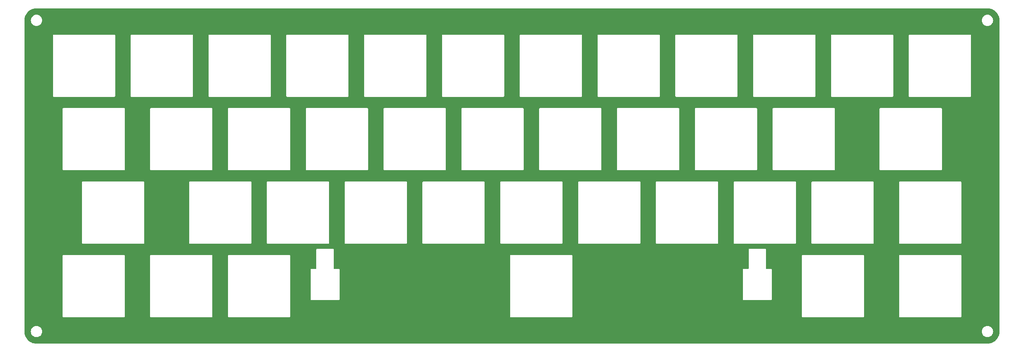
<source format=gbr>
%TF.GenerationSoftware,KiCad,Pcbnew,(5.99.0-9650-gad505e29c0)*%
%TF.CreationDate,2021-03-23T23:01:50-07:00*%
%TF.ProjectId,Choc40-switch_plate,43686f63-3430-42d7-9377-697463685f70,rev?*%
%TF.SameCoordinates,Original*%
%TF.FileFunction,Copper,L1,Top*%
%TF.FilePolarity,Positive*%
%FSLAX46Y46*%
G04 Gerber Fmt 4.6, Leading zero omitted, Abs format (unit mm)*
G04 Created by KiCad (PCBNEW (5.99.0-9650-gad505e29c0)) date 2021-03-23 23:01:50*
%MOMM*%
%LPD*%
G01*
G04 APERTURE LIST*
G04 APERTURE END LIST*
%TA.AperFunction,NonConductor*%
G36*
X242961144Y-20202444D02*
G01*
X242961187Y-20202104D01*
X242968259Y-20203001D01*
X242975183Y-20204690D01*
X243106831Y-20206429D01*
X243112169Y-20206614D01*
X243157355Y-20209151D01*
X243186918Y-20210812D01*
X243193958Y-20211406D01*
X243431443Y-20238164D01*
X243438412Y-20239148D01*
X243498023Y-20249276D01*
X243504938Y-20250652D01*
X243737954Y-20303836D01*
X243744796Y-20305601D01*
X243769614Y-20312751D01*
X243802894Y-20322338D01*
X243809580Y-20324469D01*
X244016094Y-20396732D01*
X244035184Y-20403412D01*
X244041786Y-20405932D01*
X244097641Y-20429068D01*
X244104092Y-20431955D01*
X244319392Y-20535638D01*
X244325656Y-20538874D01*
X244378615Y-20568143D01*
X244384647Y-20571702D01*
X244552493Y-20677166D01*
X244587000Y-20698848D01*
X244592877Y-20702774D01*
X244642209Y-20737777D01*
X244647856Y-20742028D01*
X244834696Y-20891029D01*
X244840095Y-20895588D01*
X244885171Y-20935870D01*
X244890307Y-20940726D01*
X245059282Y-21109701D01*
X245064122Y-21114819D01*
X245104436Y-21159930D01*
X245108977Y-21165308D01*
X245257970Y-21352140D01*
X245262220Y-21357787D01*
X245297223Y-21407119D01*
X245301145Y-21412989D01*
X245428285Y-21615330D01*
X245431850Y-21621373D01*
X245461127Y-21674345D01*
X245464361Y-21680606D01*
X245568059Y-21895937D01*
X245570924Y-21902339D01*
X245588470Y-21944699D01*
X245594069Y-21958217D01*
X245596588Y-21964818D01*
X245675521Y-22190394D01*
X245677668Y-22197128D01*
X245694404Y-22255220D01*
X245696169Y-22262063D01*
X245749342Y-22495028D01*
X245750721Y-22501960D01*
X245760851Y-22561580D01*
X245761839Y-22568579D01*
X245788595Y-22806057D01*
X245789189Y-22813099D01*
X245793384Y-22887793D01*
X245793571Y-22893194D01*
X245795307Y-23024625D01*
X245796971Y-23031501D01*
X245797855Y-23038514D01*
X245797555Y-23038552D01*
X245800000Y-23059044D01*
X245800000Y-94940809D01*
X245797556Y-94961144D01*
X245797896Y-94961187D01*
X245796999Y-94968259D01*
X245795310Y-94975183D01*
X245793571Y-95106831D01*
X245793386Y-95112169D01*
X245791169Y-95151643D01*
X245789188Y-95186915D01*
X245788594Y-95193955D01*
X245761837Y-95431433D01*
X245760849Y-95438432D01*
X245750724Y-95498022D01*
X245749345Y-95504952D01*
X245715612Y-95652750D01*
X245696165Y-95737951D01*
X245694402Y-95744786D01*
X245694402Y-95744789D01*
X245694400Y-95744795D01*
X245677663Y-95802890D01*
X245675516Y-95809623D01*
X245596596Y-96035165D01*
X245594087Y-96041740D01*
X245570933Y-96097639D01*
X245568049Y-96104084D01*
X245464364Y-96319386D01*
X245461120Y-96325664D01*
X245431862Y-96378603D01*
X245428271Y-96384691D01*
X245301141Y-96587017D01*
X245297214Y-96592894D01*
X245262229Y-96642200D01*
X245257980Y-96647847D01*
X245108979Y-96834688D01*
X245104419Y-96840087D01*
X245064130Y-96885171D01*
X245059274Y-96890307D01*
X244890299Y-97059282D01*
X244885181Y-97064122D01*
X244840070Y-97104436D01*
X244834691Y-97108977D01*
X244647855Y-97257973D01*
X244642211Y-97262221D01*
X244614995Y-97281533D01*
X244592875Y-97297228D01*
X244587030Y-97301133D01*
X244384692Y-97428271D01*
X244384676Y-97428281D01*
X244378606Y-97431862D01*
X244345618Y-97450093D01*
X244325663Y-97461122D01*
X244319386Y-97464365D01*
X244104091Y-97568046D01*
X244097641Y-97570932D01*
X244041769Y-97594075D01*
X244035174Y-97596592D01*
X243947747Y-97627184D01*
X243809603Y-97675522D01*
X243802889Y-97677663D01*
X243786880Y-97682275D01*
X243744789Y-97694401D01*
X243737947Y-97696166D01*
X243504971Y-97749342D01*
X243498039Y-97750721D01*
X243438420Y-97760851D01*
X243431426Y-97761838D01*
X243369690Y-97768794D01*
X243193943Y-97788595D01*
X243186901Y-97789189D01*
X243112207Y-97793384D01*
X243106806Y-97793571D01*
X243100900Y-97793649D01*
X242975375Y-97795307D01*
X242968499Y-97796971D01*
X242961486Y-97797855D01*
X242961448Y-97797555D01*
X242940956Y-97800000D01*
X23059191Y-97800000D01*
X23038856Y-97797556D01*
X23038813Y-97797896D01*
X23031741Y-97796999D01*
X23024817Y-97795310D01*
X22893169Y-97793571D01*
X22887831Y-97793386D01*
X22848357Y-97791169D01*
X22813085Y-97789188D01*
X22806045Y-97788594D01*
X22568567Y-97761837D01*
X22561568Y-97760849D01*
X22501978Y-97750724D01*
X22495046Y-97749345D01*
X22495033Y-97749342D01*
X22262043Y-97696163D01*
X22255209Y-97694401D01*
X22197103Y-97677661D01*
X22190377Y-97675516D01*
X21964835Y-97596596D01*
X21958260Y-97594087D01*
X21902350Y-97570928D01*
X21895916Y-97568049D01*
X21680614Y-97464364D01*
X21674336Y-97461120D01*
X21621397Y-97431862D01*
X21615309Y-97428271D01*
X21412983Y-97301141D01*
X21407106Y-97297214D01*
X21357800Y-97262229D01*
X21352153Y-97257980D01*
X21165312Y-97108979D01*
X21159913Y-97104419D01*
X21114829Y-97064130D01*
X21109693Y-97059274D01*
X20940718Y-96890299D01*
X20935869Y-96885171D01*
X20895564Y-96840070D01*
X20891023Y-96834691D01*
X20742027Y-96647855D01*
X20737779Y-96642211D01*
X20718467Y-96614995D01*
X20702772Y-96592875D01*
X20698867Y-96587030D01*
X20571717Y-96384672D01*
X20568136Y-96378603D01*
X20549907Y-96345618D01*
X20538878Y-96325663D01*
X20535635Y-96319386D01*
X20431954Y-96104091D01*
X20429067Y-96097639D01*
X20405928Y-96041777D01*
X20403408Y-96035174D01*
X20324480Y-95809611D01*
X20322333Y-95802876D01*
X20305599Y-95744789D01*
X20303834Y-95737947D01*
X20250658Y-95504971D01*
X20249279Y-95498039D01*
X20239149Y-95438420D01*
X20238161Y-95431421D01*
X20211405Y-95193943D01*
X20210811Y-95186901D01*
X20206616Y-95112207D01*
X20206429Y-95106806D01*
X20206351Y-95100900D01*
X20205018Y-95000000D01*
X21694500Y-95000000D01*
X21714333Y-95226698D01*
X21773231Y-95446507D01*
X21775553Y-95451488D01*
X21775554Y-95451489D01*
X21867078Y-95647763D01*
X21867081Y-95647768D01*
X21869404Y-95652750D01*
X21872560Y-95657257D01*
X21872561Y-95657259D01*
X21979248Y-95809623D01*
X21999929Y-95839159D01*
X22160841Y-96000071D01*
X22165349Y-96003228D01*
X22165352Y-96003230D01*
X22309387Y-96104084D01*
X22347250Y-96130596D01*
X22352232Y-96132919D01*
X22352237Y-96132922D01*
X22548511Y-96224446D01*
X22553493Y-96226769D01*
X22558801Y-96228191D01*
X22558803Y-96228192D01*
X22626122Y-96246230D01*
X22773302Y-96285667D01*
X23000000Y-96305500D01*
X23226698Y-96285667D01*
X23373878Y-96246230D01*
X23441197Y-96228192D01*
X23441199Y-96228191D01*
X23446507Y-96226769D01*
X23451489Y-96224446D01*
X23647763Y-96132922D01*
X23647768Y-96132919D01*
X23652750Y-96130596D01*
X23690613Y-96104084D01*
X23834648Y-96003230D01*
X23834651Y-96003228D01*
X23839159Y-96000071D01*
X24000071Y-95839159D01*
X24020753Y-95809623D01*
X24127439Y-95657259D01*
X24127440Y-95657257D01*
X24130596Y-95652750D01*
X24132919Y-95647768D01*
X24132922Y-95647763D01*
X24224446Y-95451489D01*
X24224447Y-95451488D01*
X24226769Y-95446507D01*
X24285667Y-95226698D01*
X24305500Y-95000000D01*
X241694500Y-95000000D01*
X241714333Y-95226698D01*
X241773231Y-95446507D01*
X241775553Y-95451488D01*
X241775554Y-95451489D01*
X241867078Y-95647763D01*
X241867081Y-95647768D01*
X241869404Y-95652750D01*
X241872560Y-95657257D01*
X241872561Y-95657259D01*
X241979248Y-95809623D01*
X241999929Y-95839159D01*
X242160841Y-96000071D01*
X242165349Y-96003228D01*
X242165352Y-96003230D01*
X242309387Y-96104084D01*
X242347250Y-96130596D01*
X242352232Y-96132919D01*
X242352237Y-96132922D01*
X242548511Y-96224446D01*
X242553493Y-96226769D01*
X242558801Y-96228191D01*
X242558803Y-96228192D01*
X242626122Y-96246230D01*
X242773302Y-96285667D01*
X243000000Y-96305500D01*
X243226698Y-96285667D01*
X243373878Y-96246230D01*
X243441197Y-96228192D01*
X243441199Y-96228191D01*
X243446507Y-96226769D01*
X243451489Y-96224446D01*
X243647763Y-96132922D01*
X243647768Y-96132919D01*
X243652750Y-96130596D01*
X243690613Y-96104084D01*
X243834648Y-96003230D01*
X243834651Y-96003228D01*
X243839159Y-96000071D01*
X244000071Y-95839159D01*
X244020753Y-95809623D01*
X244127439Y-95657259D01*
X244127440Y-95657257D01*
X244130596Y-95652750D01*
X244132919Y-95647768D01*
X244132922Y-95647763D01*
X244224446Y-95451489D01*
X244224447Y-95451488D01*
X244226769Y-95446507D01*
X244285667Y-95226698D01*
X244305500Y-95000000D01*
X244285667Y-94773302D01*
X244226769Y-94553493D01*
X244224446Y-94548511D01*
X244132922Y-94352237D01*
X244132919Y-94352232D01*
X244130596Y-94347250D01*
X244000071Y-94160841D01*
X243839159Y-93999929D01*
X243834651Y-93996772D01*
X243834648Y-93996770D01*
X243657259Y-93872561D01*
X243657257Y-93872560D01*
X243652750Y-93869404D01*
X243647768Y-93867081D01*
X243647763Y-93867078D01*
X243451489Y-93775554D01*
X243451488Y-93775553D01*
X243446507Y-93773231D01*
X243441199Y-93771809D01*
X243441197Y-93771808D01*
X243373336Y-93753625D01*
X243226698Y-93714333D01*
X243000000Y-93694500D01*
X242773302Y-93714333D01*
X242626664Y-93753625D01*
X242558803Y-93771808D01*
X242558801Y-93771809D01*
X242553493Y-93773231D01*
X242548512Y-93775553D01*
X242548511Y-93775554D01*
X242352237Y-93867078D01*
X242352232Y-93867081D01*
X242347250Y-93869404D01*
X242342743Y-93872560D01*
X242342741Y-93872561D01*
X242165352Y-93996770D01*
X242165349Y-93996772D01*
X242160841Y-93999929D01*
X241999929Y-94160841D01*
X241869404Y-94347250D01*
X241867081Y-94352232D01*
X241867078Y-94352237D01*
X241775554Y-94548511D01*
X241773231Y-94553493D01*
X241714333Y-94773302D01*
X241694500Y-95000000D01*
X24305500Y-95000000D01*
X24285667Y-94773302D01*
X24226769Y-94553493D01*
X24224446Y-94548511D01*
X24132922Y-94352237D01*
X24132919Y-94352232D01*
X24130596Y-94347250D01*
X24000071Y-94160841D01*
X23839159Y-93999929D01*
X23834651Y-93996772D01*
X23834648Y-93996770D01*
X23657259Y-93872561D01*
X23657257Y-93872560D01*
X23652750Y-93869404D01*
X23647768Y-93867081D01*
X23647763Y-93867078D01*
X23451489Y-93775554D01*
X23451488Y-93775553D01*
X23446507Y-93773231D01*
X23441199Y-93771809D01*
X23441197Y-93771808D01*
X23373336Y-93753625D01*
X23226698Y-93714333D01*
X23000000Y-93694500D01*
X22773302Y-93714333D01*
X22626664Y-93753625D01*
X22558803Y-93771808D01*
X22558801Y-93771809D01*
X22553493Y-93773231D01*
X22548512Y-93775553D01*
X22548511Y-93775554D01*
X22352237Y-93867078D01*
X22352232Y-93867081D01*
X22347250Y-93869404D01*
X22342743Y-93872560D01*
X22342741Y-93872561D01*
X22165352Y-93996770D01*
X22165349Y-93996772D01*
X22160841Y-93999929D01*
X21999929Y-94160841D01*
X21869404Y-94347250D01*
X21867081Y-94352232D01*
X21867078Y-94352237D01*
X21775554Y-94548511D01*
X21773231Y-94553493D01*
X21714333Y-94773302D01*
X21694500Y-95000000D01*
X20205018Y-95000000D01*
X20204693Y-94975375D01*
X20203029Y-94968499D01*
X20202145Y-94961486D01*
X20202445Y-94961448D01*
X20200000Y-94940956D01*
X20200000Y-77477899D01*
X29050000Y-77477899D01*
X29050000Y-91521919D01*
X29050068Y-91522216D01*
X29050113Y-91523036D01*
X29050094Y-91545417D01*
X29056234Y-91558205D01*
X29057365Y-91563182D01*
X29059911Y-91570471D01*
X29062123Y-91575068D01*
X29065279Y-91588900D01*
X29074121Y-91599995D01*
X29076497Y-91604933D01*
X29080006Y-91610528D01*
X29083422Y-91614822D01*
X29089565Y-91627616D01*
X29100649Y-91636480D01*
X29103829Y-91640478D01*
X29109268Y-91645926D01*
X29113261Y-91649114D01*
X29122105Y-91660212D01*
X29134885Y-91666376D01*
X29139170Y-91669797D01*
X29144759Y-91673316D01*
X29149696Y-91675703D01*
X29160778Y-91684565D01*
X29174604Y-91687744D01*
X29179204Y-91689968D01*
X29186478Y-91692522D01*
X29191454Y-91693662D01*
X29204234Y-91699826D01*
X29226655Y-91699845D01*
X29227417Y-91699889D01*
X29227899Y-91700000D01*
X43271919Y-91700000D01*
X43272216Y-91699932D01*
X43273036Y-91699887D01*
X43281229Y-91699894D01*
X43281230Y-91699894D01*
X43295417Y-91699906D01*
X43308205Y-91693766D01*
X43313182Y-91692635D01*
X43320471Y-91690089D01*
X43325068Y-91687877D01*
X43338900Y-91684721D01*
X43349995Y-91675879D01*
X43354933Y-91673503D01*
X43360528Y-91669994D01*
X43364822Y-91666578D01*
X43377616Y-91660435D01*
X43386480Y-91649351D01*
X43390478Y-91646171D01*
X43395926Y-91640732D01*
X43399114Y-91636739D01*
X43410212Y-91627895D01*
X43416376Y-91615115D01*
X43419797Y-91610830D01*
X43423316Y-91605241D01*
X43425703Y-91600304D01*
X43434565Y-91589222D01*
X43437744Y-91575396D01*
X43439968Y-91570796D01*
X43442522Y-91563522D01*
X43443662Y-91558546D01*
X43449826Y-91545766D01*
X43449845Y-91523345D01*
X43449889Y-91522583D01*
X43450000Y-91522101D01*
X43450000Y-77478081D01*
X43449958Y-77477899D01*
X49300000Y-77477899D01*
X49300000Y-91521919D01*
X49300068Y-91522216D01*
X49300113Y-91523036D01*
X49300094Y-91545417D01*
X49306234Y-91558205D01*
X49307365Y-91563182D01*
X49309911Y-91570471D01*
X49312123Y-91575068D01*
X49315279Y-91588900D01*
X49324121Y-91599995D01*
X49326497Y-91604933D01*
X49330006Y-91610528D01*
X49333422Y-91614822D01*
X49339565Y-91627616D01*
X49350649Y-91636480D01*
X49353829Y-91640478D01*
X49359268Y-91645926D01*
X49363261Y-91649114D01*
X49372105Y-91660212D01*
X49384885Y-91666376D01*
X49389170Y-91669797D01*
X49394759Y-91673316D01*
X49399696Y-91675703D01*
X49410778Y-91684565D01*
X49424604Y-91687744D01*
X49429204Y-91689968D01*
X49436478Y-91692522D01*
X49441454Y-91693662D01*
X49454234Y-91699826D01*
X49476655Y-91699845D01*
X49477417Y-91699889D01*
X49477899Y-91700000D01*
X63521919Y-91700000D01*
X63522216Y-91699932D01*
X63523036Y-91699887D01*
X63531229Y-91699894D01*
X63531230Y-91699894D01*
X63545417Y-91699906D01*
X63558205Y-91693766D01*
X63563182Y-91692635D01*
X63570471Y-91690089D01*
X63575068Y-91687877D01*
X63588900Y-91684721D01*
X63599995Y-91675879D01*
X63604933Y-91673503D01*
X63610528Y-91669994D01*
X63614822Y-91666578D01*
X63627616Y-91660435D01*
X63636480Y-91649351D01*
X63640478Y-91646171D01*
X63645926Y-91640732D01*
X63649114Y-91636739D01*
X63660212Y-91627895D01*
X63666376Y-91615115D01*
X63669797Y-91610830D01*
X63673316Y-91605241D01*
X63675703Y-91600304D01*
X63684565Y-91589222D01*
X63687744Y-91575396D01*
X63689968Y-91570796D01*
X63692522Y-91563522D01*
X63693662Y-91558546D01*
X63699826Y-91545766D01*
X63699845Y-91523345D01*
X63699889Y-91522583D01*
X63700000Y-91522101D01*
X63700000Y-77478081D01*
X63699958Y-77477899D01*
X67300000Y-77477899D01*
X67300000Y-91521919D01*
X67300068Y-91522216D01*
X67300113Y-91523036D01*
X67300094Y-91545417D01*
X67306234Y-91558205D01*
X67307365Y-91563182D01*
X67309911Y-91570471D01*
X67312123Y-91575068D01*
X67315279Y-91588900D01*
X67324121Y-91599995D01*
X67326497Y-91604933D01*
X67330006Y-91610528D01*
X67333422Y-91614822D01*
X67339565Y-91627616D01*
X67350649Y-91636480D01*
X67353829Y-91640478D01*
X67359268Y-91645926D01*
X67363261Y-91649114D01*
X67372105Y-91660212D01*
X67384885Y-91666376D01*
X67389170Y-91669797D01*
X67394759Y-91673316D01*
X67399696Y-91675703D01*
X67410778Y-91684565D01*
X67424604Y-91687744D01*
X67429204Y-91689968D01*
X67436478Y-91692522D01*
X67441454Y-91693662D01*
X67454234Y-91699826D01*
X67476655Y-91699845D01*
X67477417Y-91699889D01*
X67477899Y-91700000D01*
X81521919Y-91700000D01*
X81522216Y-91699932D01*
X81523036Y-91699887D01*
X81531229Y-91699894D01*
X81531230Y-91699894D01*
X81545417Y-91699906D01*
X81558205Y-91693766D01*
X81563182Y-91692635D01*
X81570471Y-91690089D01*
X81575068Y-91687877D01*
X81588900Y-91684721D01*
X81599995Y-91675879D01*
X81604933Y-91673503D01*
X81610528Y-91669994D01*
X81614822Y-91666578D01*
X81627616Y-91660435D01*
X81636480Y-91649351D01*
X81640478Y-91646171D01*
X81645926Y-91640732D01*
X81649114Y-91636739D01*
X81660212Y-91627895D01*
X81666376Y-91615115D01*
X81669797Y-91610830D01*
X81673316Y-91605241D01*
X81675703Y-91600304D01*
X81684565Y-91589222D01*
X81687744Y-91575396D01*
X81689968Y-91570796D01*
X81692522Y-91563522D01*
X81693662Y-91558546D01*
X81699826Y-91545766D01*
X81699845Y-91523345D01*
X81699889Y-91522583D01*
X81700000Y-91522101D01*
X81700000Y-80677899D01*
X86400000Y-80677899D01*
X86400000Y-87571919D01*
X86400068Y-87572216D01*
X86400113Y-87573036D01*
X86400094Y-87595417D01*
X86406234Y-87608205D01*
X86407365Y-87613182D01*
X86409911Y-87620471D01*
X86412123Y-87625068D01*
X86415279Y-87638900D01*
X86424121Y-87649995D01*
X86426497Y-87654933D01*
X86430006Y-87660528D01*
X86433422Y-87664822D01*
X86439565Y-87677616D01*
X86450649Y-87686480D01*
X86453829Y-87690478D01*
X86459268Y-87695926D01*
X86463261Y-87699114D01*
X86472105Y-87710212D01*
X86484885Y-87716376D01*
X86489170Y-87719797D01*
X86494759Y-87723316D01*
X86499696Y-87725703D01*
X86510778Y-87734565D01*
X86524604Y-87737744D01*
X86529204Y-87739968D01*
X86536478Y-87742522D01*
X86541454Y-87743662D01*
X86554234Y-87749826D01*
X86576655Y-87749845D01*
X86577417Y-87749889D01*
X86577899Y-87750000D01*
X92921919Y-87750000D01*
X92922216Y-87749932D01*
X92923036Y-87749887D01*
X92931229Y-87749894D01*
X92931230Y-87749894D01*
X92945417Y-87749906D01*
X92958205Y-87743766D01*
X92963182Y-87742635D01*
X92970471Y-87740089D01*
X92975068Y-87737877D01*
X92988900Y-87734721D01*
X92999995Y-87725879D01*
X93004933Y-87723503D01*
X93010528Y-87719994D01*
X93014822Y-87716578D01*
X93027616Y-87710435D01*
X93036480Y-87699351D01*
X93040478Y-87696171D01*
X93045926Y-87690732D01*
X93049114Y-87686739D01*
X93060212Y-87677895D01*
X93066376Y-87665115D01*
X93069797Y-87660830D01*
X93073316Y-87655241D01*
X93075703Y-87650304D01*
X93084565Y-87639222D01*
X93087744Y-87625396D01*
X93089968Y-87620796D01*
X93092522Y-87613522D01*
X93093662Y-87608546D01*
X93099826Y-87595766D01*
X93099845Y-87573345D01*
X93099889Y-87572583D01*
X93100000Y-87572101D01*
X93100000Y-80678081D01*
X93099932Y-80677784D01*
X93099887Y-80676964D01*
X93099894Y-80668771D01*
X93099894Y-80668770D01*
X93099906Y-80654583D01*
X93093766Y-80641795D01*
X93092635Y-80636818D01*
X93090089Y-80629529D01*
X93087877Y-80624932D01*
X93084721Y-80611100D01*
X93075879Y-80600005D01*
X93073503Y-80595067D01*
X93069994Y-80589472D01*
X93066578Y-80585178D01*
X93060435Y-80572384D01*
X93049351Y-80563520D01*
X93046171Y-80559522D01*
X93040732Y-80554074D01*
X93036739Y-80550886D01*
X93027895Y-80539788D01*
X93015115Y-80533624D01*
X93010830Y-80530203D01*
X93005241Y-80526684D01*
X93000304Y-80524297D01*
X92989222Y-80515435D01*
X92975396Y-80512256D01*
X92970796Y-80510032D01*
X92963522Y-80507478D01*
X92958546Y-80506338D01*
X92945766Y-80500174D01*
X92923345Y-80500155D01*
X92922583Y-80500111D01*
X92922101Y-80500000D01*
X91876000Y-80500000D01*
X91807879Y-80479998D01*
X91761386Y-80426342D01*
X91750000Y-80374000D01*
X91750000Y-77477899D01*
X132550000Y-77477899D01*
X132550000Y-91521919D01*
X132550068Y-91522216D01*
X132550113Y-91523036D01*
X132550094Y-91545417D01*
X132556234Y-91558205D01*
X132557365Y-91563182D01*
X132559911Y-91570471D01*
X132562123Y-91575068D01*
X132565279Y-91588900D01*
X132574121Y-91599995D01*
X132576497Y-91604933D01*
X132580006Y-91610528D01*
X132583422Y-91614822D01*
X132589565Y-91627616D01*
X132600649Y-91636480D01*
X132603829Y-91640478D01*
X132609268Y-91645926D01*
X132613261Y-91649114D01*
X132622105Y-91660212D01*
X132634885Y-91666376D01*
X132639170Y-91669797D01*
X132644759Y-91673316D01*
X132649696Y-91675703D01*
X132660778Y-91684565D01*
X132674604Y-91687744D01*
X132679204Y-91689968D01*
X132686478Y-91692522D01*
X132691454Y-91693662D01*
X132704234Y-91699826D01*
X132726655Y-91699845D01*
X132727417Y-91699889D01*
X132727899Y-91700000D01*
X146771919Y-91700000D01*
X146772216Y-91699932D01*
X146773036Y-91699887D01*
X146781229Y-91699894D01*
X146781230Y-91699894D01*
X146795417Y-91699906D01*
X146808205Y-91693766D01*
X146813182Y-91692635D01*
X146820471Y-91690089D01*
X146825068Y-91687877D01*
X146838900Y-91684721D01*
X146849995Y-91675879D01*
X146854933Y-91673503D01*
X146860528Y-91669994D01*
X146864822Y-91666578D01*
X146877616Y-91660435D01*
X146886480Y-91649351D01*
X146890478Y-91646171D01*
X146895926Y-91640732D01*
X146899114Y-91636739D01*
X146910212Y-91627895D01*
X146916376Y-91615115D01*
X146919797Y-91610830D01*
X146923316Y-91605241D01*
X146925703Y-91600304D01*
X146934565Y-91589222D01*
X146937744Y-91575396D01*
X146939968Y-91570796D01*
X146942522Y-91563522D01*
X146943662Y-91558546D01*
X146949826Y-91545766D01*
X146949845Y-91523345D01*
X146949889Y-91522583D01*
X146950000Y-91522101D01*
X146950000Y-80677899D01*
X186400000Y-80677899D01*
X186400000Y-87571919D01*
X186400068Y-87572216D01*
X186400113Y-87573036D01*
X186400094Y-87595417D01*
X186406234Y-87608205D01*
X186407365Y-87613182D01*
X186409911Y-87620471D01*
X186412123Y-87625068D01*
X186415279Y-87638900D01*
X186424121Y-87649995D01*
X186426497Y-87654933D01*
X186430006Y-87660528D01*
X186433422Y-87664822D01*
X186439565Y-87677616D01*
X186450649Y-87686480D01*
X186453829Y-87690478D01*
X186459268Y-87695926D01*
X186463261Y-87699114D01*
X186472105Y-87710212D01*
X186484885Y-87716376D01*
X186489170Y-87719797D01*
X186494759Y-87723316D01*
X186499696Y-87725703D01*
X186510778Y-87734565D01*
X186524604Y-87737744D01*
X186529204Y-87739968D01*
X186536478Y-87742522D01*
X186541454Y-87743662D01*
X186554234Y-87749826D01*
X186576655Y-87749845D01*
X186577417Y-87749889D01*
X186577899Y-87750000D01*
X192921919Y-87750000D01*
X192922216Y-87749932D01*
X192923036Y-87749887D01*
X192931229Y-87749894D01*
X192931230Y-87749894D01*
X192945417Y-87749906D01*
X192958205Y-87743766D01*
X192963182Y-87742635D01*
X192970471Y-87740089D01*
X192975068Y-87737877D01*
X192988900Y-87734721D01*
X192999995Y-87725879D01*
X193004933Y-87723503D01*
X193010528Y-87719994D01*
X193014822Y-87716578D01*
X193027616Y-87710435D01*
X193036480Y-87699351D01*
X193040478Y-87696171D01*
X193045926Y-87690732D01*
X193049114Y-87686739D01*
X193060212Y-87677895D01*
X193066376Y-87665115D01*
X193069797Y-87660830D01*
X193073316Y-87655241D01*
X193075703Y-87650304D01*
X193084565Y-87639222D01*
X193087744Y-87625396D01*
X193089968Y-87620796D01*
X193092522Y-87613522D01*
X193093662Y-87608546D01*
X193099826Y-87595766D01*
X193099845Y-87573345D01*
X193099889Y-87572583D01*
X193100000Y-87572101D01*
X193100000Y-80678081D01*
X193099932Y-80677784D01*
X193099887Y-80676964D01*
X193099894Y-80668771D01*
X193099894Y-80668770D01*
X193099906Y-80654583D01*
X193093766Y-80641795D01*
X193092635Y-80636818D01*
X193090089Y-80629529D01*
X193087877Y-80624932D01*
X193084721Y-80611100D01*
X193075879Y-80600005D01*
X193073503Y-80595067D01*
X193069994Y-80589472D01*
X193066578Y-80585178D01*
X193060435Y-80572384D01*
X193049351Y-80563520D01*
X193046171Y-80559522D01*
X193040732Y-80554074D01*
X193036739Y-80550886D01*
X193027895Y-80539788D01*
X193015115Y-80533624D01*
X193010830Y-80530203D01*
X193005241Y-80526684D01*
X193000304Y-80524297D01*
X192989222Y-80515435D01*
X192975396Y-80512256D01*
X192970796Y-80510032D01*
X192963522Y-80507478D01*
X192958546Y-80506338D01*
X192945766Y-80500174D01*
X192923345Y-80500155D01*
X192922583Y-80500111D01*
X192922101Y-80500000D01*
X191876000Y-80500000D01*
X191807879Y-80479998D01*
X191761386Y-80426342D01*
X191750000Y-80374000D01*
X191750000Y-77477899D01*
X200050000Y-77477899D01*
X200050000Y-91521919D01*
X200050068Y-91522216D01*
X200050113Y-91523036D01*
X200050094Y-91545417D01*
X200056234Y-91558205D01*
X200057365Y-91563182D01*
X200059911Y-91570471D01*
X200062123Y-91575068D01*
X200065279Y-91588900D01*
X200074121Y-91599995D01*
X200076497Y-91604933D01*
X200080006Y-91610528D01*
X200083422Y-91614822D01*
X200089565Y-91627616D01*
X200100649Y-91636480D01*
X200103829Y-91640478D01*
X200109268Y-91645926D01*
X200113261Y-91649114D01*
X200122105Y-91660212D01*
X200134885Y-91666376D01*
X200139170Y-91669797D01*
X200144759Y-91673316D01*
X200149696Y-91675703D01*
X200160778Y-91684565D01*
X200174604Y-91687744D01*
X200179204Y-91689968D01*
X200186478Y-91692522D01*
X200191454Y-91693662D01*
X200204234Y-91699826D01*
X200226655Y-91699845D01*
X200227417Y-91699889D01*
X200227899Y-91700000D01*
X214271919Y-91700000D01*
X214272216Y-91699932D01*
X214273036Y-91699887D01*
X214281229Y-91699894D01*
X214281230Y-91699894D01*
X214295417Y-91699906D01*
X214308205Y-91693766D01*
X214313182Y-91692635D01*
X214320471Y-91690089D01*
X214325068Y-91687877D01*
X214338900Y-91684721D01*
X214349995Y-91675879D01*
X214354933Y-91673503D01*
X214360528Y-91669994D01*
X214364822Y-91666578D01*
X214377616Y-91660435D01*
X214386480Y-91649351D01*
X214390478Y-91646171D01*
X214395926Y-91640732D01*
X214399114Y-91636739D01*
X214410212Y-91627895D01*
X214416376Y-91615115D01*
X214419797Y-91610830D01*
X214423316Y-91605241D01*
X214425703Y-91600304D01*
X214434565Y-91589222D01*
X214437744Y-91575396D01*
X214439968Y-91570796D01*
X214442522Y-91563522D01*
X214443662Y-91558546D01*
X214449826Y-91545766D01*
X214449845Y-91523345D01*
X214449889Y-91522583D01*
X214450000Y-91522101D01*
X214450000Y-77478081D01*
X214449958Y-77477899D01*
X222550000Y-77477899D01*
X222550000Y-91521919D01*
X222550068Y-91522216D01*
X222550113Y-91523036D01*
X222550094Y-91545417D01*
X222556234Y-91558205D01*
X222557365Y-91563182D01*
X222559911Y-91570471D01*
X222562123Y-91575068D01*
X222565279Y-91588900D01*
X222574121Y-91599995D01*
X222576497Y-91604933D01*
X222580006Y-91610528D01*
X222583422Y-91614822D01*
X222589565Y-91627616D01*
X222600649Y-91636480D01*
X222603829Y-91640478D01*
X222609268Y-91645926D01*
X222613261Y-91649114D01*
X222622105Y-91660212D01*
X222634885Y-91666376D01*
X222639170Y-91669797D01*
X222644759Y-91673316D01*
X222649696Y-91675703D01*
X222660778Y-91684565D01*
X222674604Y-91687744D01*
X222679204Y-91689968D01*
X222686478Y-91692522D01*
X222691454Y-91693662D01*
X222704234Y-91699826D01*
X222726655Y-91699845D01*
X222727417Y-91699889D01*
X222727899Y-91700000D01*
X236771919Y-91700000D01*
X236772216Y-91699932D01*
X236773036Y-91699887D01*
X236781229Y-91699894D01*
X236781230Y-91699894D01*
X236795417Y-91699906D01*
X236808205Y-91693766D01*
X236813182Y-91692635D01*
X236820471Y-91690089D01*
X236825068Y-91687877D01*
X236838900Y-91684721D01*
X236849995Y-91675879D01*
X236854933Y-91673503D01*
X236860528Y-91669994D01*
X236864822Y-91666578D01*
X236877616Y-91660435D01*
X236886480Y-91649351D01*
X236890478Y-91646171D01*
X236895926Y-91640732D01*
X236899114Y-91636739D01*
X236910212Y-91627895D01*
X236916376Y-91615115D01*
X236919797Y-91610830D01*
X236923316Y-91605241D01*
X236925703Y-91600304D01*
X236934565Y-91589222D01*
X236937744Y-91575396D01*
X236939968Y-91570796D01*
X236942522Y-91563522D01*
X236943662Y-91558546D01*
X236949826Y-91545766D01*
X236949845Y-91523345D01*
X236949889Y-91522583D01*
X236950000Y-91522101D01*
X236950000Y-77478081D01*
X236949932Y-77477784D01*
X236949887Y-77476964D01*
X236949894Y-77468771D01*
X236949894Y-77468770D01*
X236949906Y-77454583D01*
X236943766Y-77441795D01*
X236942635Y-77436818D01*
X236940089Y-77429529D01*
X236937877Y-77424932D01*
X236934721Y-77411100D01*
X236925879Y-77400005D01*
X236923503Y-77395067D01*
X236919994Y-77389472D01*
X236916578Y-77385178D01*
X236910435Y-77372384D01*
X236899351Y-77363520D01*
X236896171Y-77359522D01*
X236890732Y-77354074D01*
X236886739Y-77350886D01*
X236877895Y-77339788D01*
X236865115Y-77333624D01*
X236860830Y-77330203D01*
X236855241Y-77326684D01*
X236850304Y-77324297D01*
X236839222Y-77315435D01*
X236825396Y-77312256D01*
X236820796Y-77310032D01*
X236813522Y-77307478D01*
X236808546Y-77306338D01*
X236795766Y-77300174D01*
X236773345Y-77300155D01*
X236772583Y-77300111D01*
X236772101Y-77300000D01*
X222728081Y-77300000D01*
X222727784Y-77300068D01*
X222726964Y-77300113D01*
X222718771Y-77300106D01*
X222718770Y-77300106D01*
X222704583Y-77300094D01*
X222691795Y-77306234D01*
X222686818Y-77307365D01*
X222679529Y-77309911D01*
X222674932Y-77312123D01*
X222661100Y-77315279D01*
X222650005Y-77324121D01*
X222645067Y-77326497D01*
X222639472Y-77330006D01*
X222635178Y-77333422D01*
X222622384Y-77339565D01*
X222613520Y-77350649D01*
X222609522Y-77353829D01*
X222604074Y-77359268D01*
X222600886Y-77363261D01*
X222589788Y-77372105D01*
X222583624Y-77384885D01*
X222580203Y-77389170D01*
X222576684Y-77394759D01*
X222574297Y-77399696D01*
X222565435Y-77410778D01*
X222562256Y-77424604D01*
X222560032Y-77429204D01*
X222557478Y-77436478D01*
X222556338Y-77441454D01*
X222550174Y-77454234D01*
X222550162Y-77468771D01*
X222550155Y-77476646D01*
X222550111Y-77477417D01*
X222550000Y-77477899D01*
X214449958Y-77477899D01*
X214449932Y-77477784D01*
X214449887Y-77476964D01*
X214449894Y-77468771D01*
X214449894Y-77468770D01*
X214449906Y-77454583D01*
X214443766Y-77441795D01*
X214442635Y-77436818D01*
X214440089Y-77429529D01*
X214437877Y-77424932D01*
X214434721Y-77411100D01*
X214425879Y-77400005D01*
X214423503Y-77395067D01*
X214419994Y-77389472D01*
X214416578Y-77385178D01*
X214410435Y-77372384D01*
X214399351Y-77363520D01*
X214396171Y-77359522D01*
X214390732Y-77354074D01*
X214386739Y-77350886D01*
X214377895Y-77339788D01*
X214365115Y-77333624D01*
X214360830Y-77330203D01*
X214355241Y-77326684D01*
X214350304Y-77324297D01*
X214339222Y-77315435D01*
X214325396Y-77312256D01*
X214320796Y-77310032D01*
X214313522Y-77307478D01*
X214308546Y-77306338D01*
X214295766Y-77300174D01*
X214273345Y-77300155D01*
X214272583Y-77300111D01*
X214272101Y-77300000D01*
X200228081Y-77300000D01*
X200227784Y-77300068D01*
X200226964Y-77300113D01*
X200218771Y-77300106D01*
X200218770Y-77300106D01*
X200204583Y-77300094D01*
X200191795Y-77306234D01*
X200186818Y-77307365D01*
X200179529Y-77309911D01*
X200174932Y-77312123D01*
X200161100Y-77315279D01*
X200150005Y-77324121D01*
X200145067Y-77326497D01*
X200139472Y-77330006D01*
X200135178Y-77333422D01*
X200122384Y-77339565D01*
X200113520Y-77350649D01*
X200109522Y-77353829D01*
X200104074Y-77359268D01*
X200100886Y-77363261D01*
X200089788Y-77372105D01*
X200083624Y-77384885D01*
X200080203Y-77389170D01*
X200076684Y-77394759D01*
X200074297Y-77399696D01*
X200065435Y-77410778D01*
X200062256Y-77424604D01*
X200060032Y-77429204D01*
X200057478Y-77436478D01*
X200056338Y-77441454D01*
X200050174Y-77454234D01*
X200050162Y-77468771D01*
X200050155Y-77476646D01*
X200050111Y-77477417D01*
X200050000Y-77477899D01*
X191750000Y-77477899D01*
X191750000Y-76028081D01*
X191749932Y-76027784D01*
X191749887Y-76026964D01*
X191749894Y-76018771D01*
X191749894Y-76018770D01*
X191749906Y-76004583D01*
X191743766Y-75991795D01*
X191742635Y-75986818D01*
X191740089Y-75979529D01*
X191737877Y-75974932D01*
X191734721Y-75961100D01*
X191725879Y-75950005D01*
X191723503Y-75945067D01*
X191719994Y-75939472D01*
X191716578Y-75935178D01*
X191710435Y-75922384D01*
X191699351Y-75913520D01*
X191696171Y-75909522D01*
X191690732Y-75904074D01*
X191686739Y-75900886D01*
X191677895Y-75889788D01*
X191665115Y-75883624D01*
X191660830Y-75880203D01*
X191655241Y-75876684D01*
X191650304Y-75874297D01*
X191639222Y-75865435D01*
X191625396Y-75862256D01*
X191620796Y-75860032D01*
X191613522Y-75857478D01*
X191608546Y-75856338D01*
X191595766Y-75850174D01*
X191573345Y-75850155D01*
X191572583Y-75850111D01*
X191572101Y-75850000D01*
X187928081Y-75850000D01*
X187927784Y-75850068D01*
X187926964Y-75850113D01*
X187918771Y-75850106D01*
X187918770Y-75850106D01*
X187904583Y-75850094D01*
X187891795Y-75856234D01*
X187886818Y-75857365D01*
X187879529Y-75859911D01*
X187874932Y-75862123D01*
X187861100Y-75865279D01*
X187850005Y-75874121D01*
X187845067Y-75876497D01*
X187839472Y-75880006D01*
X187835178Y-75883422D01*
X187822384Y-75889565D01*
X187813520Y-75900649D01*
X187809522Y-75903829D01*
X187804074Y-75909268D01*
X187800886Y-75913261D01*
X187789788Y-75922105D01*
X187783624Y-75934885D01*
X187780203Y-75939170D01*
X187776684Y-75944759D01*
X187774297Y-75949696D01*
X187765435Y-75960778D01*
X187762256Y-75974604D01*
X187760032Y-75979204D01*
X187757478Y-75986478D01*
X187756338Y-75991454D01*
X187750174Y-76004234D01*
X187750162Y-76018771D01*
X187750155Y-76026646D01*
X187750111Y-76027417D01*
X187750000Y-76027899D01*
X187750000Y-80374000D01*
X187729998Y-80442121D01*
X187676342Y-80488614D01*
X187624000Y-80500000D01*
X186578081Y-80500000D01*
X186577784Y-80500068D01*
X186576964Y-80500113D01*
X186568771Y-80500106D01*
X186568770Y-80500106D01*
X186554583Y-80500094D01*
X186541795Y-80506234D01*
X186536818Y-80507365D01*
X186529529Y-80509911D01*
X186524932Y-80512123D01*
X186511100Y-80515279D01*
X186500005Y-80524121D01*
X186495067Y-80526497D01*
X186489472Y-80530006D01*
X186485178Y-80533422D01*
X186472384Y-80539565D01*
X186463520Y-80550649D01*
X186459522Y-80553829D01*
X186454074Y-80559268D01*
X186450886Y-80563261D01*
X186439788Y-80572105D01*
X186433624Y-80584885D01*
X186430203Y-80589170D01*
X186426684Y-80594759D01*
X186424297Y-80599696D01*
X186415435Y-80610778D01*
X186412256Y-80624604D01*
X186410032Y-80629204D01*
X186407478Y-80636478D01*
X186406338Y-80641454D01*
X186400174Y-80654234D01*
X186400162Y-80668771D01*
X186400155Y-80676646D01*
X186400111Y-80677417D01*
X186400000Y-80677899D01*
X146950000Y-80677899D01*
X146950000Y-77478081D01*
X146949932Y-77477784D01*
X146949887Y-77476964D01*
X146949894Y-77468771D01*
X146949894Y-77468770D01*
X146949906Y-77454583D01*
X146943766Y-77441795D01*
X146942635Y-77436818D01*
X146940089Y-77429529D01*
X146937877Y-77424932D01*
X146934721Y-77411100D01*
X146925879Y-77400005D01*
X146923503Y-77395067D01*
X146919994Y-77389472D01*
X146916578Y-77385178D01*
X146910435Y-77372384D01*
X146899351Y-77363520D01*
X146896171Y-77359522D01*
X146890732Y-77354074D01*
X146886739Y-77350886D01*
X146877895Y-77339788D01*
X146865115Y-77333624D01*
X146860830Y-77330203D01*
X146855241Y-77326684D01*
X146850304Y-77324297D01*
X146839222Y-77315435D01*
X146825396Y-77312256D01*
X146820796Y-77310032D01*
X146813522Y-77307478D01*
X146808546Y-77306338D01*
X146795766Y-77300174D01*
X146773345Y-77300155D01*
X146772583Y-77300111D01*
X146772101Y-77300000D01*
X132728081Y-77300000D01*
X132727784Y-77300068D01*
X132726964Y-77300113D01*
X132718771Y-77300106D01*
X132718770Y-77300106D01*
X132704583Y-77300094D01*
X132691795Y-77306234D01*
X132686818Y-77307365D01*
X132679529Y-77309911D01*
X132674932Y-77312123D01*
X132661100Y-77315279D01*
X132650005Y-77324121D01*
X132645067Y-77326497D01*
X132639472Y-77330006D01*
X132635178Y-77333422D01*
X132622384Y-77339565D01*
X132613520Y-77350649D01*
X132609522Y-77353829D01*
X132604074Y-77359268D01*
X132600886Y-77363261D01*
X132589788Y-77372105D01*
X132583624Y-77384885D01*
X132580203Y-77389170D01*
X132576684Y-77394759D01*
X132574297Y-77399696D01*
X132565435Y-77410778D01*
X132562256Y-77424604D01*
X132560032Y-77429204D01*
X132557478Y-77436478D01*
X132556338Y-77441454D01*
X132550174Y-77454234D01*
X132550162Y-77468771D01*
X132550155Y-77476646D01*
X132550111Y-77477417D01*
X132550000Y-77477899D01*
X91750000Y-77477899D01*
X91750000Y-76028081D01*
X91749932Y-76027784D01*
X91749887Y-76026964D01*
X91749894Y-76018771D01*
X91749894Y-76018770D01*
X91749906Y-76004583D01*
X91743766Y-75991795D01*
X91742635Y-75986818D01*
X91740089Y-75979529D01*
X91737877Y-75974932D01*
X91734721Y-75961100D01*
X91725879Y-75950005D01*
X91723503Y-75945067D01*
X91719994Y-75939472D01*
X91716578Y-75935178D01*
X91710435Y-75922384D01*
X91699351Y-75913520D01*
X91696171Y-75909522D01*
X91690732Y-75904074D01*
X91686739Y-75900886D01*
X91677895Y-75889788D01*
X91665115Y-75883624D01*
X91660830Y-75880203D01*
X91655241Y-75876684D01*
X91650304Y-75874297D01*
X91639222Y-75865435D01*
X91625396Y-75862256D01*
X91620796Y-75860032D01*
X91613522Y-75857478D01*
X91608546Y-75856338D01*
X91595766Y-75850174D01*
X91573345Y-75850155D01*
X91572583Y-75850111D01*
X91572101Y-75850000D01*
X87928081Y-75850000D01*
X87927784Y-75850068D01*
X87926964Y-75850113D01*
X87918771Y-75850106D01*
X87918770Y-75850106D01*
X87904583Y-75850094D01*
X87891795Y-75856234D01*
X87886818Y-75857365D01*
X87879529Y-75859911D01*
X87874932Y-75862123D01*
X87861100Y-75865279D01*
X87850005Y-75874121D01*
X87845067Y-75876497D01*
X87839472Y-75880006D01*
X87835178Y-75883422D01*
X87822384Y-75889565D01*
X87813520Y-75900649D01*
X87809522Y-75903829D01*
X87804074Y-75909268D01*
X87800886Y-75913261D01*
X87789788Y-75922105D01*
X87783624Y-75934885D01*
X87780203Y-75939170D01*
X87776684Y-75944759D01*
X87774297Y-75949696D01*
X87765435Y-75960778D01*
X87762256Y-75974604D01*
X87760032Y-75979204D01*
X87757478Y-75986478D01*
X87756338Y-75991454D01*
X87750174Y-76004234D01*
X87750162Y-76018771D01*
X87750155Y-76026646D01*
X87750111Y-76027417D01*
X87750000Y-76027899D01*
X87750000Y-80374000D01*
X87729998Y-80442121D01*
X87676342Y-80488614D01*
X87624000Y-80500000D01*
X86578081Y-80500000D01*
X86577784Y-80500068D01*
X86576964Y-80500113D01*
X86568771Y-80500106D01*
X86568770Y-80500106D01*
X86554583Y-80500094D01*
X86541795Y-80506234D01*
X86536818Y-80507365D01*
X86529529Y-80509911D01*
X86524932Y-80512123D01*
X86511100Y-80515279D01*
X86500005Y-80524121D01*
X86495067Y-80526497D01*
X86489472Y-80530006D01*
X86485178Y-80533422D01*
X86472384Y-80539565D01*
X86463520Y-80550649D01*
X86459522Y-80553829D01*
X86454074Y-80559268D01*
X86450886Y-80563261D01*
X86439788Y-80572105D01*
X86433624Y-80584885D01*
X86430203Y-80589170D01*
X86426684Y-80594759D01*
X86424297Y-80599696D01*
X86415435Y-80610778D01*
X86412256Y-80624604D01*
X86410032Y-80629204D01*
X86407478Y-80636478D01*
X86406338Y-80641454D01*
X86400174Y-80654234D01*
X86400162Y-80668771D01*
X86400155Y-80676646D01*
X86400111Y-80677417D01*
X86400000Y-80677899D01*
X81700000Y-80677899D01*
X81700000Y-77478081D01*
X81699932Y-77477784D01*
X81699887Y-77476964D01*
X81699894Y-77468771D01*
X81699894Y-77468770D01*
X81699906Y-77454583D01*
X81693766Y-77441795D01*
X81692635Y-77436818D01*
X81690089Y-77429529D01*
X81687877Y-77424932D01*
X81684721Y-77411100D01*
X81675879Y-77400005D01*
X81673503Y-77395067D01*
X81669994Y-77389472D01*
X81666578Y-77385178D01*
X81660435Y-77372384D01*
X81649351Y-77363520D01*
X81646171Y-77359522D01*
X81640732Y-77354074D01*
X81636739Y-77350886D01*
X81627895Y-77339788D01*
X81615115Y-77333624D01*
X81610830Y-77330203D01*
X81605241Y-77326684D01*
X81600304Y-77324297D01*
X81589222Y-77315435D01*
X81575396Y-77312256D01*
X81570796Y-77310032D01*
X81563522Y-77307478D01*
X81558546Y-77306338D01*
X81545766Y-77300174D01*
X81523345Y-77300155D01*
X81522583Y-77300111D01*
X81522101Y-77300000D01*
X67478081Y-77300000D01*
X67477784Y-77300068D01*
X67476964Y-77300113D01*
X67468771Y-77300106D01*
X67468770Y-77300106D01*
X67454583Y-77300094D01*
X67441795Y-77306234D01*
X67436818Y-77307365D01*
X67429529Y-77309911D01*
X67424932Y-77312123D01*
X67411100Y-77315279D01*
X67400005Y-77324121D01*
X67395067Y-77326497D01*
X67389472Y-77330006D01*
X67385178Y-77333422D01*
X67372384Y-77339565D01*
X67363520Y-77350649D01*
X67359522Y-77353829D01*
X67354074Y-77359268D01*
X67350886Y-77363261D01*
X67339788Y-77372105D01*
X67333624Y-77384885D01*
X67330203Y-77389170D01*
X67326684Y-77394759D01*
X67324297Y-77399696D01*
X67315435Y-77410778D01*
X67312256Y-77424604D01*
X67310032Y-77429204D01*
X67307478Y-77436478D01*
X67306338Y-77441454D01*
X67300174Y-77454234D01*
X67300162Y-77468771D01*
X67300155Y-77476646D01*
X67300111Y-77477417D01*
X67300000Y-77477899D01*
X63699958Y-77477899D01*
X63699932Y-77477784D01*
X63699887Y-77476964D01*
X63699894Y-77468771D01*
X63699894Y-77468770D01*
X63699906Y-77454583D01*
X63693766Y-77441795D01*
X63692635Y-77436818D01*
X63690089Y-77429529D01*
X63687877Y-77424932D01*
X63684721Y-77411100D01*
X63675879Y-77400005D01*
X63673503Y-77395067D01*
X63669994Y-77389472D01*
X63666578Y-77385178D01*
X63660435Y-77372384D01*
X63649351Y-77363520D01*
X63646171Y-77359522D01*
X63640732Y-77354074D01*
X63636739Y-77350886D01*
X63627895Y-77339788D01*
X63615115Y-77333624D01*
X63610830Y-77330203D01*
X63605241Y-77326684D01*
X63600304Y-77324297D01*
X63589222Y-77315435D01*
X63575396Y-77312256D01*
X63570796Y-77310032D01*
X63563522Y-77307478D01*
X63558546Y-77306338D01*
X63545766Y-77300174D01*
X63523345Y-77300155D01*
X63522583Y-77300111D01*
X63522101Y-77300000D01*
X49478081Y-77300000D01*
X49477784Y-77300068D01*
X49476964Y-77300113D01*
X49468771Y-77300106D01*
X49468770Y-77300106D01*
X49454583Y-77300094D01*
X49441795Y-77306234D01*
X49436818Y-77307365D01*
X49429529Y-77309911D01*
X49424932Y-77312123D01*
X49411100Y-77315279D01*
X49400005Y-77324121D01*
X49395067Y-77326497D01*
X49389472Y-77330006D01*
X49385178Y-77333422D01*
X49372384Y-77339565D01*
X49363520Y-77350649D01*
X49359522Y-77353829D01*
X49354074Y-77359268D01*
X49350886Y-77363261D01*
X49339788Y-77372105D01*
X49333624Y-77384885D01*
X49330203Y-77389170D01*
X49326684Y-77394759D01*
X49324297Y-77399696D01*
X49315435Y-77410778D01*
X49312256Y-77424604D01*
X49310032Y-77429204D01*
X49307478Y-77436478D01*
X49306338Y-77441454D01*
X49300174Y-77454234D01*
X49300162Y-77468771D01*
X49300155Y-77476646D01*
X49300111Y-77477417D01*
X49300000Y-77477899D01*
X43449958Y-77477899D01*
X43449932Y-77477784D01*
X43449887Y-77476964D01*
X43449894Y-77468771D01*
X43449894Y-77468770D01*
X43449906Y-77454583D01*
X43443766Y-77441795D01*
X43442635Y-77436818D01*
X43440089Y-77429529D01*
X43437877Y-77424932D01*
X43434721Y-77411100D01*
X43425879Y-77400005D01*
X43423503Y-77395067D01*
X43419994Y-77389472D01*
X43416578Y-77385178D01*
X43410435Y-77372384D01*
X43399351Y-77363520D01*
X43396171Y-77359522D01*
X43390732Y-77354074D01*
X43386739Y-77350886D01*
X43377895Y-77339788D01*
X43365115Y-77333624D01*
X43360830Y-77330203D01*
X43355241Y-77326684D01*
X43350304Y-77324297D01*
X43339222Y-77315435D01*
X43325396Y-77312256D01*
X43320796Y-77310032D01*
X43313522Y-77307478D01*
X43308546Y-77306338D01*
X43295766Y-77300174D01*
X43273345Y-77300155D01*
X43272583Y-77300111D01*
X43272101Y-77300000D01*
X29228081Y-77300000D01*
X29227784Y-77300068D01*
X29226964Y-77300113D01*
X29218771Y-77300106D01*
X29218770Y-77300106D01*
X29204583Y-77300094D01*
X29191795Y-77306234D01*
X29186818Y-77307365D01*
X29179529Y-77309911D01*
X29174932Y-77312123D01*
X29161100Y-77315279D01*
X29150005Y-77324121D01*
X29145067Y-77326497D01*
X29139472Y-77330006D01*
X29135178Y-77333422D01*
X29122384Y-77339565D01*
X29113520Y-77350649D01*
X29109522Y-77353829D01*
X29104074Y-77359268D01*
X29100886Y-77363261D01*
X29089788Y-77372105D01*
X29083624Y-77384885D01*
X29080203Y-77389170D01*
X29076684Y-77394759D01*
X29074297Y-77399696D01*
X29065435Y-77410778D01*
X29062256Y-77424604D01*
X29060032Y-77429204D01*
X29057478Y-77436478D01*
X29056338Y-77441454D01*
X29050174Y-77454234D01*
X29050162Y-77468771D01*
X29050155Y-77476646D01*
X29050111Y-77477417D01*
X29050000Y-77477899D01*
X20200000Y-77477899D01*
X20200000Y-60477899D01*
X33550000Y-60477899D01*
X33550000Y-74521919D01*
X33550068Y-74522216D01*
X33550113Y-74523036D01*
X33550094Y-74545417D01*
X33556234Y-74558205D01*
X33557365Y-74563182D01*
X33559911Y-74570471D01*
X33562123Y-74575068D01*
X33565279Y-74588900D01*
X33574121Y-74599995D01*
X33576497Y-74604933D01*
X33580006Y-74610528D01*
X33583422Y-74614822D01*
X33589565Y-74627616D01*
X33600649Y-74636480D01*
X33603829Y-74640478D01*
X33609268Y-74645926D01*
X33613261Y-74649114D01*
X33622105Y-74660212D01*
X33634885Y-74666376D01*
X33639170Y-74669797D01*
X33644759Y-74673316D01*
X33649696Y-74675703D01*
X33660778Y-74684565D01*
X33674604Y-74687744D01*
X33679204Y-74689968D01*
X33686478Y-74692522D01*
X33691454Y-74693662D01*
X33704234Y-74699826D01*
X33726655Y-74699845D01*
X33727417Y-74699889D01*
X33727899Y-74700000D01*
X47771919Y-74700000D01*
X47772216Y-74699932D01*
X47773036Y-74699887D01*
X47781229Y-74699894D01*
X47781230Y-74699894D01*
X47795417Y-74699906D01*
X47808205Y-74693766D01*
X47813182Y-74692635D01*
X47820471Y-74690089D01*
X47825068Y-74687877D01*
X47838900Y-74684721D01*
X47849995Y-74675879D01*
X47854933Y-74673503D01*
X47860528Y-74669994D01*
X47864822Y-74666578D01*
X47877616Y-74660435D01*
X47886480Y-74649351D01*
X47890478Y-74646171D01*
X47895926Y-74640732D01*
X47899114Y-74636739D01*
X47910212Y-74627895D01*
X47916376Y-74615115D01*
X47919797Y-74610830D01*
X47923316Y-74605241D01*
X47925703Y-74600304D01*
X47934565Y-74589222D01*
X47937744Y-74575396D01*
X47939968Y-74570796D01*
X47942522Y-74563522D01*
X47943662Y-74558546D01*
X47949826Y-74545766D01*
X47949845Y-74523345D01*
X47949889Y-74522583D01*
X47950000Y-74522101D01*
X47950000Y-60478081D01*
X47949958Y-60477899D01*
X58300000Y-60477899D01*
X58300000Y-74521919D01*
X58300068Y-74522216D01*
X58300113Y-74523036D01*
X58300094Y-74545417D01*
X58306234Y-74558205D01*
X58307365Y-74563182D01*
X58309911Y-74570471D01*
X58312123Y-74575068D01*
X58315279Y-74588900D01*
X58324121Y-74599995D01*
X58326497Y-74604933D01*
X58330006Y-74610528D01*
X58333422Y-74614822D01*
X58339565Y-74627616D01*
X58350649Y-74636480D01*
X58353829Y-74640478D01*
X58359268Y-74645926D01*
X58363261Y-74649114D01*
X58372105Y-74660212D01*
X58384885Y-74666376D01*
X58389170Y-74669797D01*
X58394759Y-74673316D01*
X58399696Y-74675703D01*
X58410778Y-74684565D01*
X58424604Y-74687744D01*
X58429204Y-74689968D01*
X58436478Y-74692522D01*
X58441454Y-74693662D01*
X58454234Y-74699826D01*
X58476655Y-74699845D01*
X58477417Y-74699889D01*
X58477899Y-74700000D01*
X72521919Y-74700000D01*
X72522216Y-74699932D01*
X72523036Y-74699887D01*
X72531229Y-74699894D01*
X72531230Y-74699894D01*
X72545417Y-74699906D01*
X72558205Y-74693766D01*
X72563182Y-74692635D01*
X72570471Y-74690089D01*
X72575068Y-74687877D01*
X72588900Y-74684721D01*
X72599995Y-74675879D01*
X72604933Y-74673503D01*
X72610528Y-74669994D01*
X72614822Y-74666578D01*
X72627616Y-74660435D01*
X72636480Y-74649351D01*
X72640478Y-74646171D01*
X72645926Y-74640732D01*
X72649114Y-74636739D01*
X72660212Y-74627895D01*
X72666376Y-74615115D01*
X72669797Y-74610830D01*
X72673316Y-74605241D01*
X72675703Y-74600304D01*
X72684565Y-74589222D01*
X72687744Y-74575396D01*
X72689968Y-74570796D01*
X72692522Y-74563522D01*
X72693662Y-74558546D01*
X72699826Y-74545766D01*
X72699845Y-74523345D01*
X72699889Y-74522583D01*
X72700000Y-74522101D01*
X72700000Y-60478081D01*
X72699958Y-60477899D01*
X76300000Y-60477899D01*
X76300000Y-74521919D01*
X76300068Y-74522216D01*
X76300113Y-74523036D01*
X76300094Y-74545417D01*
X76306234Y-74558205D01*
X76307365Y-74563182D01*
X76309911Y-74570471D01*
X76312123Y-74575068D01*
X76315279Y-74588900D01*
X76324121Y-74599995D01*
X76326497Y-74604933D01*
X76330006Y-74610528D01*
X76333422Y-74614822D01*
X76339565Y-74627616D01*
X76350649Y-74636480D01*
X76353829Y-74640478D01*
X76359268Y-74645926D01*
X76363261Y-74649114D01*
X76372105Y-74660212D01*
X76384885Y-74666376D01*
X76389170Y-74669797D01*
X76394759Y-74673316D01*
X76399696Y-74675703D01*
X76410778Y-74684565D01*
X76424604Y-74687744D01*
X76429204Y-74689968D01*
X76436478Y-74692522D01*
X76441454Y-74693662D01*
X76454234Y-74699826D01*
X76476655Y-74699845D01*
X76477417Y-74699889D01*
X76477899Y-74700000D01*
X90521919Y-74700000D01*
X90522216Y-74699932D01*
X90523036Y-74699887D01*
X90531229Y-74699894D01*
X90531230Y-74699894D01*
X90545417Y-74699906D01*
X90558205Y-74693766D01*
X90563182Y-74692635D01*
X90570471Y-74690089D01*
X90575068Y-74687877D01*
X90588900Y-74684721D01*
X90599995Y-74675879D01*
X90604933Y-74673503D01*
X90610528Y-74669994D01*
X90614822Y-74666578D01*
X90627616Y-74660435D01*
X90636480Y-74649351D01*
X90640478Y-74646171D01*
X90645926Y-74640732D01*
X90649114Y-74636739D01*
X90660212Y-74627895D01*
X90666376Y-74615115D01*
X90669797Y-74610830D01*
X90673316Y-74605241D01*
X90675703Y-74600304D01*
X90684565Y-74589222D01*
X90687744Y-74575396D01*
X90689968Y-74570796D01*
X90692522Y-74563522D01*
X90693662Y-74558546D01*
X90699826Y-74545766D01*
X90699845Y-74523345D01*
X90699889Y-74522583D01*
X90700000Y-74522101D01*
X90700000Y-60478081D01*
X90699958Y-60477899D01*
X94300000Y-60477899D01*
X94300000Y-74521919D01*
X94300068Y-74522216D01*
X94300113Y-74523036D01*
X94300094Y-74545417D01*
X94306234Y-74558205D01*
X94307365Y-74563182D01*
X94309911Y-74570471D01*
X94312123Y-74575068D01*
X94315279Y-74588900D01*
X94324121Y-74599995D01*
X94326497Y-74604933D01*
X94330006Y-74610528D01*
X94333422Y-74614822D01*
X94339565Y-74627616D01*
X94350649Y-74636480D01*
X94353829Y-74640478D01*
X94359268Y-74645926D01*
X94363261Y-74649114D01*
X94372105Y-74660212D01*
X94384885Y-74666376D01*
X94389170Y-74669797D01*
X94394759Y-74673316D01*
X94399696Y-74675703D01*
X94410778Y-74684565D01*
X94424604Y-74687744D01*
X94429204Y-74689968D01*
X94436478Y-74692522D01*
X94441454Y-74693662D01*
X94454234Y-74699826D01*
X94476655Y-74699845D01*
X94477417Y-74699889D01*
X94477899Y-74700000D01*
X108521919Y-74700000D01*
X108522216Y-74699932D01*
X108523036Y-74699887D01*
X108531229Y-74699894D01*
X108531230Y-74699894D01*
X108545417Y-74699906D01*
X108558205Y-74693766D01*
X108563182Y-74692635D01*
X108570471Y-74690089D01*
X108575068Y-74687877D01*
X108588900Y-74684721D01*
X108599995Y-74675879D01*
X108604933Y-74673503D01*
X108610528Y-74669994D01*
X108614822Y-74666578D01*
X108627616Y-74660435D01*
X108636480Y-74649351D01*
X108640478Y-74646171D01*
X108645926Y-74640732D01*
X108649114Y-74636739D01*
X108660212Y-74627895D01*
X108666376Y-74615115D01*
X108669797Y-74610830D01*
X108673316Y-74605241D01*
X108675703Y-74600304D01*
X108684565Y-74589222D01*
X108687744Y-74575396D01*
X108689968Y-74570796D01*
X108692522Y-74563522D01*
X108693662Y-74558546D01*
X108699826Y-74545766D01*
X108699845Y-74523345D01*
X108699889Y-74522583D01*
X108700000Y-74522101D01*
X108700000Y-60478081D01*
X108699958Y-60477899D01*
X112300000Y-60477899D01*
X112300000Y-74521919D01*
X112300068Y-74522216D01*
X112300113Y-74523036D01*
X112300094Y-74545417D01*
X112306234Y-74558205D01*
X112307365Y-74563182D01*
X112309911Y-74570471D01*
X112312123Y-74575068D01*
X112315279Y-74588900D01*
X112324121Y-74599995D01*
X112326497Y-74604933D01*
X112330006Y-74610528D01*
X112333422Y-74614822D01*
X112339565Y-74627616D01*
X112350649Y-74636480D01*
X112353829Y-74640478D01*
X112359268Y-74645926D01*
X112363261Y-74649114D01*
X112372105Y-74660212D01*
X112384885Y-74666376D01*
X112389170Y-74669797D01*
X112394759Y-74673316D01*
X112399696Y-74675703D01*
X112410778Y-74684565D01*
X112424604Y-74687744D01*
X112429204Y-74689968D01*
X112436478Y-74692522D01*
X112441454Y-74693662D01*
X112454234Y-74699826D01*
X112476655Y-74699845D01*
X112477417Y-74699889D01*
X112477899Y-74700000D01*
X126521919Y-74700000D01*
X126522216Y-74699932D01*
X126523036Y-74699887D01*
X126531229Y-74699894D01*
X126531230Y-74699894D01*
X126545417Y-74699906D01*
X126558205Y-74693766D01*
X126563182Y-74692635D01*
X126570471Y-74690089D01*
X126575068Y-74687877D01*
X126588900Y-74684721D01*
X126599995Y-74675879D01*
X126604933Y-74673503D01*
X126610528Y-74669994D01*
X126614822Y-74666578D01*
X126627616Y-74660435D01*
X126636480Y-74649351D01*
X126640478Y-74646171D01*
X126645926Y-74640732D01*
X126649114Y-74636739D01*
X126660212Y-74627895D01*
X126666376Y-74615115D01*
X126669797Y-74610830D01*
X126673316Y-74605241D01*
X126675703Y-74600304D01*
X126684565Y-74589222D01*
X126687744Y-74575396D01*
X126689968Y-74570796D01*
X126692522Y-74563522D01*
X126693662Y-74558546D01*
X126699826Y-74545766D01*
X126699845Y-74523345D01*
X126699889Y-74522583D01*
X126700000Y-74522101D01*
X126700000Y-60478081D01*
X126699958Y-60477899D01*
X130300000Y-60477899D01*
X130300000Y-74521919D01*
X130300068Y-74522216D01*
X130300113Y-74523036D01*
X130300094Y-74545417D01*
X130306234Y-74558205D01*
X130307365Y-74563182D01*
X130309911Y-74570471D01*
X130312123Y-74575068D01*
X130315279Y-74588900D01*
X130324121Y-74599995D01*
X130326497Y-74604933D01*
X130330006Y-74610528D01*
X130333422Y-74614822D01*
X130339565Y-74627616D01*
X130350649Y-74636480D01*
X130353829Y-74640478D01*
X130359268Y-74645926D01*
X130363261Y-74649114D01*
X130372105Y-74660212D01*
X130384885Y-74666376D01*
X130389170Y-74669797D01*
X130394759Y-74673316D01*
X130399696Y-74675703D01*
X130410778Y-74684565D01*
X130424604Y-74687744D01*
X130429204Y-74689968D01*
X130436478Y-74692522D01*
X130441454Y-74693662D01*
X130454234Y-74699826D01*
X130476655Y-74699845D01*
X130477417Y-74699889D01*
X130477899Y-74700000D01*
X144521919Y-74700000D01*
X144522216Y-74699932D01*
X144523036Y-74699887D01*
X144531229Y-74699894D01*
X144531230Y-74699894D01*
X144545417Y-74699906D01*
X144558205Y-74693766D01*
X144563182Y-74692635D01*
X144570471Y-74690089D01*
X144575068Y-74687877D01*
X144588900Y-74684721D01*
X144599995Y-74675879D01*
X144604933Y-74673503D01*
X144610528Y-74669994D01*
X144614822Y-74666578D01*
X144627616Y-74660435D01*
X144636480Y-74649351D01*
X144640478Y-74646171D01*
X144645926Y-74640732D01*
X144649114Y-74636739D01*
X144660212Y-74627895D01*
X144666376Y-74615115D01*
X144669797Y-74610830D01*
X144673316Y-74605241D01*
X144675703Y-74600304D01*
X144684565Y-74589222D01*
X144687744Y-74575396D01*
X144689968Y-74570796D01*
X144692522Y-74563522D01*
X144693662Y-74558546D01*
X144699826Y-74545766D01*
X144699845Y-74523345D01*
X144699889Y-74522583D01*
X144700000Y-74522101D01*
X144700000Y-60478081D01*
X144699958Y-60477899D01*
X148300000Y-60477899D01*
X148300000Y-74521919D01*
X148300068Y-74522216D01*
X148300113Y-74523036D01*
X148300094Y-74545417D01*
X148306234Y-74558205D01*
X148307365Y-74563182D01*
X148309911Y-74570471D01*
X148312123Y-74575068D01*
X148315279Y-74588900D01*
X148324121Y-74599995D01*
X148326497Y-74604933D01*
X148330006Y-74610528D01*
X148333422Y-74614822D01*
X148339565Y-74627616D01*
X148350649Y-74636480D01*
X148353829Y-74640478D01*
X148359268Y-74645926D01*
X148363261Y-74649114D01*
X148372105Y-74660212D01*
X148384885Y-74666376D01*
X148389170Y-74669797D01*
X148394759Y-74673316D01*
X148399696Y-74675703D01*
X148410778Y-74684565D01*
X148424604Y-74687744D01*
X148429204Y-74689968D01*
X148436478Y-74692522D01*
X148441454Y-74693662D01*
X148454234Y-74699826D01*
X148476655Y-74699845D01*
X148477417Y-74699889D01*
X148477899Y-74700000D01*
X162521919Y-74700000D01*
X162522216Y-74699932D01*
X162523036Y-74699887D01*
X162531229Y-74699894D01*
X162531230Y-74699894D01*
X162545417Y-74699906D01*
X162558205Y-74693766D01*
X162563182Y-74692635D01*
X162570471Y-74690089D01*
X162575068Y-74687877D01*
X162588900Y-74684721D01*
X162599995Y-74675879D01*
X162604933Y-74673503D01*
X162610528Y-74669994D01*
X162614822Y-74666578D01*
X162627616Y-74660435D01*
X162636480Y-74649351D01*
X162640478Y-74646171D01*
X162645926Y-74640732D01*
X162649114Y-74636739D01*
X162660212Y-74627895D01*
X162666376Y-74615115D01*
X162669797Y-74610830D01*
X162673316Y-74605241D01*
X162675703Y-74600304D01*
X162684565Y-74589222D01*
X162687744Y-74575396D01*
X162689968Y-74570796D01*
X162692522Y-74563522D01*
X162693662Y-74558546D01*
X162699826Y-74545766D01*
X162699845Y-74523345D01*
X162699889Y-74522583D01*
X162700000Y-74522101D01*
X162700000Y-60478081D01*
X162699958Y-60477899D01*
X166300000Y-60477899D01*
X166300000Y-74521919D01*
X166300068Y-74522216D01*
X166300113Y-74523036D01*
X166300094Y-74545417D01*
X166306234Y-74558205D01*
X166307365Y-74563182D01*
X166309911Y-74570471D01*
X166312123Y-74575068D01*
X166315279Y-74588900D01*
X166324121Y-74599995D01*
X166326497Y-74604933D01*
X166330006Y-74610528D01*
X166333422Y-74614822D01*
X166339565Y-74627616D01*
X166350649Y-74636480D01*
X166353829Y-74640478D01*
X166359268Y-74645926D01*
X166363261Y-74649114D01*
X166372105Y-74660212D01*
X166384885Y-74666376D01*
X166389170Y-74669797D01*
X166394759Y-74673316D01*
X166399696Y-74675703D01*
X166410778Y-74684565D01*
X166424604Y-74687744D01*
X166429204Y-74689968D01*
X166436478Y-74692522D01*
X166441454Y-74693662D01*
X166454234Y-74699826D01*
X166476655Y-74699845D01*
X166477417Y-74699889D01*
X166477899Y-74700000D01*
X180521919Y-74700000D01*
X180522216Y-74699932D01*
X180523036Y-74699887D01*
X180531229Y-74699894D01*
X180531230Y-74699894D01*
X180545417Y-74699906D01*
X180558205Y-74693766D01*
X180563182Y-74692635D01*
X180570471Y-74690089D01*
X180575068Y-74687877D01*
X180588900Y-74684721D01*
X180599995Y-74675879D01*
X180604933Y-74673503D01*
X180610528Y-74669994D01*
X180614822Y-74666578D01*
X180627616Y-74660435D01*
X180636480Y-74649351D01*
X180640478Y-74646171D01*
X180645926Y-74640732D01*
X180649114Y-74636739D01*
X180660212Y-74627895D01*
X180666376Y-74615115D01*
X180669797Y-74610830D01*
X180673316Y-74605241D01*
X180675703Y-74600304D01*
X180684565Y-74589222D01*
X180687744Y-74575396D01*
X180689968Y-74570796D01*
X180692522Y-74563522D01*
X180693662Y-74558546D01*
X180699826Y-74545766D01*
X180699845Y-74523345D01*
X180699889Y-74522583D01*
X180700000Y-74522101D01*
X180700000Y-60478081D01*
X180699958Y-60477899D01*
X184300000Y-60477899D01*
X184300000Y-74521919D01*
X184300068Y-74522216D01*
X184300113Y-74523036D01*
X184300094Y-74545417D01*
X184306234Y-74558205D01*
X184307365Y-74563182D01*
X184309911Y-74570471D01*
X184312123Y-74575068D01*
X184315279Y-74588900D01*
X184324121Y-74599995D01*
X184326497Y-74604933D01*
X184330006Y-74610528D01*
X184333422Y-74614822D01*
X184339565Y-74627616D01*
X184350649Y-74636480D01*
X184353829Y-74640478D01*
X184359268Y-74645926D01*
X184363261Y-74649114D01*
X184372105Y-74660212D01*
X184384885Y-74666376D01*
X184389170Y-74669797D01*
X184394759Y-74673316D01*
X184399696Y-74675703D01*
X184410778Y-74684565D01*
X184424604Y-74687744D01*
X184429204Y-74689968D01*
X184436478Y-74692522D01*
X184441454Y-74693662D01*
X184454234Y-74699826D01*
X184476655Y-74699845D01*
X184477417Y-74699889D01*
X184477899Y-74700000D01*
X198521919Y-74700000D01*
X198522216Y-74699932D01*
X198523036Y-74699887D01*
X198531229Y-74699894D01*
X198531230Y-74699894D01*
X198545417Y-74699906D01*
X198558205Y-74693766D01*
X198563182Y-74692635D01*
X198570471Y-74690089D01*
X198575068Y-74687877D01*
X198588900Y-74684721D01*
X198599995Y-74675879D01*
X198604933Y-74673503D01*
X198610528Y-74669994D01*
X198614822Y-74666578D01*
X198627616Y-74660435D01*
X198636480Y-74649351D01*
X198640478Y-74646171D01*
X198645926Y-74640732D01*
X198649114Y-74636739D01*
X198660212Y-74627895D01*
X198666376Y-74615115D01*
X198669797Y-74610830D01*
X198673316Y-74605241D01*
X198675703Y-74600304D01*
X198684565Y-74589222D01*
X198687744Y-74575396D01*
X198689968Y-74570796D01*
X198692522Y-74563522D01*
X198693662Y-74558546D01*
X198699826Y-74545766D01*
X198699845Y-74523345D01*
X198699889Y-74522583D01*
X198700000Y-74522101D01*
X198700000Y-60478081D01*
X198699958Y-60477899D01*
X202300000Y-60477899D01*
X202300000Y-74521919D01*
X202300068Y-74522216D01*
X202300113Y-74523036D01*
X202300094Y-74545417D01*
X202306234Y-74558205D01*
X202307365Y-74563182D01*
X202309911Y-74570471D01*
X202312123Y-74575068D01*
X202315279Y-74588900D01*
X202324121Y-74599995D01*
X202326497Y-74604933D01*
X202330006Y-74610528D01*
X202333422Y-74614822D01*
X202339565Y-74627616D01*
X202350649Y-74636480D01*
X202353829Y-74640478D01*
X202359268Y-74645926D01*
X202363261Y-74649114D01*
X202372105Y-74660212D01*
X202384885Y-74666376D01*
X202389170Y-74669797D01*
X202394759Y-74673316D01*
X202399696Y-74675703D01*
X202410778Y-74684565D01*
X202424604Y-74687744D01*
X202429204Y-74689968D01*
X202436478Y-74692522D01*
X202441454Y-74693662D01*
X202454234Y-74699826D01*
X202476655Y-74699845D01*
X202477417Y-74699889D01*
X202477899Y-74700000D01*
X216521919Y-74700000D01*
X216522216Y-74699932D01*
X216523036Y-74699887D01*
X216531229Y-74699894D01*
X216531230Y-74699894D01*
X216545417Y-74699906D01*
X216558205Y-74693766D01*
X216563182Y-74692635D01*
X216570471Y-74690089D01*
X216575068Y-74687877D01*
X216588900Y-74684721D01*
X216599995Y-74675879D01*
X216604933Y-74673503D01*
X216610528Y-74669994D01*
X216614822Y-74666578D01*
X216627616Y-74660435D01*
X216636480Y-74649351D01*
X216640478Y-74646171D01*
X216645926Y-74640732D01*
X216649114Y-74636739D01*
X216660212Y-74627895D01*
X216666376Y-74615115D01*
X216669797Y-74610830D01*
X216673316Y-74605241D01*
X216675703Y-74600304D01*
X216684565Y-74589222D01*
X216687744Y-74575396D01*
X216689968Y-74570796D01*
X216692522Y-74563522D01*
X216693662Y-74558546D01*
X216699826Y-74545766D01*
X216699845Y-74523345D01*
X216699889Y-74522583D01*
X216700000Y-74522101D01*
X216700000Y-60478081D01*
X216699958Y-60477899D01*
X222550000Y-60477899D01*
X222550000Y-74521919D01*
X222550068Y-74522216D01*
X222550113Y-74523036D01*
X222550094Y-74545417D01*
X222556234Y-74558205D01*
X222557365Y-74563182D01*
X222559911Y-74570471D01*
X222562123Y-74575068D01*
X222565279Y-74588900D01*
X222574121Y-74599995D01*
X222576497Y-74604933D01*
X222580006Y-74610528D01*
X222583422Y-74614822D01*
X222589565Y-74627616D01*
X222600649Y-74636480D01*
X222603829Y-74640478D01*
X222609268Y-74645926D01*
X222613261Y-74649114D01*
X222622105Y-74660212D01*
X222634885Y-74666376D01*
X222639170Y-74669797D01*
X222644759Y-74673316D01*
X222649696Y-74675703D01*
X222660778Y-74684565D01*
X222674604Y-74687744D01*
X222679204Y-74689968D01*
X222686478Y-74692522D01*
X222691454Y-74693662D01*
X222704234Y-74699826D01*
X222726655Y-74699845D01*
X222727417Y-74699889D01*
X222727899Y-74700000D01*
X236771919Y-74700000D01*
X236772216Y-74699932D01*
X236773036Y-74699887D01*
X236781229Y-74699894D01*
X236781230Y-74699894D01*
X236795417Y-74699906D01*
X236808205Y-74693766D01*
X236813182Y-74692635D01*
X236820471Y-74690089D01*
X236825068Y-74687877D01*
X236838900Y-74684721D01*
X236849995Y-74675879D01*
X236854933Y-74673503D01*
X236860528Y-74669994D01*
X236864822Y-74666578D01*
X236877616Y-74660435D01*
X236886480Y-74649351D01*
X236890478Y-74646171D01*
X236895926Y-74640732D01*
X236899114Y-74636739D01*
X236910212Y-74627895D01*
X236916376Y-74615115D01*
X236919797Y-74610830D01*
X236923316Y-74605241D01*
X236925703Y-74600304D01*
X236934565Y-74589222D01*
X236937744Y-74575396D01*
X236939968Y-74570796D01*
X236942522Y-74563522D01*
X236943662Y-74558546D01*
X236949826Y-74545766D01*
X236949845Y-74523345D01*
X236949889Y-74522583D01*
X236950000Y-74522101D01*
X236950000Y-60478081D01*
X236949932Y-60477784D01*
X236949887Y-60476964D01*
X236949894Y-60468771D01*
X236949894Y-60468770D01*
X236949906Y-60454583D01*
X236943766Y-60441795D01*
X236942635Y-60436818D01*
X236940089Y-60429529D01*
X236937877Y-60424932D01*
X236934721Y-60411100D01*
X236925879Y-60400005D01*
X236923503Y-60395067D01*
X236919994Y-60389472D01*
X236916578Y-60385178D01*
X236910435Y-60372384D01*
X236899351Y-60363520D01*
X236896171Y-60359522D01*
X236890732Y-60354074D01*
X236886739Y-60350886D01*
X236877895Y-60339788D01*
X236865115Y-60333624D01*
X236860830Y-60330203D01*
X236855241Y-60326684D01*
X236850304Y-60324297D01*
X236839222Y-60315435D01*
X236825396Y-60312256D01*
X236820796Y-60310032D01*
X236813522Y-60307478D01*
X236808546Y-60306338D01*
X236795766Y-60300174D01*
X236773345Y-60300155D01*
X236772583Y-60300111D01*
X236772101Y-60300000D01*
X222728081Y-60300000D01*
X222727784Y-60300068D01*
X222726964Y-60300113D01*
X222718771Y-60300106D01*
X222718770Y-60300106D01*
X222704583Y-60300094D01*
X222691795Y-60306234D01*
X222686818Y-60307365D01*
X222679529Y-60309911D01*
X222674932Y-60312123D01*
X222661100Y-60315279D01*
X222650005Y-60324121D01*
X222645067Y-60326497D01*
X222639472Y-60330006D01*
X222635178Y-60333422D01*
X222622384Y-60339565D01*
X222613520Y-60350649D01*
X222609522Y-60353829D01*
X222604074Y-60359268D01*
X222600886Y-60363261D01*
X222589788Y-60372105D01*
X222583624Y-60384885D01*
X222580203Y-60389170D01*
X222576684Y-60394759D01*
X222574297Y-60399696D01*
X222565435Y-60410778D01*
X222562256Y-60424604D01*
X222560032Y-60429204D01*
X222557478Y-60436478D01*
X222556338Y-60441454D01*
X222550174Y-60454234D01*
X222550162Y-60468771D01*
X222550155Y-60476646D01*
X222550111Y-60477417D01*
X222550000Y-60477899D01*
X216699958Y-60477899D01*
X216699932Y-60477784D01*
X216699887Y-60476964D01*
X216699894Y-60468771D01*
X216699894Y-60468770D01*
X216699906Y-60454583D01*
X216693766Y-60441795D01*
X216692635Y-60436818D01*
X216690089Y-60429529D01*
X216687877Y-60424932D01*
X216684721Y-60411100D01*
X216675879Y-60400005D01*
X216673503Y-60395067D01*
X216669994Y-60389472D01*
X216666578Y-60385178D01*
X216660435Y-60372384D01*
X216649351Y-60363520D01*
X216646171Y-60359522D01*
X216640732Y-60354074D01*
X216636739Y-60350886D01*
X216627895Y-60339788D01*
X216615115Y-60333624D01*
X216610830Y-60330203D01*
X216605241Y-60326684D01*
X216600304Y-60324297D01*
X216589222Y-60315435D01*
X216575396Y-60312256D01*
X216570796Y-60310032D01*
X216563522Y-60307478D01*
X216558546Y-60306338D01*
X216545766Y-60300174D01*
X216523345Y-60300155D01*
X216522583Y-60300111D01*
X216522101Y-60300000D01*
X202478081Y-60300000D01*
X202477784Y-60300068D01*
X202476964Y-60300113D01*
X202468771Y-60300106D01*
X202468770Y-60300106D01*
X202454583Y-60300094D01*
X202441795Y-60306234D01*
X202436818Y-60307365D01*
X202429529Y-60309911D01*
X202424932Y-60312123D01*
X202411100Y-60315279D01*
X202400005Y-60324121D01*
X202395067Y-60326497D01*
X202389472Y-60330006D01*
X202385178Y-60333422D01*
X202372384Y-60339565D01*
X202363520Y-60350649D01*
X202359522Y-60353829D01*
X202354074Y-60359268D01*
X202350886Y-60363261D01*
X202339788Y-60372105D01*
X202333624Y-60384885D01*
X202330203Y-60389170D01*
X202326684Y-60394759D01*
X202324297Y-60399696D01*
X202315435Y-60410778D01*
X202312256Y-60424604D01*
X202310032Y-60429204D01*
X202307478Y-60436478D01*
X202306338Y-60441454D01*
X202300174Y-60454234D01*
X202300162Y-60468771D01*
X202300155Y-60476646D01*
X202300111Y-60477417D01*
X202300000Y-60477899D01*
X198699958Y-60477899D01*
X198699932Y-60477784D01*
X198699887Y-60476964D01*
X198699894Y-60468771D01*
X198699894Y-60468770D01*
X198699906Y-60454583D01*
X198693766Y-60441795D01*
X198692635Y-60436818D01*
X198690089Y-60429529D01*
X198687877Y-60424932D01*
X198684721Y-60411100D01*
X198675879Y-60400005D01*
X198673503Y-60395067D01*
X198669994Y-60389472D01*
X198666578Y-60385178D01*
X198660435Y-60372384D01*
X198649351Y-60363520D01*
X198646171Y-60359522D01*
X198640732Y-60354074D01*
X198636739Y-60350886D01*
X198627895Y-60339788D01*
X198615115Y-60333624D01*
X198610830Y-60330203D01*
X198605241Y-60326684D01*
X198600304Y-60324297D01*
X198589222Y-60315435D01*
X198575396Y-60312256D01*
X198570796Y-60310032D01*
X198563522Y-60307478D01*
X198558546Y-60306338D01*
X198545766Y-60300174D01*
X198523345Y-60300155D01*
X198522583Y-60300111D01*
X198522101Y-60300000D01*
X184478081Y-60300000D01*
X184477784Y-60300068D01*
X184476964Y-60300113D01*
X184468771Y-60300106D01*
X184468770Y-60300106D01*
X184454583Y-60300094D01*
X184441795Y-60306234D01*
X184436818Y-60307365D01*
X184429529Y-60309911D01*
X184424932Y-60312123D01*
X184411100Y-60315279D01*
X184400005Y-60324121D01*
X184395067Y-60326497D01*
X184389472Y-60330006D01*
X184385178Y-60333422D01*
X184372384Y-60339565D01*
X184363520Y-60350649D01*
X184359522Y-60353829D01*
X184354074Y-60359268D01*
X184350886Y-60363261D01*
X184339788Y-60372105D01*
X184333624Y-60384885D01*
X184330203Y-60389170D01*
X184326684Y-60394759D01*
X184324297Y-60399696D01*
X184315435Y-60410778D01*
X184312256Y-60424604D01*
X184310032Y-60429204D01*
X184307478Y-60436478D01*
X184306338Y-60441454D01*
X184300174Y-60454234D01*
X184300162Y-60468771D01*
X184300155Y-60476646D01*
X184300111Y-60477417D01*
X184300000Y-60477899D01*
X180699958Y-60477899D01*
X180699932Y-60477784D01*
X180699887Y-60476964D01*
X180699894Y-60468771D01*
X180699894Y-60468770D01*
X180699906Y-60454583D01*
X180693766Y-60441795D01*
X180692635Y-60436818D01*
X180690089Y-60429529D01*
X180687877Y-60424932D01*
X180684721Y-60411100D01*
X180675879Y-60400005D01*
X180673503Y-60395067D01*
X180669994Y-60389472D01*
X180666578Y-60385178D01*
X180660435Y-60372384D01*
X180649351Y-60363520D01*
X180646171Y-60359522D01*
X180640732Y-60354074D01*
X180636739Y-60350886D01*
X180627895Y-60339788D01*
X180615115Y-60333624D01*
X180610830Y-60330203D01*
X180605241Y-60326684D01*
X180600304Y-60324297D01*
X180589222Y-60315435D01*
X180575396Y-60312256D01*
X180570796Y-60310032D01*
X180563522Y-60307478D01*
X180558546Y-60306338D01*
X180545766Y-60300174D01*
X180523345Y-60300155D01*
X180522583Y-60300111D01*
X180522101Y-60300000D01*
X166478081Y-60300000D01*
X166477784Y-60300068D01*
X166476964Y-60300113D01*
X166468771Y-60300106D01*
X166468770Y-60300106D01*
X166454583Y-60300094D01*
X166441795Y-60306234D01*
X166436818Y-60307365D01*
X166429529Y-60309911D01*
X166424932Y-60312123D01*
X166411100Y-60315279D01*
X166400005Y-60324121D01*
X166395067Y-60326497D01*
X166389472Y-60330006D01*
X166385178Y-60333422D01*
X166372384Y-60339565D01*
X166363520Y-60350649D01*
X166359522Y-60353829D01*
X166354074Y-60359268D01*
X166350886Y-60363261D01*
X166339788Y-60372105D01*
X166333624Y-60384885D01*
X166330203Y-60389170D01*
X166326684Y-60394759D01*
X166324297Y-60399696D01*
X166315435Y-60410778D01*
X166312256Y-60424604D01*
X166310032Y-60429204D01*
X166307478Y-60436478D01*
X166306338Y-60441454D01*
X166300174Y-60454234D01*
X166300162Y-60468771D01*
X166300155Y-60476646D01*
X166300111Y-60477417D01*
X166300000Y-60477899D01*
X162699958Y-60477899D01*
X162699932Y-60477784D01*
X162699887Y-60476964D01*
X162699894Y-60468771D01*
X162699894Y-60468770D01*
X162699906Y-60454583D01*
X162693766Y-60441795D01*
X162692635Y-60436818D01*
X162690089Y-60429529D01*
X162687877Y-60424932D01*
X162684721Y-60411100D01*
X162675879Y-60400005D01*
X162673503Y-60395067D01*
X162669994Y-60389472D01*
X162666578Y-60385178D01*
X162660435Y-60372384D01*
X162649351Y-60363520D01*
X162646171Y-60359522D01*
X162640732Y-60354074D01*
X162636739Y-60350886D01*
X162627895Y-60339788D01*
X162615115Y-60333624D01*
X162610830Y-60330203D01*
X162605241Y-60326684D01*
X162600304Y-60324297D01*
X162589222Y-60315435D01*
X162575396Y-60312256D01*
X162570796Y-60310032D01*
X162563522Y-60307478D01*
X162558546Y-60306338D01*
X162545766Y-60300174D01*
X162523345Y-60300155D01*
X162522583Y-60300111D01*
X162522101Y-60300000D01*
X148478081Y-60300000D01*
X148477784Y-60300068D01*
X148476964Y-60300113D01*
X148468771Y-60300106D01*
X148468770Y-60300106D01*
X148454583Y-60300094D01*
X148441795Y-60306234D01*
X148436818Y-60307365D01*
X148429529Y-60309911D01*
X148424932Y-60312123D01*
X148411100Y-60315279D01*
X148400005Y-60324121D01*
X148395067Y-60326497D01*
X148389472Y-60330006D01*
X148385178Y-60333422D01*
X148372384Y-60339565D01*
X148363520Y-60350649D01*
X148359522Y-60353829D01*
X148354074Y-60359268D01*
X148350886Y-60363261D01*
X148339788Y-60372105D01*
X148333624Y-60384885D01*
X148330203Y-60389170D01*
X148326684Y-60394759D01*
X148324297Y-60399696D01*
X148315435Y-60410778D01*
X148312256Y-60424604D01*
X148310032Y-60429204D01*
X148307478Y-60436478D01*
X148306338Y-60441454D01*
X148300174Y-60454234D01*
X148300162Y-60468771D01*
X148300155Y-60476646D01*
X148300111Y-60477417D01*
X148300000Y-60477899D01*
X144699958Y-60477899D01*
X144699932Y-60477784D01*
X144699887Y-60476964D01*
X144699894Y-60468771D01*
X144699894Y-60468770D01*
X144699906Y-60454583D01*
X144693766Y-60441795D01*
X144692635Y-60436818D01*
X144690089Y-60429529D01*
X144687877Y-60424932D01*
X144684721Y-60411100D01*
X144675879Y-60400005D01*
X144673503Y-60395067D01*
X144669994Y-60389472D01*
X144666578Y-60385178D01*
X144660435Y-60372384D01*
X144649351Y-60363520D01*
X144646171Y-60359522D01*
X144640732Y-60354074D01*
X144636739Y-60350886D01*
X144627895Y-60339788D01*
X144615115Y-60333624D01*
X144610830Y-60330203D01*
X144605241Y-60326684D01*
X144600304Y-60324297D01*
X144589222Y-60315435D01*
X144575396Y-60312256D01*
X144570796Y-60310032D01*
X144563522Y-60307478D01*
X144558546Y-60306338D01*
X144545766Y-60300174D01*
X144523345Y-60300155D01*
X144522583Y-60300111D01*
X144522101Y-60300000D01*
X130478081Y-60300000D01*
X130477784Y-60300068D01*
X130476964Y-60300113D01*
X130468771Y-60300106D01*
X130468770Y-60300106D01*
X130454583Y-60300094D01*
X130441795Y-60306234D01*
X130436818Y-60307365D01*
X130429529Y-60309911D01*
X130424932Y-60312123D01*
X130411100Y-60315279D01*
X130400005Y-60324121D01*
X130395067Y-60326497D01*
X130389472Y-60330006D01*
X130385178Y-60333422D01*
X130372384Y-60339565D01*
X130363520Y-60350649D01*
X130359522Y-60353829D01*
X130354074Y-60359268D01*
X130350886Y-60363261D01*
X130339788Y-60372105D01*
X130333624Y-60384885D01*
X130330203Y-60389170D01*
X130326684Y-60394759D01*
X130324297Y-60399696D01*
X130315435Y-60410778D01*
X130312256Y-60424604D01*
X130310032Y-60429204D01*
X130307478Y-60436478D01*
X130306338Y-60441454D01*
X130300174Y-60454234D01*
X130300162Y-60468771D01*
X130300155Y-60476646D01*
X130300111Y-60477417D01*
X130300000Y-60477899D01*
X126699958Y-60477899D01*
X126699932Y-60477784D01*
X126699887Y-60476964D01*
X126699894Y-60468771D01*
X126699894Y-60468770D01*
X126699906Y-60454583D01*
X126693766Y-60441795D01*
X126692635Y-60436818D01*
X126690089Y-60429529D01*
X126687877Y-60424932D01*
X126684721Y-60411100D01*
X126675879Y-60400005D01*
X126673503Y-60395067D01*
X126669994Y-60389472D01*
X126666578Y-60385178D01*
X126660435Y-60372384D01*
X126649351Y-60363520D01*
X126646171Y-60359522D01*
X126640732Y-60354074D01*
X126636739Y-60350886D01*
X126627895Y-60339788D01*
X126615115Y-60333624D01*
X126610830Y-60330203D01*
X126605241Y-60326684D01*
X126600304Y-60324297D01*
X126589222Y-60315435D01*
X126575396Y-60312256D01*
X126570796Y-60310032D01*
X126563522Y-60307478D01*
X126558546Y-60306338D01*
X126545766Y-60300174D01*
X126523345Y-60300155D01*
X126522583Y-60300111D01*
X126522101Y-60300000D01*
X112478081Y-60300000D01*
X112477784Y-60300068D01*
X112476964Y-60300113D01*
X112468771Y-60300106D01*
X112468770Y-60300106D01*
X112454583Y-60300094D01*
X112441795Y-60306234D01*
X112436818Y-60307365D01*
X112429529Y-60309911D01*
X112424932Y-60312123D01*
X112411100Y-60315279D01*
X112400005Y-60324121D01*
X112395067Y-60326497D01*
X112389472Y-60330006D01*
X112385178Y-60333422D01*
X112372384Y-60339565D01*
X112363520Y-60350649D01*
X112359522Y-60353829D01*
X112354074Y-60359268D01*
X112350886Y-60363261D01*
X112339788Y-60372105D01*
X112333624Y-60384885D01*
X112330203Y-60389170D01*
X112326684Y-60394759D01*
X112324297Y-60399696D01*
X112315435Y-60410778D01*
X112312256Y-60424604D01*
X112310032Y-60429204D01*
X112307478Y-60436478D01*
X112306338Y-60441454D01*
X112300174Y-60454234D01*
X112300162Y-60468771D01*
X112300155Y-60476646D01*
X112300111Y-60477417D01*
X112300000Y-60477899D01*
X108699958Y-60477899D01*
X108699932Y-60477784D01*
X108699887Y-60476964D01*
X108699894Y-60468771D01*
X108699894Y-60468770D01*
X108699906Y-60454583D01*
X108693766Y-60441795D01*
X108692635Y-60436818D01*
X108690089Y-60429529D01*
X108687877Y-60424932D01*
X108684721Y-60411100D01*
X108675879Y-60400005D01*
X108673503Y-60395067D01*
X108669994Y-60389472D01*
X108666578Y-60385178D01*
X108660435Y-60372384D01*
X108649351Y-60363520D01*
X108646171Y-60359522D01*
X108640732Y-60354074D01*
X108636739Y-60350886D01*
X108627895Y-60339788D01*
X108615115Y-60333624D01*
X108610830Y-60330203D01*
X108605241Y-60326684D01*
X108600304Y-60324297D01*
X108589222Y-60315435D01*
X108575396Y-60312256D01*
X108570796Y-60310032D01*
X108563522Y-60307478D01*
X108558546Y-60306338D01*
X108545766Y-60300174D01*
X108523345Y-60300155D01*
X108522583Y-60300111D01*
X108522101Y-60300000D01*
X94478081Y-60300000D01*
X94477784Y-60300068D01*
X94476964Y-60300113D01*
X94468771Y-60300106D01*
X94468770Y-60300106D01*
X94454583Y-60300094D01*
X94441795Y-60306234D01*
X94436818Y-60307365D01*
X94429529Y-60309911D01*
X94424932Y-60312123D01*
X94411100Y-60315279D01*
X94400005Y-60324121D01*
X94395067Y-60326497D01*
X94389472Y-60330006D01*
X94385178Y-60333422D01*
X94372384Y-60339565D01*
X94363520Y-60350649D01*
X94359522Y-60353829D01*
X94354074Y-60359268D01*
X94350886Y-60363261D01*
X94339788Y-60372105D01*
X94333624Y-60384885D01*
X94330203Y-60389170D01*
X94326684Y-60394759D01*
X94324297Y-60399696D01*
X94315435Y-60410778D01*
X94312256Y-60424604D01*
X94310032Y-60429204D01*
X94307478Y-60436478D01*
X94306338Y-60441454D01*
X94300174Y-60454234D01*
X94300162Y-60468771D01*
X94300155Y-60476646D01*
X94300111Y-60477417D01*
X94300000Y-60477899D01*
X90699958Y-60477899D01*
X90699932Y-60477784D01*
X90699887Y-60476964D01*
X90699894Y-60468771D01*
X90699894Y-60468770D01*
X90699906Y-60454583D01*
X90693766Y-60441795D01*
X90692635Y-60436818D01*
X90690089Y-60429529D01*
X90687877Y-60424932D01*
X90684721Y-60411100D01*
X90675879Y-60400005D01*
X90673503Y-60395067D01*
X90669994Y-60389472D01*
X90666578Y-60385178D01*
X90660435Y-60372384D01*
X90649351Y-60363520D01*
X90646171Y-60359522D01*
X90640732Y-60354074D01*
X90636739Y-60350886D01*
X90627895Y-60339788D01*
X90615115Y-60333624D01*
X90610830Y-60330203D01*
X90605241Y-60326684D01*
X90600304Y-60324297D01*
X90589222Y-60315435D01*
X90575396Y-60312256D01*
X90570796Y-60310032D01*
X90563522Y-60307478D01*
X90558546Y-60306338D01*
X90545766Y-60300174D01*
X90523345Y-60300155D01*
X90522583Y-60300111D01*
X90522101Y-60300000D01*
X76478081Y-60300000D01*
X76477784Y-60300068D01*
X76476964Y-60300113D01*
X76468771Y-60300106D01*
X76468770Y-60300106D01*
X76454583Y-60300094D01*
X76441795Y-60306234D01*
X76436818Y-60307365D01*
X76429529Y-60309911D01*
X76424932Y-60312123D01*
X76411100Y-60315279D01*
X76400005Y-60324121D01*
X76395067Y-60326497D01*
X76389472Y-60330006D01*
X76385178Y-60333422D01*
X76372384Y-60339565D01*
X76363520Y-60350649D01*
X76359522Y-60353829D01*
X76354074Y-60359268D01*
X76350886Y-60363261D01*
X76339788Y-60372105D01*
X76333624Y-60384885D01*
X76330203Y-60389170D01*
X76326684Y-60394759D01*
X76324297Y-60399696D01*
X76315435Y-60410778D01*
X76312256Y-60424604D01*
X76310032Y-60429204D01*
X76307478Y-60436478D01*
X76306338Y-60441454D01*
X76300174Y-60454234D01*
X76300162Y-60468771D01*
X76300155Y-60476646D01*
X76300111Y-60477417D01*
X76300000Y-60477899D01*
X72699958Y-60477899D01*
X72699932Y-60477784D01*
X72699887Y-60476964D01*
X72699894Y-60468771D01*
X72699894Y-60468770D01*
X72699906Y-60454583D01*
X72693766Y-60441795D01*
X72692635Y-60436818D01*
X72690089Y-60429529D01*
X72687877Y-60424932D01*
X72684721Y-60411100D01*
X72675879Y-60400005D01*
X72673503Y-60395067D01*
X72669994Y-60389472D01*
X72666578Y-60385178D01*
X72660435Y-60372384D01*
X72649351Y-60363520D01*
X72646171Y-60359522D01*
X72640732Y-60354074D01*
X72636739Y-60350886D01*
X72627895Y-60339788D01*
X72615115Y-60333624D01*
X72610830Y-60330203D01*
X72605241Y-60326684D01*
X72600304Y-60324297D01*
X72589222Y-60315435D01*
X72575396Y-60312256D01*
X72570796Y-60310032D01*
X72563522Y-60307478D01*
X72558546Y-60306338D01*
X72545766Y-60300174D01*
X72523345Y-60300155D01*
X72522583Y-60300111D01*
X72522101Y-60300000D01*
X58478081Y-60300000D01*
X58477784Y-60300068D01*
X58476964Y-60300113D01*
X58468771Y-60300106D01*
X58468770Y-60300106D01*
X58454583Y-60300094D01*
X58441795Y-60306234D01*
X58436818Y-60307365D01*
X58429529Y-60309911D01*
X58424932Y-60312123D01*
X58411100Y-60315279D01*
X58400005Y-60324121D01*
X58395067Y-60326497D01*
X58389472Y-60330006D01*
X58385178Y-60333422D01*
X58372384Y-60339565D01*
X58363520Y-60350649D01*
X58359522Y-60353829D01*
X58354074Y-60359268D01*
X58350886Y-60363261D01*
X58339788Y-60372105D01*
X58333624Y-60384885D01*
X58330203Y-60389170D01*
X58326684Y-60394759D01*
X58324297Y-60399696D01*
X58315435Y-60410778D01*
X58312256Y-60424604D01*
X58310032Y-60429204D01*
X58307478Y-60436478D01*
X58306338Y-60441454D01*
X58300174Y-60454234D01*
X58300162Y-60468771D01*
X58300155Y-60476646D01*
X58300111Y-60477417D01*
X58300000Y-60477899D01*
X47949958Y-60477899D01*
X47949932Y-60477784D01*
X47949887Y-60476964D01*
X47949894Y-60468771D01*
X47949894Y-60468770D01*
X47949906Y-60454583D01*
X47943766Y-60441795D01*
X47942635Y-60436818D01*
X47940089Y-60429529D01*
X47937877Y-60424932D01*
X47934721Y-60411100D01*
X47925879Y-60400005D01*
X47923503Y-60395067D01*
X47919994Y-60389472D01*
X47916578Y-60385178D01*
X47910435Y-60372384D01*
X47899351Y-60363520D01*
X47896171Y-60359522D01*
X47890732Y-60354074D01*
X47886739Y-60350886D01*
X47877895Y-60339788D01*
X47865115Y-60333624D01*
X47860830Y-60330203D01*
X47855241Y-60326684D01*
X47850304Y-60324297D01*
X47839222Y-60315435D01*
X47825396Y-60312256D01*
X47820796Y-60310032D01*
X47813522Y-60307478D01*
X47808546Y-60306338D01*
X47795766Y-60300174D01*
X47773345Y-60300155D01*
X47772583Y-60300111D01*
X47772101Y-60300000D01*
X33728081Y-60300000D01*
X33727784Y-60300068D01*
X33726964Y-60300113D01*
X33718771Y-60300106D01*
X33718770Y-60300106D01*
X33704583Y-60300094D01*
X33691795Y-60306234D01*
X33686818Y-60307365D01*
X33679529Y-60309911D01*
X33674932Y-60312123D01*
X33661100Y-60315279D01*
X33650005Y-60324121D01*
X33645067Y-60326497D01*
X33639472Y-60330006D01*
X33635178Y-60333422D01*
X33622384Y-60339565D01*
X33613520Y-60350649D01*
X33609522Y-60353829D01*
X33604074Y-60359268D01*
X33600886Y-60363261D01*
X33589788Y-60372105D01*
X33583624Y-60384885D01*
X33580203Y-60389170D01*
X33576684Y-60394759D01*
X33574297Y-60399696D01*
X33565435Y-60410778D01*
X33562256Y-60424604D01*
X33560032Y-60429204D01*
X33557478Y-60436478D01*
X33556338Y-60441454D01*
X33550174Y-60454234D01*
X33550162Y-60468771D01*
X33550155Y-60476646D01*
X33550111Y-60477417D01*
X33550000Y-60477899D01*
X20200000Y-60477899D01*
X20200000Y-43477899D01*
X29050000Y-43477899D01*
X29050000Y-57521919D01*
X29050068Y-57522216D01*
X29050113Y-57523036D01*
X29050094Y-57545417D01*
X29056234Y-57558205D01*
X29057365Y-57563182D01*
X29059911Y-57570471D01*
X29062123Y-57575068D01*
X29065279Y-57588900D01*
X29074121Y-57599995D01*
X29076497Y-57604933D01*
X29080006Y-57610528D01*
X29083422Y-57614822D01*
X29089565Y-57627616D01*
X29100649Y-57636480D01*
X29103829Y-57640478D01*
X29109268Y-57645926D01*
X29113261Y-57649114D01*
X29122105Y-57660212D01*
X29134885Y-57666376D01*
X29139170Y-57669797D01*
X29144759Y-57673316D01*
X29149696Y-57675703D01*
X29160778Y-57684565D01*
X29174604Y-57687744D01*
X29179204Y-57689968D01*
X29186478Y-57692522D01*
X29191454Y-57693662D01*
X29204234Y-57699826D01*
X29226655Y-57699845D01*
X29227417Y-57699889D01*
X29227899Y-57700000D01*
X43271919Y-57700000D01*
X43272216Y-57699932D01*
X43273036Y-57699887D01*
X43281229Y-57699894D01*
X43281230Y-57699894D01*
X43295417Y-57699906D01*
X43308205Y-57693766D01*
X43313182Y-57692635D01*
X43320471Y-57690089D01*
X43325068Y-57687877D01*
X43338900Y-57684721D01*
X43349995Y-57675879D01*
X43354933Y-57673503D01*
X43360528Y-57669994D01*
X43364822Y-57666578D01*
X43377616Y-57660435D01*
X43386480Y-57649351D01*
X43390478Y-57646171D01*
X43395926Y-57640732D01*
X43399114Y-57636739D01*
X43410212Y-57627895D01*
X43416376Y-57615115D01*
X43419797Y-57610830D01*
X43423316Y-57605241D01*
X43425703Y-57600304D01*
X43434565Y-57589222D01*
X43437744Y-57575396D01*
X43439968Y-57570796D01*
X43442522Y-57563522D01*
X43443662Y-57558546D01*
X43449826Y-57545766D01*
X43449845Y-57523345D01*
X43449889Y-57522583D01*
X43450000Y-57522101D01*
X43450000Y-43478081D01*
X43449958Y-43477899D01*
X49300000Y-43477899D01*
X49300000Y-57521919D01*
X49300068Y-57522216D01*
X49300113Y-57523036D01*
X49300094Y-57545417D01*
X49306234Y-57558205D01*
X49307365Y-57563182D01*
X49309911Y-57570471D01*
X49312123Y-57575068D01*
X49315279Y-57588900D01*
X49324121Y-57599995D01*
X49326497Y-57604933D01*
X49330006Y-57610528D01*
X49333422Y-57614822D01*
X49339565Y-57627616D01*
X49350649Y-57636480D01*
X49353829Y-57640478D01*
X49359268Y-57645926D01*
X49363261Y-57649114D01*
X49372105Y-57660212D01*
X49384885Y-57666376D01*
X49389170Y-57669797D01*
X49394759Y-57673316D01*
X49399696Y-57675703D01*
X49410778Y-57684565D01*
X49424604Y-57687744D01*
X49429204Y-57689968D01*
X49436478Y-57692522D01*
X49441454Y-57693662D01*
X49454234Y-57699826D01*
X49476655Y-57699845D01*
X49477417Y-57699889D01*
X49477899Y-57700000D01*
X63521919Y-57700000D01*
X63522216Y-57699932D01*
X63523036Y-57699887D01*
X63531229Y-57699894D01*
X63531230Y-57699894D01*
X63545417Y-57699906D01*
X63558205Y-57693766D01*
X63563182Y-57692635D01*
X63570471Y-57690089D01*
X63575068Y-57687877D01*
X63588900Y-57684721D01*
X63599995Y-57675879D01*
X63604933Y-57673503D01*
X63610528Y-57669994D01*
X63614822Y-57666578D01*
X63627616Y-57660435D01*
X63636480Y-57649351D01*
X63640478Y-57646171D01*
X63645926Y-57640732D01*
X63649114Y-57636739D01*
X63660212Y-57627895D01*
X63666376Y-57615115D01*
X63669797Y-57610830D01*
X63673316Y-57605241D01*
X63675703Y-57600304D01*
X63684565Y-57589222D01*
X63687744Y-57575396D01*
X63689968Y-57570796D01*
X63692522Y-57563522D01*
X63693662Y-57558546D01*
X63699826Y-57545766D01*
X63699845Y-57523345D01*
X63699889Y-57522583D01*
X63700000Y-57522101D01*
X63700000Y-43478081D01*
X63699958Y-43477899D01*
X67300000Y-43477899D01*
X67300000Y-57521919D01*
X67300068Y-57522216D01*
X67300113Y-57523036D01*
X67300094Y-57545417D01*
X67306234Y-57558205D01*
X67307365Y-57563182D01*
X67309911Y-57570471D01*
X67312123Y-57575068D01*
X67315279Y-57588900D01*
X67324121Y-57599995D01*
X67326497Y-57604933D01*
X67330006Y-57610528D01*
X67333422Y-57614822D01*
X67339565Y-57627616D01*
X67350649Y-57636480D01*
X67353829Y-57640478D01*
X67359268Y-57645926D01*
X67363261Y-57649114D01*
X67372105Y-57660212D01*
X67384885Y-57666376D01*
X67389170Y-57669797D01*
X67394759Y-57673316D01*
X67399696Y-57675703D01*
X67410778Y-57684565D01*
X67424604Y-57687744D01*
X67429204Y-57689968D01*
X67436478Y-57692522D01*
X67441454Y-57693662D01*
X67454234Y-57699826D01*
X67476655Y-57699845D01*
X67477417Y-57699889D01*
X67477899Y-57700000D01*
X81521919Y-57700000D01*
X81522216Y-57699932D01*
X81523036Y-57699887D01*
X81531229Y-57699894D01*
X81531230Y-57699894D01*
X81545417Y-57699906D01*
X81558205Y-57693766D01*
X81563182Y-57692635D01*
X81570471Y-57690089D01*
X81575068Y-57687877D01*
X81588900Y-57684721D01*
X81599995Y-57675879D01*
X81604933Y-57673503D01*
X81610528Y-57669994D01*
X81614822Y-57666578D01*
X81627616Y-57660435D01*
X81636480Y-57649351D01*
X81640478Y-57646171D01*
X81645926Y-57640732D01*
X81649114Y-57636739D01*
X81660212Y-57627895D01*
X81666376Y-57615115D01*
X81669797Y-57610830D01*
X81673316Y-57605241D01*
X81675703Y-57600304D01*
X81684565Y-57589222D01*
X81687744Y-57575396D01*
X81689968Y-57570796D01*
X81692522Y-57563522D01*
X81693662Y-57558546D01*
X81699826Y-57545766D01*
X81699845Y-57523345D01*
X81699889Y-57522583D01*
X81700000Y-57522101D01*
X81700000Y-43478081D01*
X81699958Y-43477899D01*
X85300000Y-43477899D01*
X85300000Y-57521919D01*
X85300068Y-57522216D01*
X85300113Y-57523036D01*
X85300094Y-57545417D01*
X85306234Y-57558205D01*
X85307365Y-57563182D01*
X85309911Y-57570471D01*
X85312123Y-57575068D01*
X85315279Y-57588900D01*
X85324121Y-57599995D01*
X85326497Y-57604933D01*
X85330006Y-57610528D01*
X85333422Y-57614822D01*
X85339565Y-57627616D01*
X85350649Y-57636480D01*
X85353829Y-57640478D01*
X85359268Y-57645926D01*
X85363261Y-57649114D01*
X85372105Y-57660212D01*
X85384885Y-57666376D01*
X85389170Y-57669797D01*
X85394759Y-57673316D01*
X85399696Y-57675703D01*
X85410778Y-57684565D01*
X85424604Y-57687744D01*
X85429204Y-57689968D01*
X85436478Y-57692522D01*
X85441454Y-57693662D01*
X85454234Y-57699826D01*
X85476655Y-57699845D01*
X85477417Y-57699889D01*
X85477899Y-57700000D01*
X99521919Y-57700000D01*
X99522216Y-57699932D01*
X99523036Y-57699887D01*
X99531229Y-57699894D01*
X99531230Y-57699894D01*
X99545417Y-57699906D01*
X99558205Y-57693766D01*
X99563182Y-57692635D01*
X99570471Y-57690089D01*
X99575068Y-57687877D01*
X99588900Y-57684721D01*
X99599995Y-57675879D01*
X99604933Y-57673503D01*
X99610528Y-57669994D01*
X99614822Y-57666578D01*
X99627616Y-57660435D01*
X99636480Y-57649351D01*
X99640478Y-57646171D01*
X99645926Y-57640732D01*
X99649114Y-57636739D01*
X99660212Y-57627895D01*
X99666376Y-57615115D01*
X99669797Y-57610830D01*
X99673316Y-57605241D01*
X99675703Y-57600304D01*
X99684565Y-57589222D01*
X99687744Y-57575396D01*
X99689968Y-57570796D01*
X99692522Y-57563522D01*
X99693662Y-57558546D01*
X99699826Y-57545766D01*
X99699845Y-57523345D01*
X99699889Y-57522583D01*
X99700000Y-57522101D01*
X99700000Y-43478081D01*
X99699958Y-43477899D01*
X103300000Y-43477899D01*
X103300000Y-57521919D01*
X103300068Y-57522216D01*
X103300113Y-57523036D01*
X103300094Y-57545417D01*
X103306234Y-57558205D01*
X103307365Y-57563182D01*
X103309911Y-57570471D01*
X103312123Y-57575068D01*
X103315279Y-57588900D01*
X103324121Y-57599995D01*
X103326497Y-57604933D01*
X103330006Y-57610528D01*
X103333422Y-57614822D01*
X103339565Y-57627616D01*
X103350649Y-57636480D01*
X103353829Y-57640478D01*
X103359268Y-57645926D01*
X103363261Y-57649114D01*
X103372105Y-57660212D01*
X103384885Y-57666376D01*
X103389170Y-57669797D01*
X103394759Y-57673316D01*
X103399696Y-57675703D01*
X103410778Y-57684565D01*
X103424604Y-57687744D01*
X103429204Y-57689968D01*
X103436478Y-57692522D01*
X103441454Y-57693662D01*
X103454234Y-57699826D01*
X103476655Y-57699845D01*
X103477417Y-57699889D01*
X103477899Y-57700000D01*
X117521919Y-57700000D01*
X117522216Y-57699932D01*
X117523036Y-57699887D01*
X117531229Y-57699894D01*
X117531230Y-57699894D01*
X117545417Y-57699906D01*
X117558205Y-57693766D01*
X117563182Y-57692635D01*
X117570471Y-57690089D01*
X117575068Y-57687877D01*
X117588900Y-57684721D01*
X117599995Y-57675879D01*
X117604933Y-57673503D01*
X117610528Y-57669994D01*
X117614822Y-57666578D01*
X117627616Y-57660435D01*
X117636480Y-57649351D01*
X117640478Y-57646171D01*
X117645926Y-57640732D01*
X117649114Y-57636739D01*
X117660212Y-57627895D01*
X117666376Y-57615115D01*
X117669797Y-57610830D01*
X117673316Y-57605241D01*
X117675703Y-57600304D01*
X117684565Y-57589222D01*
X117687744Y-57575396D01*
X117689968Y-57570796D01*
X117692522Y-57563522D01*
X117693662Y-57558546D01*
X117699826Y-57545766D01*
X117699845Y-57523345D01*
X117699889Y-57522583D01*
X117700000Y-57522101D01*
X117700000Y-43478081D01*
X117699958Y-43477899D01*
X121300000Y-43477899D01*
X121300000Y-57521919D01*
X121300068Y-57522216D01*
X121300113Y-57523036D01*
X121300094Y-57545417D01*
X121306234Y-57558205D01*
X121307365Y-57563182D01*
X121309911Y-57570471D01*
X121312123Y-57575068D01*
X121315279Y-57588900D01*
X121324121Y-57599995D01*
X121326497Y-57604933D01*
X121330006Y-57610528D01*
X121333422Y-57614822D01*
X121339565Y-57627616D01*
X121350649Y-57636480D01*
X121353829Y-57640478D01*
X121359268Y-57645926D01*
X121363261Y-57649114D01*
X121372105Y-57660212D01*
X121384885Y-57666376D01*
X121389170Y-57669797D01*
X121394759Y-57673316D01*
X121399696Y-57675703D01*
X121410778Y-57684565D01*
X121424604Y-57687744D01*
X121429204Y-57689968D01*
X121436478Y-57692522D01*
X121441454Y-57693662D01*
X121454234Y-57699826D01*
X121476655Y-57699845D01*
X121477417Y-57699889D01*
X121477899Y-57700000D01*
X135521919Y-57700000D01*
X135522216Y-57699932D01*
X135523036Y-57699887D01*
X135531229Y-57699894D01*
X135531230Y-57699894D01*
X135545417Y-57699906D01*
X135558205Y-57693766D01*
X135563182Y-57692635D01*
X135570471Y-57690089D01*
X135575068Y-57687877D01*
X135588900Y-57684721D01*
X135599995Y-57675879D01*
X135604933Y-57673503D01*
X135610528Y-57669994D01*
X135614822Y-57666578D01*
X135627616Y-57660435D01*
X135636480Y-57649351D01*
X135640478Y-57646171D01*
X135645926Y-57640732D01*
X135649114Y-57636739D01*
X135660212Y-57627895D01*
X135666376Y-57615115D01*
X135669797Y-57610830D01*
X135673316Y-57605241D01*
X135675703Y-57600304D01*
X135684565Y-57589222D01*
X135687744Y-57575396D01*
X135689968Y-57570796D01*
X135692522Y-57563522D01*
X135693662Y-57558546D01*
X135699826Y-57545766D01*
X135699845Y-57523345D01*
X135699889Y-57522583D01*
X135700000Y-57522101D01*
X135700000Y-43478081D01*
X135699958Y-43477899D01*
X139300000Y-43477899D01*
X139300000Y-57521919D01*
X139300068Y-57522216D01*
X139300113Y-57523036D01*
X139300094Y-57545417D01*
X139306234Y-57558205D01*
X139307365Y-57563182D01*
X139309911Y-57570471D01*
X139312123Y-57575068D01*
X139315279Y-57588900D01*
X139324121Y-57599995D01*
X139326497Y-57604933D01*
X139330006Y-57610528D01*
X139333422Y-57614822D01*
X139339565Y-57627616D01*
X139350649Y-57636480D01*
X139353829Y-57640478D01*
X139359268Y-57645926D01*
X139363261Y-57649114D01*
X139372105Y-57660212D01*
X139384885Y-57666376D01*
X139389170Y-57669797D01*
X139394759Y-57673316D01*
X139399696Y-57675703D01*
X139410778Y-57684565D01*
X139424604Y-57687744D01*
X139429204Y-57689968D01*
X139436478Y-57692522D01*
X139441454Y-57693662D01*
X139454234Y-57699826D01*
X139476655Y-57699845D01*
X139477417Y-57699889D01*
X139477899Y-57700000D01*
X153521919Y-57700000D01*
X153522216Y-57699932D01*
X153523036Y-57699887D01*
X153531229Y-57699894D01*
X153531230Y-57699894D01*
X153545417Y-57699906D01*
X153558205Y-57693766D01*
X153563182Y-57692635D01*
X153570471Y-57690089D01*
X153575068Y-57687877D01*
X153588900Y-57684721D01*
X153599995Y-57675879D01*
X153604933Y-57673503D01*
X153610528Y-57669994D01*
X153614822Y-57666578D01*
X153627616Y-57660435D01*
X153636480Y-57649351D01*
X153640478Y-57646171D01*
X153645926Y-57640732D01*
X153649114Y-57636739D01*
X153660212Y-57627895D01*
X153666376Y-57615115D01*
X153669797Y-57610830D01*
X153673316Y-57605241D01*
X153675703Y-57600304D01*
X153684565Y-57589222D01*
X153687744Y-57575396D01*
X153689968Y-57570796D01*
X153692522Y-57563522D01*
X153693662Y-57558546D01*
X153699826Y-57545766D01*
X153699845Y-57523345D01*
X153699889Y-57522583D01*
X153700000Y-57522101D01*
X153700000Y-43478081D01*
X153699958Y-43477899D01*
X157300000Y-43477899D01*
X157300000Y-57521919D01*
X157300068Y-57522216D01*
X157300113Y-57523036D01*
X157300094Y-57545417D01*
X157306234Y-57558205D01*
X157307365Y-57563182D01*
X157309911Y-57570471D01*
X157312123Y-57575068D01*
X157315279Y-57588900D01*
X157324121Y-57599995D01*
X157326497Y-57604933D01*
X157330006Y-57610528D01*
X157333422Y-57614822D01*
X157339565Y-57627616D01*
X157350649Y-57636480D01*
X157353829Y-57640478D01*
X157359268Y-57645926D01*
X157363261Y-57649114D01*
X157372105Y-57660212D01*
X157384885Y-57666376D01*
X157389170Y-57669797D01*
X157394759Y-57673316D01*
X157399696Y-57675703D01*
X157410778Y-57684565D01*
X157424604Y-57687744D01*
X157429204Y-57689968D01*
X157436478Y-57692522D01*
X157441454Y-57693662D01*
X157454234Y-57699826D01*
X157476655Y-57699845D01*
X157477417Y-57699889D01*
X157477899Y-57700000D01*
X171521919Y-57700000D01*
X171522216Y-57699932D01*
X171523036Y-57699887D01*
X171531229Y-57699894D01*
X171531230Y-57699894D01*
X171545417Y-57699906D01*
X171558205Y-57693766D01*
X171563182Y-57692635D01*
X171570471Y-57690089D01*
X171575068Y-57687877D01*
X171588900Y-57684721D01*
X171599995Y-57675879D01*
X171604933Y-57673503D01*
X171610528Y-57669994D01*
X171614822Y-57666578D01*
X171627616Y-57660435D01*
X171636480Y-57649351D01*
X171640478Y-57646171D01*
X171645926Y-57640732D01*
X171649114Y-57636739D01*
X171660212Y-57627895D01*
X171666376Y-57615115D01*
X171669797Y-57610830D01*
X171673316Y-57605241D01*
X171675703Y-57600304D01*
X171684565Y-57589222D01*
X171687744Y-57575396D01*
X171689968Y-57570796D01*
X171692522Y-57563522D01*
X171693662Y-57558546D01*
X171699826Y-57545766D01*
X171699845Y-57523345D01*
X171699889Y-57522583D01*
X171700000Y-57522101D01*
X171700000Y-43478081D01*
X171699958Y-43477899D01*
X175300000Y-43477899D01*
X175300000Y-57521919D01*
X175300068Y-57522216D01*
X175300113Y-57523036D01*
X175300094Y-57545417D01*
X175306234Y-57558205D01*
X175307365Y-57563182D01*
X175309911Y-57570471D01*
X175312123Y-57575068D01*
X175315279Y-57588900D01*
X175324121Y-57599995D01*
X175326497Y-57604933D01*
X175330006Y-57610528D01*
X175333422Y-57614822D01*
X175339565Y-57627616D01*
X175350649Y-57636480D01*
X175353829Y-57640478D01*
X175359268Y-57645926D01*
X175363261Y-57649114D01*
X175372105Y-57660212D01*
X175384885Y-57666376D01*
X175389170Y-57669797D01*
X175394759Y-57673316D01*
X175399696Y-57675703D01*
X175410778Y-57684565D01*
X175424604Y-57687744D01*
X175429204Y-57689968D01*
X175436478Y-57692522D01*
X175441454Y-57693662D01*
X175454234Y-57699826D01*
X175476655Y-57699845D01*
X175477417Y-57699889D01*
X175477899Y-57700000D01*
X189521919Y-57700000D01*
X189522216Y-57699932D01*
X189523036Y-57699887D01*
X189531229Y-57699894D01*
X189531230Y-57699894D01*
X189545417Y-57699906D01*
X189558205Y-57693766D01*
X189563182Y-57692635D01*
X189570471Y-57690089D01*
X189575068Y-57687877D01*
X189588900Y-57684721D01*
X189599995Y-57675879D01*
X189604933Y-57673503D01*
X189610528Y-57669994D01*
X189614822Y-57666578D01*
X189627616Y-57660435D01*
X189636480Y-57649351D01*
X189640478Y-57646171D01*
X189645926Y-57640732D01*
X189649114Y-57636739D01*
X189660212Y-57627895D01*
X189666376Y-57615115D01*
X189669797Y-57610830D01*
X189673316Y-57605241D01*
X189675703Y-57600304D01*
X189684565Y-57589222D01*
X189687744Y-57575396D01*
X189689968Y-57570796D01*
X189692522Y-57563522D01*
X189693662Y-57558546D01*
X189699826Y-57545766D01*
X189699845Y-57523345D01*
X189699889Y-57522583D01*
X189700000Y-57522101D01*
X189700000Y-43478081D01*
X189699958Y-43477899D01*
X193300000Y-43477899D01*
X193300000Y-57521919D01*
X193300068Y-57522216D01*
X193300113Y-57523036D01*
X193300094Y-57545417D01*
X193306234Y-57558205D01*
X193307365Y-57563182D01*
X193309911Y-57570471D01*
X193312123Y-57575068D01*
X193315279Y-57588900D01*
X193324121Y-57599995D01*
X193326497Y-57604933D01*
X193330006Y-57610528D01*
X193333422Y-57614822D01*
X193339565Y-57627616D01*
X193350649Y-57636480D01*
X193353829Y-57640478D01*
X193359268Y-57645926D01*
X193363261Y-57649114D01*
X193372105Y-57660212D01*
X193384885Y-57666376D01*
X193389170Y-57669797D01*
X193394759Y-57673316D01*
X193399696Y-57675703D01*
X193410778Y-57684565D01*
X193424604Y-57687744D01*
X193429204Y-57689968D01*
X193436478Y-57692522D01*
X193441454Y-57693662D01*
X193454234Y-57699826D01*
X193476655Y-57699845D01*
X193477417Y-57699889D01*
X193477899Y-57700000D01*
X207521919Y-57700000D01*
X207522216Y-57699932D01*
X207523036Y-57699887D01*
X207531229Y-57699894D01*
X207531230Y-57699894D01*
X207545417Y-57699906D01*
X207558205Y-57693766D01*
X207563182Y-57692635D01*
X207570471Y-57690089D01*
X207575068Y-57687877D01*
X207588900Y-57684721D01*
X207599995Y-57675879D01*
X207604933Y-57673503D01*
X207610528Y-57669994D01*
X207614822Y-57666578D01*
X207627616Y-57660435D01*
X207636480Y-57649351D01*
X207640478Y-57646171D01*
X207645926Y-57640732D01*
X207649114Y-57636739D01*
X207660212Y-57627895D01*
X207666376Y-57615115D01*
X207669797Y-57610830D01*
X207673316Y-57605241D01*
X207675703Y-57600304D01*
X207684565Y-57589222D01*
X207687744Y-57575396D01*
X207689968Y-57570796D01*
X207692522Y-57563522D01*
X207693662Y-57558546D01*
X207699826Y-57545766D01*
X207699845Y-57523345D01*
X207699889Y-57522583D01*
X207700000Y-57522101D01*
X207700000Y-43478081D01*
X207699958Y-43477899D01*
X218050000Y-43477899D01*
X218050000Y-57521919D01*
X218050068Y-57522216D01*
X218050113Y-57523036D01*
X218050094Y-57545417D01*
X218056234Y-57558205D01*
X218057365Y-57563182D01*
X218059911Y-57570471D01*
X218062123Y-57575068D01*
X218065279Y-57588900D01*
X218074121Y-57599995D01*
X218076497Y-57604933D01*
X218080006Y-57610528D01*
X218083422Y-57614822D01*
X218089565Y-57627616D01*
X218100649Y-57636480D01*
X218103829Y-57640478D01*
X218109268Y-57645926D01*
X218113261Y-57649114D01*
X218122105Y-57660212D01*
X218134885Y-57666376D01*
X218139170Y-57669797D01*
X218144759Y-57673316D01*
X218149696Y-57675703D01*
X218160778Y-57684565D01*
X218174604Y-57687744D01*
X218179204Y-57689968D01*
X218186478Y-57692522D01*
X218191454Y-57693662D01*
X218204234Y-57699826D01*
X218226655Y-57699845D01*
X218227417Y-57699889D01*
X218227899Y-57700000D01*
X232271919Y-57700000D01*
X232272216Y-57699932D01*
X232273036Y-57699887D01*
X232281229Y-57699894D01*
X232281230Y-57699894D01*
X232295417Y-57699906D01*
X232308205Y-57693766D01*
X232313182Y-57692635D01*
X232320471Y-57690089D01*
X232325068Y-57687877D01*
X232338900Y-57684721D01*
X232349995Y-57675879D01*
X232354933Y-57673503D01*
X232360528Y-57669994D01*
X232364822Y-57666578D01*
X232377616Y-57660435D01*
X232386480Y-57649351D01*
X232390478Y-57646171D01*
X232395926Y-57640732D01*
X232399114Y-57636739D01*
X232410212Y-57627895D01*
X232416376Y-57615115D01*
X232419797Y-57610830D01*
X232423316Y-57605241D01*
X232425703Y-57600304D01*
X232434565Y-57589222D01*
X232437744Y-57575396D01*
X232439968Y-57570796D01*
X232442522Y-57563522D01*
X232443662Y-57558546D01*
X232449826Y-57545766D01*
X232449845Y-57523345D01*
X232449889Y-57522583D01*
X232450000Y-57522101D01*
X232450000Y-43478081D01*
X232449932Y-43477784D01*
X232449887Y-43476964D01*
X232449894Y-43468771D01*
X232449894Y-43468770D01*
X232449906Y-43454583D01*
X232443766Y-43441795D01*
X232442635Y-43436818D01*
X232440089Y-43429529D01*
X232437877Y-43424932D01*
X232434721Y-43411100D01*
X232425879Y-43400005D01*
X232423503Y-43395067D01*
X232419994Y-43389472D01*
X232416578Y-43385178D01*
X232410435Y-43372384D01*
X232399351Y-43363520D01*
X232396171Y-43359522D01*
X232390732Y-43354074D01*
X232386739Y-43350886D01*
X232377895Y-43339788D01*
X232365115Y-43333624D01*
X232360830Y-43330203D01*
X232355241Y-43326684D01*
X232350304Y-43324297D01*
X232339222Y-43315435D01*
X232325396Y-43312256D01*
X232320796Y-43310032D01*
X232313522Y-43307478D01*
X232308546Y-43306338D01*
X232295766Y-43300174D01*
X232273345Y-43300155D01*
X232272583Y-43300111D01*
X232272101Y-43300000D01*
X218228081Y-43300000D01*
X218227784Y-43300068D01*
X218226964Y-43300113D01*
X218218771Y-43300106D01*
X218218770Y-43300106D01*
X218204583Y-43300094D01*
X218191795Y-43306234D01*
X218186818Y-43307365D01*
X218179529Y-43309911D01*
X218174932Y-43312123D01*
X218161100Y-43315279D01*
X218150005Y-43324121D01*
X218145067Y-43326497D01*
X218139472Y-43330006D01*
X218135178Y-43333422D01*
X218122384Y-43339565D01*
X218113520Y-43350649D01*
X218109522Y-43353829D01*
X218104074Y-43359268D01*
X218100886Y-43363261D01*
X218089788Y-43372105D01*
X218083624Y-43384885D01*
X218080203Y-43389170D01*
X218076684Y-43394759D01*
X218074297Y-43399696D01*
X218065435Y-43410778D01*
X218062256Y-43424604D01*
X218060032Y-43429204D01*
X218057478Y-43436478D01*
X218056338Y-43441454D01*
X218050174Y-43454234D01*
X218050162Y-43468771D01*
X218050155Y-43476646D01*
X218050111Y-43477417D01*
X218050000Y-43477899D01*
X207699958Y-43477899D01*
X207699932Y-43477784D01*
X207699887Y-43476964D01*
X207699894Y-43468771D01*
X207699894Y-43468770D01*
X207699906Y-43454583D01*
X207693766Y-43441795D01*
X207692635Y-43436818D01*
X207690089Y-43429529D01*
X207687877Y-43424932D01*
X207684721Y-43411100D01*
X207675879Y-43400005D01*
X207673503Y-43395067D01*
X207669994Y-43389472D01*
X207666578Y-43385178D01*
X207660435Y-43372384D01*
X207649351Y-43363520D01*
X207646171Y-43359522D01*
X207640732Y-43354074D01*
X207636739Y-43350886D01*
X207627895Y-43339788D01*
X207615115Y-43333624D01*
X207610830Y-43330203D01*
X207605241Y-43326684D01*
X207600304Y-43324297D01*
X207589222Y-43315435D01*
X207575396Y-43312256D01*
X207570796Y-43310032D01*
X207563522Y-43307478D01*
X207558546Y-43306338D01*
X207545766Y-43300174D01*
X207523345Y-43300155D01*
X207522583Y-43300111D01*
X207522101Y-43300000D01*
X193478081Y-43300000D01*
X193477784Y-43300068D01*
X193476964Y-43300113D01*
X193468771Y-43300106D01*
X193468770Y-43300106D01*
X193454583Y-43300094D01*
X193441795Y-43306234D01*
X193436818Y-43307365D01*
X193429529Y-43309911D01*
X193424932Y-43312123D01*
X193411100Y-43315279D01*
X193400005Y-43324121D01*
X193395067Y-43326497D01*
X193389472Y-43330006D01*
X193385178Y-43333422D01*
X193372384Y-43339565D01*
X193363520Y-43350649D01*
X193359522Y-43353829D01*
X193354074Y-43359268D01*
X193350886Y-43363261D01*
X193339788Y-43372105D01*
X193333624Y-43384885D01*
X193330203Y-43389170D01*
X193326684Y-43394759D01*
X193324297Y-43399696D01*
X193315435Y-43410778D01*
X193312256Y-43424604D01*
X193310032Y-43429204D01*
X193307478Y-43436478D01*
X193306338Y-43441454D01*
X193300174Y-43454234D01*
X193300162Y-43468771D01*
X193300155Y-43476646D01*
X193300111Y-43477417D01*
X193300000Y-43477899D01*
X189699958Y-43477899D01*
X189699932Y-43477784D01*
X189699887Y-43476964D01*
X189699894Y-43468771D01*
X189699894Y-43468770D01*
X189699906Y-43454583D01*
X189693766Y-43441795D01*
X189692635Y-43436818D01*
X189690089Y-43429529D01*
X189687877Y-43424932D01*
X189684721Y-43411100D01*
X189675879Y-43400005D01*
X189673503Y-43395067D01*
X189669994Y-43389472D01*
X189666578Y-43385178D01*
X189660435Y-43372384D01*
X189649351Y-43363520D01*
X189646171Y-43359522D01*
X189640732Y-43354074D01*
X189636739Y-43350886D01*
X189627895Y-43339788D01*
X189615115Y-43333624D01*
X189610830Y-43330203D01*
X189605241Y-43326684D01*
X189600304Y-43324297D01*
X189589222Y-43315435D01*
X189575396Y-43312256D01*
X189570796Y-43310032D01*
X189563522Y-43307478D01*
X189558546Y-43306338D01*
X189545766Y-43300174D01*
X189523345Y-43300155D01*
X189522583Y-43300111D01*
X189522101Y-43300000D01*
X175478081Y-43300000D01*
X175477784Y-43300068D01*
X175476964Y-43300113D01*
X175468771Y-43300106D01*
X175468770Y-43300106D01*
X175454583Y-43300094D01*
X175441795Y-43306234D01*
X175436818Y-43307365D01*
X175429529Y-43309911D01*
X175424932Y-43312123D01*
X175411100Y-43315279D01*
X175400005Y-43324121D01*
X175395067Y-43326497D01*
X175389472Y-43330006D01*
X175385178Y-43333422D01*
X175372384Y-43339565D01*
X175363520Y-43350649D01*
X175359522Y-43353829D01*
X175354074Y-43359268D01*
X175350886Y-43363261D01*
X175339788Y-43372105D01*
X175333624Y-43384885D01*
X175330203Y-43389170D01*
X175326684Y-43394759D01*
X175324297Y-43399696D01*
X175315435Y-43410778D01*
X175312256Y-43424604D01*
X175310032Y-43429204D01*
X175307478Y-43436478D01*
X175306338Y-43441454D01*
X175300174Y-43454234D01*
X175300162Y-43468771D01*
X175300155Y-43476646D01*
X175300111Y-43477417D01*
X175300000Y-43477899D01*
X171699958Y-43477899D01*
X171699932Y-43477784D01*
X171699887Y-43476964D01*
X171699894Y-43468771D01*
X171699894Y-43468770D01*
X171699906Y-43454583D01*
X171693766Y-43441795D01*
X171692635Y-43436818D01*
X171690089Y-43429529D01*
X171687877Y-43424932D01*
X171684721Y-43411100D01*
X171675879Y-43400005D01*
X171673503Y-43395067D01*
X171669994Y-43389472D01*
X171666578Y-43385178D01*
X171660435Y-43372384D01*
X171649351Y-43363520D01*
X171646171Y-43359522D01*
X171640732Y-43354074D01*
X171636739Y-43350886D01*
X171627895Y-43339788D01*
X171615115Y-43333624D01*
X171610830Y-43330203D01*
X171605241Y-43326684D01*
X171600304Y-43324297D01*
X171589222Y-43315435D01*
X171575396Y-43312256D01*
X171570796Y-43310032D01*
X171563522Y-43307478D01*
X171558546Y-43306338D01*
X171545766Y-43300174D01*
X171523345Y-43300155D01*
X171522583Y-43300111D01*
X171522101Y-43300000D01*
X157478081Y-43300000D01*
X157477784Y-43300068D01*
X157476964Y-43300113D01*
X157468771Y-43300106D01*
X157468770Y-43300106D01*
X157454583Y-43300094D01*
X157441795Y-43306234D01*
X157436818Y-43307365D01*
X157429529Y-43309911D01*
X157424932Y-43312123D01*
X157411100Y-43315279D01*
X157400005Y-43324121D01*
X157395067Y-43326497D01*
X157389472Y-43330006D01*
X157385178Y-43333422D01*
X157372384Y-43339565D01*
X157363520Y-43350649D01*
X157359522Y-43353829D01*
X157354074Y-43359268D01*
X157350886Y-43363261D01*
X157339788Y-43372105D01*
X157333624Y-43384885D01*
X157330203Y-43389170D01*
X157326684Y-43394759D01*
X157324297Y-43399696D01*
X157315435Y-43410778D01*
X157312256Y-43424604D01*
X157310032Y-43429204D01*
X157307478Y-43436478D01*
X157306338Y-43441454D01*
X157300174Y-43454234D01*
X157300162Y-43468771D01*
X157300155Y-43476646D01*
X157300111Y-43477417D01*
X157300000Y-43477899D01*
X153699958Y-43477899D01*
X153699932Y-43477784D01*
X153699887Y-43476964D01*
X153699894Y-43468771D01*
X153699894Y-43468770D01*
X153699906Y-43454583D01*
X153693766Y-43441795D01*
X153692635Y-43436818D01*
X153690089Y-43429529D01*
X153687877Y-43424932D01*
X153684721Y-43411100D01*
X153675879Y-43400005D01*
X153673503Y-43395067D01*
X153669994Y-43389472D01*
X153666578Y-43385178D01*
X153660435Y-43372384D01*
X153649351Y-43363520D01*
X153646171Y-43359522D01*
X153640732Y-43354074D01*
X153636739Y-43350886D01*
X153627895Y-43339788D01*
X153615115Y-43333624D01*
X153610830Y-43330203D01*
X153605241Y-43326684D01*
X153600304Y-43324297D01*
X153589222Y-43315435D01*
X153575396Y-43312256D01*
X153570796Y-43310032D01*
X153563522Y-43307478D01*
X153558546Y-43306338D01*
X153545766Y-43300174D01*
X153523345Y-43300155D01*
X153522583Y-43300111D01*
X153522101Y-43300000D01*
X139478081Y-43300000D01*
X139477784Y-43300068D01*
X139476964Y-43300113D01*
X139468771Y-43300106D01*
X139468770Y-43300106D01*
X139454583Y-43300094D01*
X139441795Y-43306234D01*
X139436818Y-43307365D01*
X139429529Y-43309911D01*
X139424932Y-43312123D01*
X139411100Y-43315279D01*
X139400005Y-43324121D01*
X139395067Y-43326497D01*
X139389472Y-43330006D01*
X139385178Y-43333422D01*
X139372384Y-43339565D01*
X139363520Y-43350649D01*
X139359522Y-43353829D01*
X139354074Y-43359268D01*
X139350886Y-43363261D01*
X139339788Y-43372105D01*
X139333624Y-43384885D01*
X139330203Y-43389170D01*
X139326684Y-43394759D01*
X139324297Y-43399696D01*
X139315435Y-43410778D01*
X139312256Y-43424604D01*
X139310032Y-43429204D01*
X139307478Y-43436478D01*
X139306338Y-43441454D01*
X139300174Y-43454234D01*
X139300162Y-43468771D01*
X139300155Y-43476646D01*
X139300111Y-43477417D01*
X139300000Y-43477899D01*
X135699958Y-43477899D01*
X135699932Y-43477784D01*
X135699887Y-43476964D01*
X135699894Y-43468771D01*
X135699894Y-43468770D01*
X135699906Y-43454583D01*
X135693766Y-43441795D01*
X135692635Y-43436818D01*
X135690089Y-43429529D01*
X135687877Y-43424932D01*
X135684721Y-43411100D01*
X135675879Y-43400005D01*
X135673503Y-43395067D01*
X135669994Y-43389472D01*
X135666578Y-43385178D01*
X135660435Y-43372384D01*
X135649351Y-43363520D01*
X135646171Y-43359522D01*
X135640732Y-43354074D01*
X135636739Y-43350886D01*
X135627895Y-43339788D01*
X135615115Y-43333624D01*
X135610830Y-43330203D01*
X135605241Y-43326684D01*
X135600304Y-43324297D01*
X135589222Y-43315435D01*
X135575396Y-43312256D01*
X135570796Y-43310032D01*
X135563522Y-43307478D01*
X135558546Y-43306338D01*
X135545766Y-43300174D01*
X135523345Y-43300155D01*
X135522583Y-43300111D01*
X135522101Y-43300000D01*
X121478081Y-43300000D01*
X121477784Y-43300068D01*
X121476964Y-43300113D01*
X121468771Y-43300106D01*
X121468770Y-43300106D01*
X121454583Y-43300094D01*
X121441795Y-43306234D01*
X121436818Y-43307365D01*
X121429529Y-43309911D01*
X121424932Y-43312123D01*
X121411100Y-43315279D01*
X121400005Y-43324121D01*
X121395067Y-43326497D01*
X121389472Y-43330006D01*
X121385178Y-43333422D01*
X121372384Y-43339565D01*
X121363520Y-43350649D01*
X121359522Y-43353829D01*
X121354074Y-43359268D01*
X121350886Y-43363261D01*
X121339788Y-43372105D01*
X121333624Y-43384885D01*
X121330203Y-43389170D01*
X121326684Y-43394759D01*
X121324297Y-43399696D01*
X121315435Y-43410778D01*
X121312256Y-43424604D01*
X121310032Y-43429204D01*
X121307478Y-43436478D01*
X121306338Y-43441454D01*
X121300174Y-43454234D01*
X121300162Y-43468771D01*
X121300155Y-43476646D01*
X121300111Y-43477417D01*
X121300000Y-43477899D01*
X117699958Y-43477899D01*
X117699932Y-43477784D01*
X117699887Y-43476964D01*
X117699894Y-43468771D01*
X117699894Y-43468770D01*
X117699906Y-43454583D01*
X117693766Y-43441795D01*
X117692635Y-43436818D01*
X117690089Y-43429529D01*
X117687877Y-43424932D01*
X117684721Y-43411100D01*
X117675879Y-43400005D01*
X117673503Y-43395067D01*
X117669994Y-43389472D01*
X117666578Y-43385178D01*
X117660435Y-43372384D01*
X117649351Y-43363520D01*
X117646171Y-43359522D01*
X117640732Y-43354074D01*
X117636739Y-43350886D01*
X117627895Y-43339788D01*
X117615115Y-43333624D01*
X117610830Y-43330203D01*
X117605241Y-43326684D01*
X117600304Y-43324297D01*
X117589222Y-43315435D01*
X117575396Y-43312256D01*
X117570796Y-43310032D01*
X117563522Y-43307478D01*
X117558546Y-43306338D01*
X117545766Y-43300174D01*
X117523345Y-43300155D01*
X117522583Y-43300111D01*
X117522101Y-43300000D01*
X103478081Y-43300000D01*
X103477784Y-43300068D01*
X103476964Y-43300113D01*
X103468771Y-43300106D01*
X103468770Y-43300106D01*
X103454583Y-43300094D01*
X103441795Y-43306234D01*
X103436818Y-43307365D01*
X103429529Y-43309911D01*
X103424932Y-43312123D01*
X103411100Y-43315279D01*
X103400005Y-43324121D01*
X103395067Y-43326497D01*
X103389472Y-43330006D01*
X103385178Y-43333422D01*
X103372384Y-43339565D01*
X103363520Y-43350649D01*
X103359522Y-43353829D01*
X103354074Y-43359268D01*
X103350886Y-43363261D01*
X103339788Y-43372105D01*
X103333624Y-43384885D01*
X103330203Y-43389170D01*
X103326684Y-43394759D01*
X103324297Y-43399696D01*
X103315435Y-43410778D01*
X103312256Y-43424604D01*
X103310032Y-43429204D01*
X103307478Y-43436478D01*
X103306338Y-43441454D01*
X103300174Y-43454234D01*
X103300162Y-43468771D01*
X103300155Y-43476646D01*
X103300111Y-43477417D01*
X103300000Y-43477899D01*
X99699958Y-43477899D01*
X99699932Y-43477784D01*
X99699887Y-43476964D01*
X99699894Y-43468771D01*
X99699894Y-43468770D01*
X99699906Y-43454583D01*
X99693766Y-43441795D01*
X99692635Y-43436818D01*
X99690089Y-43429529D01*
X99687877Y-43424932D01*
X99684721Y-43411100D01*
X99675879Y-43400005D01*
X99673503Y-43395067D01*
X99669994Y-43389472D01*
X99666578Y-43385178D01*
X99660435Y-43372384D01*
X99649351Y-43363520D01*
X99646171Y-43359522D01*
X99640732Y-43354074D01*
X99636739Y-43350886D01*
X99627895Y-43339788D01*
X99615115Y-43333624D01*
X99610830Y-43330203D01*
X99605241Y-43326684D01*
X99600304Y-43324297D01*
X99589222Y-43315435D01*
X99575396Y-43312256D01*
X99570796Y-43310032D01*
X99563522Y-43307478D01*
X99558546Y-43306338D01*
X99545766Y-43300174D01*
X99523345Y-43300155D01*
X99522583Y-43300111D01*
X99522101Y-43300000D01*
X85478081Y-43300000D01*
X85477784Y-43300068D01*
X85476964Y-43300113D01*
X85468771Y-43300106D01*
X85468770Y-43300106D01*
X85454583Y-43300094D01*
X85441795Y-43306234D01*
X85436818Y-43307365D01*
X85429529Y-43309911D01*
X85424932Y-43312123D01*
X85411100Y-43315279D01*
X85400005Y-43324121D01*
X85395067Y-43326497D01*
X85389472Y-43330006D01*
X85385178Y-43333422D01*
X85372384Y-43339565D01*
X85363520Y-43350649D01*
X85359522Y-43353829D01*
X85354074Y-43359268D01*
X85350886Y-43363261D01*
X85339788Y-43372105D01*
X85333624Y-43384885D01*
X85330203Y-43389170D01*
X85326684Y-43394759D01*
X85324297Y-43399696D01*
X85315435Y-43410778D01*
X85312256Y-43424604D01*
X85310032Y-43429204D01*
X85307478Y-43436478D01*
X85306338Y-43441454D01*
X85300174Y-43454234D01*
X85300162Y-43468771D01*
X85300155Y-43476646D01*
X85300111Y-43477417D01*
X85300000Y-43477899D01*
X81699958Y-43477899D01*
X81699932Y-43477784D01*
X81699887Y-43476964D01*
X81699894Y-43468771D01*
X81699894Y-43468770D01*
X81699906Y-43454583D01*
X81693766Y-43441795D01*
X81692635Y-43436818D01*
X81690089Y-43429529D01*
X81687877Y-43424932D01*
X81684721Y-43411100D01*
X81675879Y-43400005D01*
X81673503Y-43395067D01*
X81669994Y-43389472D01*
X81666578Y-43385178D01*
X81660435Y-43372384D01*
X81649351Y-43363520D01*
X81646171Y-43359522D01*
X81640732Y-43354074D01*
X81636739Y-43350886D01*
X81627895Y-43339788D01*
X81615115Y-43333624D01*
X81610830Y-43330203D01*
X81605241Y-43326684D01*
X81600304Y-43324297D01*
X81589222Y-43315435D01*
X81575396Y-43312256D01*
X81570796Y-43310032D01*
X81563522Y-43307478D01*
X81558546Y-43306338D01*
X81545766Y-43300174D01*
X81523345Y-43300155D01*
X81522583Y-43300111D01*
X81522101Y-43300000D01*
X67478081Y-43300000D01*
X67477784Y-43300068D01*
X67476964Y-43300113D01*
X67468771Y-43300106D01*
X67468770Y-43300106D01*
X67454583Y-43300094D01*
X67441795Y-43306234D01*
X67436818Y-43307365D01*
X67429529Y-43309911D01*
X67424932Y-43312123D01*
X67411100Y-43315279D01*
X67400005Y-43324121D01*
X67395067Y-43326497D01*
X67389472Y-43330006D01*
X67385178Y-43333422D01*
X67372384Y-43339565D01*
X67363520Y-43350649D01*
X67359522Y-43353829D01*
X67354074Y-43359268D01*
X67350886Y-43363261D01*
X67339788Y-43372105D01*
X67333624Y-43384885D01*
X67330203Y-43389170D01*
X67326684Y-43394759D01*
X67324297Y-43399696D01*
X67315435Y-43410778D01*
X67312256Y-43424604D01*
X67310032Y-43429204D01*
X67307478Y-43436478D01*
X67306338Y-43441454D01*
X67300174Y-43454234D01*
X67300162Y-43468771D01*
X67300155Y-43476646D01*
X67300111Y-43477417D01*
X67300000Y-43477899D01*
X63699958Y-43477899D01*
X63699932Y-43477784D01*
X63699887Y-43476964D01*
X63699894Y-43468771D01*
X63699894Y-43468770D01*
X63699906Y-43454583D01*
X63693766Y-43441795D01*
X63692635Y-43436818D01*
X63690089Y-43429529D01*
X63687877Y-43424932D01*
X63684721Y-43411100D01*
X63675879Y-43400005D01*
X63673503Y-43395067D01*
X63669994Y-43389472D01*
X63666578Y-43385178D01*
X63660435Y-43372384D01*
X63649351Y-43363520D01*
X63646171Y-43359522D01*
X63640732Y-43354074D01*
X63636739Y-43350886D01*
X63627895Y-43339788D01*
X63615115Y-43333624D01*
X63610830Y-43330203D01*
X63605241Y-43326684D01*
X63600304Y-43324297D01*
X63589222Y-43315435D01*
X63575396Y-43312256D01*
X63570796Y-43310032D01*
X63563522Y-43307478D01*
X63558546Y-43306338D01*
X63545766Y-43300174D01*
X63523345Y-43300155D01*
X63522583Y-43300111D01*
X63522101Y-43300000D01*
X49478081Y-43300000D01*
X49477784Y-43300068D01*
X49476964Y-43300113D01*
X49468771Y-43300106D01*
X49468770Y-43300106D01*
X49454583Y-43300094D01*
X49441795Y-43306234D01*
X49436818Y-43307365D01*
X49429529Y-43309911D01*
X49424932Y-43312123D01*
X49411100Y-43315279D01*
X49400005Y-43324121D01*
X49395067Y-43326497D01*
X49389472Y-43330006D01*
X49385178Y-43333422D01*
X49372384Y-43339565D01*
X49363520Y-43350649D01*
X49359522Y-43353829D01*
X49354074Y-43359268D01*
X49350886Y-43363261D01*
X49339788Y-43372105D01*
X49333624Y-43384885D01*
X49330203Y-43389170D01*
X49326684Y-43394759D01*
X49324297Y-43399696D01*
X49315435Y-43410778D01*
X49312256Y-43424604D01*
X49310032Y-43429204D01*
X49307478Y-43436478D01*
X49306338Y-43441454D01*
X49300174Y-43454234D01*
X49300162Y-43468771D01*
X49300155Y-43476646D01*
X49300111Y-43477417D01*
X49300000Y-43477899D01*
X43449958Y-43477899D01*
X43449932Y-43477784D01*
X43449887Y-43476964D01*
X43449894Y-43468771D01*
X43449894Y-43468770D01*
X43449906Y-43454583D01*
X43443766Y-43441795D01*
X43442635Y-43436818D01*
X43440089Y-43429529D01*
X43437877Y-43424932D01*
X43434721Y-43411100D01*
X43425879Y-43400005D01*
X43423503Y-43395067D01*
X43419994Y-43389472D01*
X43416578Y-43385178D01*
X43410435Y-43372384D01*
X43399351Y-43363520D01*
X43396171Y-43359522D01*
X43390732Y-43354074D01*
X43386739Y-43350886D01*
X43377895Y-43339788D01*
X43365115Y-43333624D01*
X43360830Y-43330203D01*
X43355241Y-43326684D01*
X43350304Y-43324297D01*
X43339222Y-43315435D01*
X43325396Y-43312256D01*
X43320796Y-43310032D01*
X43313522Y-43307478D01*
X43308546Y-43306338D01*
X43295766Y-43300174D01*
X43273345Y-43300155D01*
X43272583Y-43300111D01*
X43272101Y-43300000D01*
X29228081Y-43300000D01*
X29227784Y-43300068D01*
X29226964Y-43300113D01*
X29218771Y-43300106D01*
X29218770Y-43300106D01*
X29204583Y-43300094D01*
X29191795Y-43306234D01*
X29186818Y-43307365D01*
X29179529Y-43309911D01*
X29174932Y-43312123D01*
X29161100Y-43315279D01*
X29150005Y-43324121D01*
X29145067Y-43326497D01*
X29139472Y-43330006D01*
X29135178Y-43333422D01*
X29122384Y-43339565D01*
X29113520Y-43350649D01*
X29109522Y-43353829D01*
X29104074Y-43359268D01*
X29100886Y-43363261D01*
X29089788Y-43372105D01*
X29083624Y-43384885D01*
X29080203Y-43389170D01*
X29076684Y-43394759D01*
X29074297Y-43399696D01*
X29065435Y-43410778D01*
X29062256Y-43424604D01*
X29060032Y-43429204D01*
X29057478Y-43436478D01*
X29056338Y-43441454D01*
X29050174Y-43454234D01*
X29050162Y-43468771D01*
X29050155Y-43476646D01*
X29050111Y-43477417D01*
X29050000Y-43477899D01*
X20200000Y-43477899D01*
X20200000Y-26477899D01*
X26800000Y-26477899D01*
X26800000Y-40521919D01*
X26800068Y-40522216D01*
X26800113Y-40523036D01*
X26800094Y-40545417D01*
X26806234Y-40558205D01*
X26807365Y-40563182D01*
X26809911Y-40570471D01*
X26812123Y-40575068D01*
X26815279Y-40588900D01*
X26824121Y-40599995D01*
X26826497Y-40604933D01*
X26830006Y-40610528D01*
X26833422Y-40614822D01*
X26839565Y-40627616D01*
X26850649Y-40636480D01*
X26853829Y-40640478D01*
X26859268Y-40645926D01*
X26863261Y-40649114D01*
X26872105Y-40660212D01*
X26884885Y-40666376D01*
X26889170Y-40669797D01*
X26894759Y-40673316D01*
X26899696Y-40675703D01*
X26910778Y-40684565D01*
X26924604Y-40687744D01*
X26929204Y-40689968D01*
X26936478Y-40692522D01*
X26941454Y-40693662D01*
X26954234Y-40699826D01*
X26976655Y-40699845D01*
X26977417Y-40699889D01*
X26977899Y-40700000D01*
X41021919Y-40700000D01*
X41022216Y-40699932D01*
X41023036Y-40699887D01*
X41031229Y-40699894D01*
X41031230Y-40699894D01*
X41045417Y-40699906D01*
X41058205Y-40693766D01*
X41063182Y-40692635D01*
X41070471Y-40690089D01*
X41075068Y-40687877D01*
X41088900Y-40684721D01*
X41099995Y-40675879D01*
X41104933Y-40673503D01*
X41110528Y-40669994D01*
X41114822Y-40666578D01*
X41127616Y-40660435D01*
X41136480Y-40649351D01*
X41140478Y-40646171D01*
X41145926Y-40640732D01*
X41149114Y-40636739D01*
X41160212Y-40627895D01*
X41166376Y-40615115D01*
X41169797Y-40610830D01*
X41173316Y-40605241D01*
X41175703Y-40600304D01*
X41184565Y-40589222D01*
X41187744Y-40575396D01*
X41189968Y-40570796D01*
X41192522Y-40563522D01*
X41193662Y-40558546D01*
X41199826Y-40545766D01*
X41199845Y-40523345D01*
X41199889Y-40522583D01*
X41200000Y-40522101D01*
X41200000Y-26478081D01*
X41199958Y-26477899D01*
X44800000Y-26477899D01*
X44800000Y-40521919D01*
X44800068Y-40522216D01*
X44800113Y-40523036D01*
X44800094Y-40545417D01*
X44806234Y-40558205D01*
X44807365Y-40563182D01*
X44809911Y-40570471D01*
X44812123Y-40575068D01*
X44815279Y-40588900D01*
X44824121Y-40599995D01*
X44826497Y-40604933D01*
X44830006Y-40610528D01*
X44833422Y-40614822D01*
X44839565Y-40627616D01*
X44850649Y-40636480D01*
X44853829Y-40640478D01*
X44859268Y-40645926D01*
X44863261Y-40649114D01*
X44872105Y-40660212D01*
X44884885Y-40666376D01*
X44889170Y-40669797D01*
X44894759Y-40673316D01*
X44899696Y-40675703D01*
X44910778Y-40684565D01*
X44924604Y-40687744D01*
X44929204Y-40689968D01*
X44936478Y-40692522D01*
X44941454Y-40693662D01*
X44954234Y-40699826D01*
X44976655Y-40699845D01*
X44977417Y-40699889D01*
X44977899Y-40700000D01*
X59021919Y-40700000D01*
X59022216Y-40699932D01*
X59023036Y-40699887D01*
X59031229Y-40699894D01*
X59031230Y-40699894D01*
X59045417Y-40699906D01*
X59058205Y-40693766D01*
X59063182Y-40692635D01*
X59070471Y-40690089D01*
X59075068Y-40687877D01*
X59088900Y-40684721D01*
X59099995Y-40675879D01*
X59104933Y-40673503D01*
X59110528Y-40669994D01*
X59114822Y-40666578D01*
X59127616Y-40660435D01*
X59136480Y-40649351D01*
X59140478Y-40646171D01*
X59145926Y-40640732D01*
X59149114Y-40636739D01*
X59160212Y-40627895D01*
X59166376Y-40615115D01*
X59169797Y-40610830D01*
X59173316Y-40605241D01*
X59175703Y-40600304D01*
X59184565Y-40589222D01*
X59187744Y-40575396D01*
X59189968Y-40570796D01*
X59192522Y-40563522D01*
X59193662Y-40558546D01*
X59199826Y-40545766D01*
X59199845Y-40523345D01*
X59199889Y-40522583D01*
X59200000Y-40522101D01*
X59200000Y-26478081D01*
X59199958Y-26477899D01*
X62800000Y-26477899D01*
X62800000Y-40521919D01*
X62800068Y-40522216D01*
X62800113Y-40523036D01*
X62800094Y-40545417D01*
X62806234Y-40558205D01*
X62807365Y-40563182D01*
X62809911Y-40570471D01*
X62812123Y-40575068D01*
X62815279Y-40588900D01*
X62824121Y-40599995D01*
X62826497Y-40604933D01*
X62830006Y-40610528D01*
X62833422Y-40614822D01*
X62839565Y-40627616D01*
X62850649Y-40636480D01*
X62853829Y-40640478D01*
X62859268Y-40645926D01*
X62863261Y-40649114D01*
X62872105Y-40660212D01*
X62884885Y-40666376D01*
X62889170Y-40669797D01*
X62894759Y-40673316D01*
X62899696Y-40675703D01*
X62910778Y-40684565D01*
X62924604Y-40687744D01*
X62929204Y-40689968D01*
X62936478Y-40692522D01*
X62941454Y-40693662D01*
X62954234Y-40699826D01*
X62976655Y-40699845D01*
X62977417Y-40699889D01*
X62977899Y-40700000D01*
X77021919Y-40700000D01*
X77022216Y-40699932D01*
X77023036Y-40699887D01*
X77031229Y-40699894D01*
X77031230Y-40699894D01*
X77045417Y-40699906D01*
X77058205Y-40693766D01*
X77063182Y-40692635D01*
X77070471Y-40690089D01*
X77075068Y-40687877D01*
X77088900Y-40684721D01*
X77099995Y-40675879D01*
X77104933Y-40673503D01*
X77110528Y-40669994D01*
X77114822Y-40666578D01*
X77127616Y-40660435D01*
X77136480Y-40649351D01*
X77140478Y-40646171D01*
X77145926Y-40640732D01*
X77149114Y-40636739D01*
X77160212Y-40627895D01*
X77166376Y-40615115D01*
X77169797Y-40610830D01*
X77173316Y-40605241D01*
X77175703Y-40600304D01*
X77184565Y-40589222D01*
X77187744Y-40575396D01*
X77189968Y-40570796D01*
X77192522Y-40563522D01*
X77193662Y-40558546D01*
X77199826Y-40545766D01*
X77199845Y-40523345D01*
X77199889Y-40522583D01*
X77200000Y-40522101D01*
X77200000Y-26478081D01*
X77199958Y-26477899D01*
X80800000Y-26477899D01*
X80800000Y-40521919D01*
X80800068Y-40522216D01*
X80800113Y-40523036D01*
X80800094Y-40545417D01*
X80806234Y-40558205D01*
X80807365Y-40563182D01*
X80809911Y-40570471D01*
X80812123Y-40575068D01*
X80815279Y-40588900D01*
X80824121Y-40599995D01*
X80826497Y-40604933D01*
X80830006Y-40610528D01*
X80833422Y-40614822D01*
X80839565Y-40627616D01*
X80850649Y-40636480D01*
X80853829Y-40640478D01*
X80859268Y-40645926D01*
X80863261Y-40649114D01*
X80872105Y-40660212D01*
X80884885Y-40666376D01*
X80889170Y-40669797D01*
X80894759Y-40673316D01*
X80899696Y-40675703D01*
X80910778Y-40684565D01*
X80924604Y-40687744D01*
X80929204Y-40689968D01*
X80936478Y-40692522D01*
X80941454Y-40693662D01*
X80954234Y-40699826D01*
X80976655Y-40699845D01*
X80977417Y-40699889D01*
X80977899Y-40700000D01*
X95021919Y-40700000D01*
X95022216Y-40699932D01*
X95023036Y-40699887D01*
X95031229Y-40699894D01*
X95031230Y-40699894D01*
X95045417Y-40699906D01*
X95058205Y-40693766D01*
X95063182Y-40692635D01*
X95070471Y-40690089D01*
X95075068Y-40687877D01*
X95088900Y-40684721D01*
X95099995Y-40675879D01*
X95104933Y-40673503D01*
X95110528Y-40669994D01*
X95114822Y-40666578D01*
X95127616Y-40660435D01*
X95136480Y-40649351D01*
X95140478Y-40646171D01*
X95145926Y-40640732D01*
X95149114Y-40636739D01*
X95160212Y-40627895D01*
X95166376Y-40615115D01*
X95169797Y-40610830D01*
X95173316Y-40605241D01*
X95175703Y-40600304D01*
X95184565Y-40589222D01*
X95187744Y-40575396D01*
X95189968Y-40570796D01*
X95192522Y-40563522D01*
X95193662Y-40558546D01*
X95199826Y-40545766D01*
X95199845Y-40523345D01*
X95199889Y-40522583D01*
X95200000Y-40522101D01*
X95200000Y-26478081D01*
X95199958Y-26477899D01*
X98800000Y-26477899D01*
X98800000Y-40521919D01*
X98800068Y-40522216D01*
X98800113Y-40523036D01*
X98800094Y-40545417D01*
X98806234Y-40558205D01*
X98807365Y-40563182D01*
X98809911Y-40570471D01*
X98812123Y-40575068D01*
X98815279Y-40588900D01*
X98824121Y-40599995D01*
X98826497Y-40604933D01*
X98830006Y-40610528D01*
X98833422Y-40614822D01*
X98839565Y-40627616D01*
X98850649Y-40636480D01*
X98853829Y-40640478D01*
X98859268Y-40645926D01*
X98863261Y-40649114D01*
X98872105Y-40660212D01*
X98884885Y-40666376D01*
X98889170Y-40669797D01*
X98894759Y-40673316D01*
X98899696Y-40675703D01*
X98910778Y-40684565D01*
X98924604Y-40687744D01*
X98929204Y-40689968D01*
X98936478Y-40692522D01*
X98941454Y-40693662D01*
X98954234Y-40699826D01*
X98976655Y-40699845D01*
X98977417Y-40699889D01*
X98977899Y-40700000D01*
X113021919Y-40700000D01*
X113022216Y-40699932D01*
X113023036Y-40699887D01*
X113031229Y-40699894D01*
X113031230Y-40699894D01*
X113045417Y-40699906D01*
X113058205Y-40693766D01*
X113063182Y-40692635D01*
X113070471Y-40690089D01*
X113075068Y-40687877D01*
X113088900Y-40684721D01*
X113099995Y-40675879D01*
X113104933Y-40673503D01*
X113110528Y-40669994D01*
X113114822Y-40666578D01*
X113127616Y-40660435D01*
X113136480Y-40649351D01*
X113140478Y-40646171D01*
X113145926Y-40640732D01*
X113149114Y-40636739D01*
X113160212Y-40627895D01*
X113166376Y-40615115D01*
X113169797Y-40610830D01*
X113173316Y-40605241D01*
X113175703Y-40600304D01*
X113184565Y-40589222D01*
X113187744Y-40575396D01*
X113189968Y-40570796D01*
X113192522Y-40563522D01*
X113193662Y-40558546D01*
X113199826Y-40545766D01*
X113199845Y-40523345D01*
X113199889Y-40522583D01*
X113200000Y-40522101D01*
X113200000Y-26478081D01*
X113199958Y-26477899D01*
X116800000Y-26477899D01*
X116800000Y-40521919D01*
X116800068Y-40522216D01*
X116800113Y-40523036D01*
X116800094Y-40545417D01*
X116806234Y-40558205D01*
X116807365Y-40563182D01*
X116809911Y-40570471D01*
X116812123Y-40575068D01*
X116815279Y-40588900D01*
X116824121Y-40599995D01*
X116826497Y-40604933D01*
X116830006Y-40610528D01*
X116833422Y-40614822D01*
X116839565Y-40627616D01*
X116850649Y-40636480D01*
X116853829Y-40640478D01*
X116859268Y-40645926D01*
X116863261Y-40649114D01*
X116872105Y-40660212D01*
X116884885Y-40666376D01*
X116889170Y-40669797D01*
X116894759Y-40673316D01*
X116899696Y-40675703D01*
X116910778Y-40684565D01*
X116924604Y-40687744D01*
X116929204Y-40689968D01*
X116936478Y-40692522D01*
X116941454Y-40693662D01*
X116954234Y-40699826D01*
X116976655Y-40699845D01*
X116977417Y-40699889D01*
X116977899Y-40700000D01*
X131021919Y-40700000D01*
X131022216Y-40699932D01*
X131023036Y-40699887D01*
X131031229Y-40699894D01*
X131031230Y-40699894D01*
X131045417Y-40699906D01*
X131058205Y-40693766D01*
X131063182Y-40692635D01*
X131070471Y-40690089D01*
X131075068Y-40687877D01*
X131088900Y-40684721D01*
X131099995Y-40675879D01*
X131104933Y-40673503D01*
X131110528Y-40669994D01*
X131114822Y-40666578D01*
X131127616Y-40660435D01*
X131136480Y-40649351D01*
X131140478Y-40646171D01*
X131145926Y-40640732D01*
X131149114Y-40636739D01*
X131160212Y-40627895D01*
X131166376Y-40615115D01*
X131169797Y-40610830D01*
X131173316Y-40605241D01*
X131175703Y-40600304D01*
X131184565Y-40589222D01*
X131187744Y-40575396D01*
X131189968Y-40570796D01*
X131192522Y-40563522D01*
X131193662Y-40558546D01*
X131199826Y-40545766D01*
X131199845Y-40523345D01*
X131199889Y-40522583D01*
X131200000Y-40522101D01*
X131200000Y-26478081D01*
X131199958Y-26477899D01*
X134800000Y-26477899D01*
X134800000Y-40521919D01*
X134800068Y-40522216D01*
X134800113Y-40523036D01*
X134800094Y-40545417D01*
X134806234Y-40558205D01*
X134807365Y-40563182D01*
X134809911Y-40570471D01*
X134812123Y-40575068D01*
X134815279Y-40588900D01*
X134824121Y-40599995D01*
X134826497Y-40604933D01*
X134830006Y-40610528D01*
X134833422Y-40614822D01*
X134839565Y-40627616D01*
X134850649Y-40636480D01*
X134853829Y-40640478D01*
X134859268Y-40645926D01*
X134863261Y-40649114D01*
X134872105Y-40660212D01*
X134884885Y-40666376D01*
X134889170Y-40669797D01*
X134894759Y-40673316D01*
X134899696Y-40675703D01*
X134910778Y-40684565D01*
X134924604Y-40687744D01*
X134929204Y-40689968D01*
X134936478Y-40692522D01*
X134941454Y-40693662D01*
X134954234Y-40699826D01*
X134976655Y-40699845D01*
X134977417Y-40699889D01*
X134977899Y-40700000D01*
X149021919Y-40700000D01*
X149022216Y-40699932D01*
X149023036Y-40699887D01*
X149031229Y-40699894D01*
X149031230Y-40699894D01*
X149045417Y-40699906D01*
X149058205Y-40693766D01*
X149063182Y-40692635D01*
X149070471Y-40690089D01*
X149075068Y-40687877D01*
X149088900Y-40684721D01*
X149099995Y-40675879D01*
X149104933Y-40673503D01*
X149110528Y-40669994D01*
X149114822Y-40666578D01*
X149127616Y-40660435D01*
X149136480Y-40649351D01*
X149140478Y-40646171D01*
X149145926Y-40640732D01*
X149149114Y-40636739D01*
X149160212Y-40627895D01*
X149166376Y-40615115D01*
X149169797Y-40610830D01*
X149173316Y-40605241D01*
X149175703Y-40600304D01*
X149184565Y-40589222D01*
X149187744Y-40575396D01*
X149189968Y-40570796D01*
X149192522Y-40563522D01*
X149193662Y-40558546D01*
X149199826Y-40545766D01*
X149199845Y-40523345D01*
X149199889Y-40522583D01*
X149200000Y-40522101D01*
X149200000Y-26478081D01*
X149199958Y-26477899D01*
X152800000Y-26477899D01*
X152800000Y-40521919D01*
X152800068Y-40522216D01*
X152800113Y-40523036D01*
X152800094Y-40545417D01*
X152806234Y-40558205D01*
X152807365Y-40563182D01*
X152809911Y-40570471D01*
X152812123Y-40575068D01*
X152815279Y-40588900D01*
X152824121Y-40599995D01*
X152826497Y-40604933D01*
X152830006Y-40610528D01*
X152833422Y-40614822D01*
X152839565Y-40627616D01*
X152850649Y-40636480D01*
X152853829Y-40640478D01*
X152859268Y-40645926D01*
X152863261Y-40649114D01*
X152872105Y-40660212D01*
X152884885Y-40666376D01*
X152889170Y-40669797D01*
X152894759Y-40673316D01*
X152899696Y-40675703D01*
X152910778Y-40684565D01*
X152924604Y-40687744D01*
X152929204Y-40689968D01*
X152936478Y-40692522D01*
X152941454Y-40693662D01*
X152954234Y-40699826D01*
X152976655Y-40699845D01*
X152977417Y-40699889D01*
X152977899Y-40700000D01*
X167021919Y-40700000D01*
X167022216Y-40699932D01*
X167023036Y-40699887D01*
X167031229Y-40699894D01*
X167031230Y-40699894D01*
X167045417Y-40699906D01*
X167058205Y-40693766D01*
X167063182Y-40692635D01*
X167070471Y-40690089D01*
X167075068Y-40687877D01*
X167088900Y-40684721D01*
X167099995Y-40675879D01*
X167104933Y-40673503D01*
X167110528Y-40669994D01*
X167114822Y-40666578D01*
X167127616Y-40660435D01*
X167136480Y-40649351D01*
X167140478Y-40646171D01*
X167145926Y-40640732D01*
X167149114Y-40636739D01*
X167160212Y-40627895D01*
X167166376Y-40615115D01*
X167169797Y-40610830D01*
X167173316Y-40605241D01*
X167175703Y-40600304D01*
X167184565Y-40589222D01*
X167187744Y-40575396D01*
X167189968Y-40570796D01*
X167192522Y-40563522D01*
X167193662Y-40558546D01*
X167199826Y-40545766D01*
X167199845Y-40523345D01*
X167199889Y-40522583D01*
X167200000Y-40522101D01*
X167200000Y-26478081D01*
X167199958Y-26477899D01*
X170800000Y-26477899D01*
X170800000Y-40521919D01*
X170800068Y-40522216D01*
X170800113Y-40523036D01*
X170800094Y-40545417D01*
X170806234Y-40558205D01*
X170807365Y-40563182D01*
X170809911Y-40570471D01*
X170812123Y-40575068D01*
X170815279Y-40588900D01*
X170824121Y-40599995D01*
X170826497Y-40604933D01*
X170830006Y-40610528D01*
X170833422Y-40614822D01*
X170839565Y-40627616D01*
X170850649Y-40636480D01*
X170853829Y-40640478D01*
X170859268Y-40645926D01*
X170863261Y-40649114D01*
X170872105Y-40660212D01*
X170884885Y-40666376D01*
X170889170Y-40669797D01*
X170894759Y-40673316D01*
X170899696Y-40675703D01*
X170910778Y-40684565D01*
X170924604Y-40687744D01*
X170929204Y-40689968D01*
X170936478Y-40692522D01*
X170941454Y-40693662D01*
X170954234Y-40699826D01*
X170976655Y-40699845D01*
X170977417Y-40699889D01*
X170977899Y-40700000D01*
X185021919Y-40700000D01*
X185022216Y-40699932D01*
X185023036Y-40699887D01*
X185031229Y-40699894D01*
X185031230Y-40699894D01*
X185045417Y-40699906D01*
X185058205Y-40693766D01*
X185063182Y-40692635D01*
X185070471Y-40690089D01*
X185075068Y-40687877D01*
X185088900Y-40684721D01*
X185099995Y-40675879D01*
X185104933Y-40673503D01*
X185110528Y-40669994D01*
X185114822Y-40666578D01*
X185127616Y-40660435D01*
X185136480Y-40649351D01*
X185140478Y-40646171D01*
X185145926Y-40640732D01*
X185149114Y-40636739D01*
X185160212Y-40627895D01*
X185166376Y-40615115D01*
X185169797Y-40610830D01*
X185173316Y-40605241D01*
X185175703Y-40600304D01*
X185184565Y-40589222D01*
X185187744Y-40575396D01*
X185189968Y-40570796D01*
X185192522Y-40563522D01*
X185193662Y-40558546D01*
X185199826Y-40545766D01*
X185199845Y-40523345D01*
X185199889Y-40522583D01*
X185200000Y-40522101D01*
X185200000Y-26478081D01*
X185199958Y-26477899D01*
X188800000Y-26477899D01*
X188800000Y-40521919D01*
X188800068Y-40522216D01*
X188800113Y-40523036D01*
X188800094Y-40545417D01*
X188806234Y-40558205D01*
X188807365Y-40563182D01*
X188809911Y-40570471D01*
X188812123Y-40575068D01*
X188815279Y-40588900D01*
X188824121Y-40599995D01*
X188826497Y-40604933D01*
X188830006Y-40610528D01*
X188833422Y-40614822D01*
X188839565Y-40627616D01*
X188850649Y-40636480D01*
X188853829Y-40640478D01*
X188859268Y-40645926D01*
X188863261Y-40649114D01*
X188872105Y-40660212D01*
X188884885Y-40666376D01*
X188889170Y-40669797D01*
X188894759Y-40673316D01*
X188899696Y-40675703D01*
X188910778Y-40684565D01*
X188924604Y-40687744D01*
X188929204Y-40689968D01*
X188936478Y-40692522D01*
X188941454Y-40693662D01*
X188954234Y-40699826D01*
X188976655Y-40699845D01*
X188977417Y-40699889D01*
X188977899Y-40700000D01*
X203021919Y-40700000D01*
X203022216Y-40699932D01*
X203023036Y-40699887D01*
X203031229Y-40699894D01*
X203031230Y-40699894D01*
X203045417Y-40699906D01*
X203058205Y-40693766D01*
X203063182Y-40692635D01*
X203070471Y-40690089D01*
X203075068Y-40687877D01*
X203088900Y-40684721D01*
X203099995Y-40675879D01*
X203104933Y-40673503D01*
X203110528Y-40669994D01*
X203114822Y-40666578D01*
X203127616Y-40660435D01*
X203136480Y-40649351D01*
X203140478Y-40646171D01*
X203145926Y-40640732D01*
X203149114Y-40636739D01*
X203160212Y-40627895D01*
X203166376Y-40615115D01*
X203169797Y-40610830D01*
X203173316Y-40605241D01*
X203175703Y-40600304D01*
X203184565Y-40589222D01*
X203187744Y-40575396D01*
X203189968Y-40570796D01*
X203192522Y-40563522D01*
X203193662Y-40558546D01*
X203199826Y-40545766D01*
X203199845Y-40523345D01*
X203199889Y-40522583D01*
X203200000Y-40522101D01*
X203200000Y-26478081D01*
X203199958Y-26477899D01*
X206800000Y-26477899D01*
X206800000Y-40521919D01*
X206800068Y-40522216D01*
X206800113Y-40523036D01*
X206800094Y-40545417D01*
X206806234Y-40558205D01*
X206807365Y-40563182D01*
X206809911Y-40570471D01*
X206812123Y-40575068D01*
X206815279Y-40588900D01*
X206824121Y-40599995D01*
X206826497Y-40604933D01*
X206830006Y-40610528D01*
X206833422Y-40614822D01*
X206839565Y-40627616D01*
X206850649Y-40636480D01*
X206853829Y-40640478D01*
X206859268Y-40645926D01*
X206863261Y-40649114D01*
X206872105Y-40660212D01*
X206884885Y-40666376D01*
X206889170Y-40669797D01*
X206894759Y-40673316D01*
X206899696Y-40675703D01*
X206910778Y-40684565D01*
X206924604Y-40687744D01*
X206929204Y-40689968D01*
X206936478Y-40692522D01*
X206941454Y-40693662D01*
X206954234Y-40699826D01*
X206976655Y-40699845D01*
X206977417Y-40699889D01*
X206977899Y-40700000D01*
X221021919Y-40700000D01*
X221022216Y-40699932D01*
X221023036Y-40699887D01*
X221031229Y-40699894D01*
X221031230Y-40699894D01*
X221045417Y-40699906D01*
X221058205Y-40693766D01*
X221063182Y-40692635D01*
X221070471Y-40690089D01*
X221075068Y-40687877D01*
X221088900Y-40684721D01*
X221099995Y-40675879D01*
X221104933Y-40673503D01*
X221110528Y-40669994D01*
X221114822Y-40666578D01*
X221127616Y-40660435D01*
X221136480Y-40649351D01*
X221140478Y-40646171D01*
X221145926Y-40640732D01*
X221149114Y-40636739D01*
X221160212Y-40627895D01*
X221166376Y-40615115D01*
X221169797Y-40610830D01*
X221173316Y-40605241D01*
X221175703Y-40600304D01*
X221184565Y-40589222D01*
X221187744Y-40575396D01*
X221189968Y-40570796D01*
X221192522Y-40563522D01*
X221193662Y-40558546D01*
X221199826Y-40545766D01*
X221199845Y-40523345D01*
X221199889Y-40522583D01*
X221200000Y-40522101D01*
X221200000Y-26478081D01*
X221199958Y-26477899D01*
X224800000Y-26477899D01*
X224800000Y-40521919D01*
X224800068Y-40522216D01*
X224800113Y-40523036D01*
X224800094Y-40545417D01*
X224806234Y-40558205D01*
X224807365Y-40563182D01*
X224809911Y-40570471D01*
X224812123Y-40575068D01*
X224815279Y-40588900D01*
X224824121Y-40599995D01*
X224826497Y-40604933D01*
X224830006Y-40610528D01*
X224833422Y-40614822D01*
X224839565Y-40627616D01*
X224850649Y-40636480D01*
X224853829Y-40640478D01*
X224859268Y-40645926D01*
X224863261Y-40649114D01*
X224872105Y-40660212D01*
X224884885Y-40666376D01*
X224889170Y-40669797D01*
X224894759Y-40673316D01*
X224899696Y-40675703D01*
X224910778Y-40684565D01*
X224924604Y-40687744D01*
X224929204Y-40689968D01*
X224936478Y-40692522D01*
X224941454Y-40693662D01*
X224954234Y-40699826D01*
X224976655Y-40699845D01*
X224977417Y-40699889D01*
X224977899Y-40700000D01*
X239021919Y-40700000D01*
X239022216Y-40699932D01*
X239023036Y-40699887D01*
X239031229Y-40699894D01*
X239031230Y-40699894D01*
X239045417Y-40699906D01*
X239058205Y-40693766D01*
X239063182Y-40692635D01*
X239070471Y-40690089D01*
X239075068Y-40687877D01*
X239088900Y-40684721D01*
X239099995Y-40675879D01*
X239104933Y-40673503D01*
X239110528Y-40669994D01*
X239114822Y-40666578D01*
X239127616Y-40660435D01*
X239136480Y-40649351D01*
X239140478Y-40646171D01*
X239145926Y-40640732D01*
X239149114Y-40636739D01*
X239160212Y-40627895D01*
X239166376Y-40615115D01*
X239169797Y-40610830D01*
X239173316Y-40605241D01*
X239175703Y-40600304D01*
X239184565Y-40589222D01*
X239187744Y-40575396D01*
X239189968Y-40570796D01*
X239192522Y-40563522D01*
X239193662Y-40558546D01*
X239199826Y-40545766D01*
X239199845Y-40523345D01*
X239199889Y-40522583D01*
X239200000Y-40522101D01*
X239200000Y-26478081D01*
X239199932Y-26477784D01*
X239199887Y-26476964D01*
X239199894Y-26468771D01*
X239199894Y-26468770D01*
X239199906Y-26454583D01*
X239193766Y-26441795D01*
X239192635Y-26436818D01*
X239190089Y-26429529D01*
X239187877Y-26424932D01*
X239184721Y-26411100D01*
X239175879Y-26400005D01*
X239173503Y-26395067D01*
X239169994Y-26389472D01*
X239166578Y-26385178D01*
X239160435Y-26372384D01*
X239149351Y-26363520D01*
X239146171Y-26359522D01*
X239140732Y-26354074D01*
X239136739Y-26350886D01*
X239127895Y-26339788D01*
X239115115Y-26333624D01*
X239110830Y-26330203D01*
X239105241Y-26326684D01*
X239100304Y-26324297D01*
X239089222Y-26315435D01*
X239075396Y-26312256D01*
X239070796Y-26310032D01*
X239063522Y-26307478D01*
X239058546Y-26306338D01*
X239045766Y-26300174D01*
X239023345Y-26300155D01*
X239022583Y-26300111D01*
X239022101Y-26300000D01*
X224978081Y-26300000D01*
X224977784Y-26300068D01*
X224976964Y-26300113D01*
X224968771Y-26300106D01*
X224968770Y-26300106D01*
X224954583Y-26300094D01*
X224941795Y-26306234D01*
X224936818Y-26307365D01*
X224929529Y-26309911D01*
X224924932Y-26312123D01*
X224911100Y-26315279D01*
X224900005Y-26324121D01*
X224895067Y-26326497D01*
X224889472Y-26330006D01*
X224885178Y-26333422D01*
X224872384Y-26339565D01*
X224863520Y-26350649D01*
X224859522Y-26353829D01*
X224854074Y-26359268D01*
X224850886Y-26363261D01*
X224839788Y-26372105D01*
X224833624Y-26384885D01*
X224830203Y-26389170D01*
X224826684Y-26394759D01*
X224824297Y-26399696D01*
X224815435Y-26410778D01*
X224812256Y-26424604D01*
X224810032Y-26429204D01*
X224807478Y-26436478D01*
X224806338Y-26441454D01*
X224800174Y-26454234D01*
X224800162Y-26468771D01*
X224800155Y-26476646D01*
X224800111Y-26477417D01*
X224800000Y-26477899D01*
X221199958Y-26477899D01*
X221199932Y-26477784D01*
X221199887Y-26476964D01*
X221199894Y-26468771D01*
X221199894Y-26468770D01*
X221199906Y-26454583D01*
X221193766Y-26441795D01*
X221192635Y-26436818D01*
X221190089Y-26429529D01*
X221187877Y-26424932D01*
X221184721Y-26411100D01*
X221175879Y-26400005D01*
X221173503Y-26395067D01*
X221169994Y-26389472D01*
X221166578Y-26385178D01*
X221160435Y-26372384D01*
X221149351Y-26363520D01*
X221146171Y-26359522D01*
X221140732Y-26354074D01*
X221136739Y-26350886D01*
X221127895Y-26339788D01*
X221115115Y-26333624D01*
X221110830Y-26330203D01*
X221105241Y-26326684D01*
X221100304Y-26324297D01*
X221089222Y-26315435D01*
X221075396Y-26312256D01*
X221070796Y-26310032D01*
X221063522Y-26307478D01*
X221058546Y-26306338D01*
X221045766Y-26300174D01*
X221023345Y-26300155D01*
X221022583Y-26300111D01*
X221022101Y-26300000D01*
X206978081Y-26300000D01*
X206977784Y-26300068D01*
X206976964Y-26300113D01*
X206968771Y-26300106D01*
X206968770Y-26300106D01*
X206954583Y-26300094D01*
X206941795Y-26306234D01*
X206936818Y-26307365D01*
X206929529Y-26309911D01*
X206924932Y-26312123D01*
X206911100Y-26315279D01*
X206900005Y-26324121D01*
X206895067Y-26326497D01*
X206889472Y-26330006D01*
X206885178Y-26333422D01*
X206872384Y-26339565D01*
X206863520Y-26350649D01*
X206859522Y-26353829D01*
X206854074Y-26359268D01*
X206850886Y-26363261D01*
X206839788Y-26372105D01*
X206833624Y-26384885D01*
X206830203Y-26389170D01*
X206826684Y-26394759D01*
X206824297Y-26399696D01*
X206815435Y-26410778D01*
X206812256Y-26424604D01*
X206810032Y-26429204D01*
X206807478Y-26436478D01*
X206806338Y-26441454D01*
X206800174Y-26454234D01*
X206800162Y-26468771D01*
X206800155Y-26476646D01*
X206800111Y-26477417D01*
X206800000Y-26477899D01*
X203199958Y-26477899D01*
X203199932Y-26477784D01*
X203199887Y-26476964D01*
X203199894Y-26468771D01*
X203199894Y-26468770D01*
X203199906Y-26454583D01*
X203193766Y-26441795D01*
X203192635Y-26436818D01*
X203190089Y-26429529D01*
X203187877Y-26424932D01*
X203184721Y-26411100D01*
X203175879Y-26400005D01*
X203173503Y-26395067D01*
X203169994Y-26389472D01*
X203166578Y-26385178D01*
X203160435Y-26372384D01*
X203149351Y-26363520D01*
X203146171Y-26359522D01*
X203140732Y-26354074D01*
X203136739Y-26350886D01*
X203127895Y-26339788D01*
X203115115Y-26333624D01*
X203110830Y-26330203D01*
X203105241Y-26326684D01*
X203100304Y-26324297D01*
X203089222Y-26315435D01*
X203075396Y-26312256D01*
X203070796Y-26310032D01*
X203063522Y-26307478D01*
X203058546Y-26306338D01*
X203045766Y-26300174D01*
X203023345Y-26300155D01*
X203022583Y-26300111D01*
X203022101Y-26300000D01*
X188978081Y-26300000D01*
X188977784Y-26300068D01*
X188976964Y-26300113D01*
X188968771Y-26300106D01*
X188968770Y-26300106D01*
X188954583Y-26300094D01*
X188941795Y-26306234D01*
X188936818Y-26307365D01*
X188929529Y-26309911D01*
X188924932Y-26312123D01*
X188911100Y-26315279D01*
X188900005Y-26324121D01*
X188895067Y-26326497D01*
X188889472Y-26330006D01*
X188885178Y-26333422D01*
X188872384Y-26339565D01*
X188863520Y-26350649D01*
X188859522Y-26353829D01*
X188854074Y-26359268D01*
X188850886Y-26363261D01*
X188839788Y-26372105D01*
X188833624Y-26384885D01*
X188830203Y-26389170D01*
X188826684Y-26394759D01*
X188824297Y-26399696D01*
X188815435Y-26410778D01*
X188812256Y-26424604D01*
X188810032Y-26429204D01*
X188807478Y-26436478D01*
X188806338Y-26441454D01*
X188800174Y-26454234D01*
X188800162Y-26468771D01*
X188800155Y-26476646D01*
X188800111Y-26477417D01*
X188800000Y-26477899D01*
X185199958Y-26477899D01*
X185199932Y-26477784D01*
X185199887Y-26476964D01*
X185199894Y-26468771D01*
X185199894Y-26468770D01*
X185199906Y-26454583D01*
X185193766Y-26441795D01*
X185192635Y-26436818D01*
X185190089Y-26429529D01*
X185187877Y-26424932D01*
X185184721Y-26411100D01*
X185175879Y-26400005D01*
X185173503Y-26395067D01*
X185169994Y-26389472D01*
X185166578Y-26385178D01*
X185160435Y-26372384D01*
X185149351Y-26363520D01*
X185146171Y-26359522D01*
X185140732Y-26354074D01*
X185136739Y-26350886D01*
X185127895Y-26339788D01*
X185115115Y-26333624D01*
X185110830Y-26330203D01*
X185105241Y-26326684D01*
X185100304Y-26324297D01*
X185089222Y-26315435D01*
X185075396Y-26312256D01*
X185070796Y-26310032D01*
X185063522Y-26307478D01*
X185058546Y-26306338D01*
X185045766Y-26300174D01*
X185023345Y-26300155D01*
X185022583Y-26300111D01*
X185022101Y-26300000D01*
X170978081Y-26300000D01*
X170977784Y-26300068D01*
X170976964Y-26300113D01*
X170968771Y-26300106D01*
X170968770Y-26300106D01*
X170954583Y-26300094D01*
X170941795Y-26306234D01*
X170936818Y-26307365D01*
X170929529Y-26309911D01*
X170924932Y-26312123D01*
X170911100Y-26315279D01*
X170900005Y-26324121D01*
X170895067Y-26326497D01*
X170889472Y-26330006D01*
X170885178Y-26333422D01*
X170872384Y-26339565D01*
X170863520Y-26350649D01*
X170859522Y-26353829D01*
X170854074Y-26359268D01*
X170850886Y-26363261D01*
X170839788Y-26372105D01*
X170833624Y-26384885D01*
X170830203Y-26389170D01*
X170826684Y-26394759D01*
X170824297Y-26399696D01*
X170815435Y-26410778D01*
X170812256Y-26424604D01*
X170810032Y-26429204D01*
X170807478Y-26436478D01*
X170806338Y-26441454D01*
X170800174Y-26454234D01*
X170800162Y-26468771D01*
X170800155Y-26476646D01*
X170800111Y-26477417D01*
X170800000Y-26477899D01*
X167199958Y-26477899D01*
X167199932Y-26477784D01*
X167199887Y-26476964D01*
X167199894Y-26468771D01*
X167199894Y-26468770D01*
X167199906Y-26454583D01*
X167193766Y-26441795D01*
X167192635Y-26436818D01*
X167190089Y-26429529D01*
X167187877Y-26424932D01*
X167184721Y-26411100D01*
X167175879Y-26400005D01*
X167173503Y-26395067D01*
X167169994Y-26389472D01*
X167166578Y-26385178D01*
X167160435Y-26372384D01*
X167149351Y-26363520D01*
X167146171Y-26359522D01*
X167140732Y-26354074D01*
X167136739Y-26350886D01*
X167127895Y-26339788D01*
X167115115Y-26333624D01*
X167110830Y-26330203D01*
X167105241Y-26326684D01*
X167100304Y-26324297D01*
X167089222Y-26315435D01*
X167075396Y-26312256D01*
X167070796Y-26310032D01*
X167063522Y-26307478D01*
X167058546Y-26306338D01*
X167045766Y-26300174D01*
X167023345Y-26300155D01*
X167022583Y-26300111D01*
X167022101Y-26300000D01*
X152978081Y-26300000D01*
X152977784Y-26300068D01*
X152976964Y-26300113D01*
X152968771Y-26300106D01*
X152968770Y-26300106D01*
X152954583Y-26300094D01*
X152941795Y-26306234D01*
X152936818Y-26307365D01*
X152929529Y-26309911D01*
X152924932Y-26312123D01*
X152911100Y-26315279D01*
X152900005Y-26324121D01*
X152895067Y-26326497D01*
X152889472Y-26330006D01*
X152885178Y-26333422D01*
X152872384Y-26339565D01*
X152863520Y-26350649D01*
X152859522Y-26353829D01*
X152854074Y-26359268D01*
X152850886Y-26363261D01*
X152839788Y-26372105D01*
X152833624Y-26384885D01*
X152830203Y-26389170D01*
X152826684Y-26394759D01*
X152824297Y-26399696D01*
X152815435Y-26410778D01*
X152812256Y-26424604D01*
X152810032Y-26429204D01*
X152807478Y-26436478D01*
X152806338Y-26441454D01*
X152800174Y-26454234D01*
X152800162Y-26468771D01*
X152800155Y-26476646D01*
X152800111Y-26477417D01*
X152800000Y-26477899D01*
X149199958Y-26477899D01*
X149199932Y-26477784D01*
X149199887Y-26476964D01*
X149199894Y-26468771D01*
X149199894Y-26468770D01*
X149199906Y-26454583D01*
X149193766Y-26441795D01*
X149192635Y-26436818D01*
X149190089Y-26429529D01*
X149187877Y-26424932D01*
X149184721Y-26411100D01*
X149175879Y-26400005D01*
X149173503Y-26395067D01*
X149169994Y-26389472D01*
X149166578Y-26385178D01*
X149160435Y-26372384D01*
X149149351Y-26363520D01*
X149146171Y-26359522D01*
X149140732Y-26354074D01*
X149136739Y-26350886D01*
X149127895Y-26339788D01*
X149115115Y-26333624D01*
X149110830Y-26330203D01*
X149105241Y-26326684D01*
X149100304Y-26324297D01*
X149089222Y-26315435D01*
X149075396Y-26312256D01*
X149070796Y-26310032D01*
X149063522Y-26307478D01*
X149058546Y-26306338D01*
X149045766Y-26300174D01*
X149023345Y-26300155D01*
X149022583Y-26300111D01*
X149022101Y-26300000D01*
X134978081Y-26300000D01*
X134977784Y-26300068D01*
X134976964Y-26300113D01*
X134968771Y-26300106D01*
X134968770Y-26300106D01*
X134954583Y-26300094D01*
X134941795Y-26306234D01*
X134936818Y-26307365D01*
X134929529Y-26309911D01*
X134924932Y-26312123D01*
X134911100Y-26315279D01*
X134900005Y-26324121D01*
X134895067Y-26326497D01*
X134889472Y-26330006D01*
X134885178Y-26333422D01*
X134872384Y-26339565D01*
X134863520Y-26350649D01*
X134859522Y-26353829D01*
X134854074Y-26359268D01*
X134850886Y-26363261D01*
X134839788Y-26372105D01*
X134833624Y-26384885D01*
X134830203Y-26389170D01*
X134826684Y-26394759D01*
X134824297Y-26399696D01*
X134815435Y-26410778D01*
X134812256Y-26424604D01*
X134810032Y-26429204D01*
X134807478Y-26436478D01*
X134806338Y-26441454D01*
X134800174Y-26454234D01*
X134800162Y-26468771D01*
X134800155Y-26476646D01*
X134800111Y-26477417D01*
X134800000Y-26477899D01*
X131199958Y-26477899D01*
X131199932Y-26477784D01*
X131199887Y-26476964D01*
X131199894Y-26468771D01*
X131199894Y-26468770D01*
X131199906Y-26454583D01*
X131193766Y-26441795D01*
X131192635Y-26436818D01*
X131190089Y-26429529D01*
X131187877Y-26424932D01*
X131184721Y-26411100D01*
X131175879Y-26400005D01*
X131173503Y-26395067D01*
X131169994Y-26389472D01*
X131166578Y-26385178D01*
X131160435Y-26372384D01*
X131149351Y-26363520D01*
X131146171Y-26359522D01*
X131140732Y-26354074D01*
X131136739Y-26350886D01*
X131127895Y-26339788D01*
X131115115Y-26333624D01*
X131110830Y-26330203D01*
X131105241Y-26326684D01*
X131100304Y-26324297D01*
X131089222Y-26315435D01*
X131075396Y-26312256D01*
X131070796Y-26310032D01*
X131063522Y-26307478D01*
X131058546Y-26306338D01*
X131045766Y-26300174D01*
X131023345Y-26300155D01*
X131022583Y-26300111D01*
X131022101Y-26300000D01*
X116978081Y-26300000D01*
X116977784Y-26300068D01*
X116976964Y-26300113D01*
X116968771Y-26300106D01*
X116968770Y-26300106D01*
X116954583Y-26300094D01*
X116941795Y-26306234D01*
X116936818Y-26307365D01*
X116929529Y-26309911D01*
X116924932Y-26312123D01*
X116911100Y-26315279D01*
X116900005Y-26324121D01*
X116895067Y-26326497D01*
X116889472Y-26330006D01*
X116885178Y-26333422D01*
X116872384Y-26339565D01*
X116863520Y-26350649D01*
X116859522Y-26353829D01*
X116854074Y-26359268D01*
X116850886Y-26363261D01*
X116839788Y-26372105D01*
X116833624Y-26384885D01*
X116830203Y-26389170D01*
X116826684Y-26394759D01*
X116824297Y-26399696D01*
X116815435Y-26410778D01*
X116812256Y-26424604D01*
X116810032Y-26429204D01*
X116807478Y-26436478D01*
X116806338Y-26441454D01*
X116800174Y-26454234D01*
X116800162Y-26468771D01*
X116800155Y-26476646D01*
X116800111Y-26477417D01*
X116800000Y-26477899D01*
X113199958Y-26477899D01*
X113199932Y-26477784D01*
X113199887Y-26476964D01*
X113199894Y-26468771D01*
X113199894Y-26468770D01*
X113199906Y-26454583D01*
X113193766Y-26441795D01*
X113192635Y-26436818D01*
X113190089Y-26429529D01*
X113187877Y-26424932D01*
X113184721Y-26411100D01*
X113175879Y-26400005D01*
X113173503Y-26395067D01*
X113169994Y-26389472D01*
X113166578Y-26385178D01*
X113160435Y-26372384D01*
X113149351Y-26363520D01*
X113146171Y-26359522D01*
X113140732Y-26354074D01*
X113136739Y-26350886D01*
X113127895Y-26339788D01*
X113115115Y-26333624D01*
X113110830Y-26330203D01*
X113105241Y-26326684D01*
X113100304Y-26324297D01*
X113089222Y-26315435D01*
X113075396Y-26312256D01*
X113070796Y-26310032D01*
X113063522Y-26307478D01*
X113058546Y-26306338D01*
X113045766Y-26300174D01*
X113023345Y-26300155D01*
X113022583Y-26300111D01*
X113022101Y-26300000D01*
X98978081Y-26300000D01*
X98977784Y-26300068D01*
X98976964Y-26300113D01*
X98968771Y-26300106D01*
X98968770Y-26300106D01*
X98954583Y-26300094D01*
X98941795Y-26306234D01*
X98936818Y-26307365D01*
X98929529Y-26309911D01*
X98924932Y-26312123D01*
X98911100Y-26315279D01*
X98900005Y-26324121D01*
X98895067Y-26326497D01*
X98889472Y-26330006D01*
X98885178Y-26333422D01*
X98872384Y-26339565D01*
X98863520Y-26350649D01*
X98859522Y-26353829D01*
X98854074Y-26359268D01*
X98850886Y-26363261D01*
X98839788Y-26372105D01*
X98833624Y-26384885D01*
X98830203Y-26389170D01*
X98826684Y-26394759D01*
X98824297Y-26399696D01*
X98815435Y-26410778D01*
X98812256Y-26424604D01*
X98810032Y-26429204D01*
X98807478Y-26436478D01*
X98806338Y-26441454D01*
X98800174Y-26454234D01*
X98800162Y-26468771D01*
X98800155Y-26476646D01*
X98800111Y-26477417D01*
X98800000Y-26477899D01*
X95199958Y-26477899D01*
X95199932Y-26477784D01*
X95199887Y-26476964D01*
X95199894Y-26468771D01*
X95199894Y-26468770D01*
X95199906Y-26454583D01*
X95193766Y-26441795D01*
X95192635Y-26436818D01*
X95190089Y-26429529D01*
X95187877Y-26424932D01*
X95184721Y-26411100D01*
X95175879Y-26400005D01*
X95173503Y-26395067D01*
X95169994Y-26389472D01*
X95166578Y-26385178D01*
X95160435Y-26372384D01*
X95149351Y-26363520D01*
X95146171Y-26359522D01*
X95140732Y-26354074D01*
X95136739Y-26350886D01*
X95127895Y-26339788D01*
X95115115Y-26333624D01*
X95110830Y-26330203D01*
X95105241Y-26326684D01*
X95100304Y-26324297D01*
X95089222Y-26315435D01*
X95075396Y-26312256D01*
X95070796Y-26310032D01*
X95063522Y-26307478D01*
X95058546Y-26306338D01*
X95045766Y-26300174D01*
X95023345Y-26300155D01*
X95022583Y-26300111D01*
X95022101Y-26300000D01*
X80978081Y-26300000D01*
X80977784Y-26300068D01*
X80976964Y-26300113D01*
X80968771Y-26300106D01*
X80968770Y-26300106D01*
X80954583Y-26300094D01*
X80941795Y-26306234D01*
X80936818Y-26307365D01*
X80929529Y-26309911D01*
X80924932Y-26312123D01*
X80911100Y-26315279D01*
X80900005Y-26324121D01*
X80895067Y-26326497D01*
X80889472Y-26330006D01*
X80885178Y-26333422D01*
X80872384Y-26339565D01*
X80863520Y-26350649D01*
X80859522Y-26353829D01*
X80854074Y-26359268D01*
X80850886Y-26363261D01*
X80839788Y-26372105D01*
X80833624Y-26384885D01*
X80830203Y-26389170D01*
X80826684Y-26394759D01*
X80824297Y-26399696D01*
X80815435Y-26410778D01*
X80812256Y-26424604D01*
X80810032Y-26429204D01*
X80807478Y-26436478D01*
X80806338Y-26441454D01*
X80800174Y-26454234D01*
X80800162Y-26468771D01*
X80800155Y-26476646D01*
X80800111Y-26477417D01*
X80800000Y-26477899D01*
X77199958Y-26477899D01*
X77199932Y-26477784D01*
X77199887Y-26476964D01*
X77199894Y-26468771D01*
X77199894Y-26468770D01*
X77199906Y-26454583D01*
X77193766Y-26441795D01*
X77192635Y-26436818D01*
X77190089Y-26429529D01*
X77187877Y-26424932D01*
X77184721Y-26411100D01*
X77175879Y-26400005D01*
X77173503Y-26395067D01*
X77169994Y-26389472D01*
X77166578Y-26385178D01*
X77160435Y-26372384D01*
X77149351Y-26363520D01*
X77146171Y-26359522D01*
X77140732Y-26354074D01*
X77136739Y-26350886D01*
X77127895Y-26339788D01*
X77115115Y-26333624D01*
X77110830Y-26330203D01*
X77105241Y-26326684D01*
X77100304Y-26324297D01*
X77089222Y-26315435D01*
X77075396Y-26312256D01*
X77070796Y-26310032D01*
X77063522Y-26307478D01*
X77058546Y-26306338D01*
X77045766Y-26300174D01*
X77023345Y-26300155D01*
X77022583Y-26300111D01*
X77022101Y-26300000D01*
X62978081Y-26300000D01*
X62977784Y-26300068D01*
X62976964Y-26300113D01*
X62968771Y-26300106D01*
X62968770Y-26300106D01*
X62954583Y-26300094D01*
X62941795Y-26306234D01*
X62936818Y-26307365D01*
X62929529Y-26309911D01*
X62924932Y-26312123D01*
X62911100Y-26315279D01*
X62900005Y-26324121D01*
X62895067Y-26326497D01*
X62889472Y-26330006D01*
X62885178Y-26333422D01*
X62872384Y-26339565D01*
X62863520Y-26350649D01*
X62859522Y-26353829D01*
X62854074Y-26359268D01*
X62850886Y-26363261D01*
X62839788Y-26372105D01*
X62833624Y-26384885D01*
X62830203Y-26389170D01*
X62826684Y-26394759D01*
X62824297Y-26399696D01*
X62815435Y-26410778D01*
X62812256Y-26424604D01*
X62810032Y-26429204D01*
X62807478Y-26436478D01*
X62806338Y-26441454D01*
X62800174Y-26454234D01*
X62800162Y-26468771D01*
X62800155Y-26476646D01*
X62800111Y-26477417D01*
X62800000Y-26477899D01*
X59199958Y-26477899D01*
X59199932Y-26477784D01*
X59199887Y-26476964D01*
X59199894Y-26468771D01*
X59199894Y-26468770D01*
X59199906Y-26454583D01*
X59193766Y-26441795D01*
X59192635Y-26436818D01*
X59190089Y-26429529D01*
X59187877Y-26424932D01*
X59184721Y-26411100D01*
X59175879Y-26400005D01*
X59173503Y-26395067D01*
X59169994Y-26389472D01*
X59166578Y-26385178D01*
X59160435Y-26372384D01*
X59149351Y-26363520D01*
X59146171Y-26359522D01*
X59140732Y-26354074D01*
X59136739Y-26350886D01*
X59127895Y-26339788D01*
X59115115Y-26333624D01*
X59110830Y-26330203D01*
X59105241Y-26326684D01*
X59100304Y-26324297D01*
X59089222Y-26315435D01*
X59075396Y-26312256D01*
X59070796Y-26310032D01*
X59063522Y-26307478D01*
X59058546Y-26306338D01*
X59045766Y-26300174D01*
X59023345Y-26300155D01*
X59022583Y-26300111D01*
X59022101Y-26300000D01*
X44978081Y-26300000D01*
X44977784Y-26300068D01*
X44976964Y-26300113D01*
X44968771Y-26300106D01*
X44968770Y-26300106D01*
X44954583Y-26300094D01*
X44941795Y-26306234D01*
X44936818Y-26307365D01*
X44929529Y-26309911D01*
X44924932Y-26312123D01*
X44911100Y-26315279D01*
X44900005Y-26324121D01*
X44895067Y-26326497D01*
X44889472Y-26330006D01*
X44885178Y-26333422D01*
X44872384Y-26339565D01*
X44863520Y-26350649D01*
X44859522Y-26353829D01*
X44854074Y-26359268D01*
X44850886Y-26363261D01*
X44839788Y-26372105D01*
X44833624Y-26384885D01*
X44830203Y-26389170D01*
X44826684Y-26394759D01*
X44824297Y-26399696D01*
X44815435Y-26410778D01*
X44812256Y-26424604D01*
X44810032Y-26429204D01*
X44807478Y-26436478D01*
X44806338Y-26441454D01*
X44800174Y-26454234D01*
X44800162Y-26468771D01*
X44800155Y-26476646D01*
X44800111Y-26477417D01*
X44800000Y-26477899D01*
X41199958Y-26477899D01*
X41199932Y-26477784D01*
X41199887Y-26476964D01*
X41199894Y-26468771D01*
X41199894Y-26468770D01*
X41199906Y-26454583D01*
X41193766Y-26441795D01*
X41192635Y-26436818D01*
X41190089Y-26429529D01*
X41187877Y-26424932D01*
X41184721Y-26411100D01*
X41175879Y-26400005D01*
X41173503Y-26395067D01*
X41169994Y-26389472D01*
X41166578Y-26385178D01*
X41160435Y-26372384D01*
X41149351Y-26363520D01*
X41146171Y-26359522D01*
X41140732Y-26354074D01*
X41136739Y-26350886D01*
X41127895Y-26339788D01*
X41115115Y-26333624D01*
X41110830Y-26330203D01*
X41105241Y-26326684D01*
X41100304Y-26324297D01*
X41089222Y-26315435D01*
X41075396Y-26312256D01*
X41070796Y-26310032D01*
X41063522Y-26307478D01*
X41058546Y-26306338D01*
X41045766Y-26300174D01*
X41023345Y-26300155D01*
X41022583Y-26300111D01*
X41022101Y-26300000D01*
X26978081Y-26300000D01*
X26977784Y-26300068D01*
X26976964Y-26300113D01*
X26968771Y-26300106D01*
X26968770Y-26300106D01*
X26954583Y-26300094D01*
X26941795Y-26306234D01*
X26936818Y-26307365D01*
X26929529Y-26309911D01*
X26924932Y-26312123D01*
X26911100Y-26315279D01*
X26900005Y-26324121D01*
X26895067Y-26326497D01*
X26889472Y-26330006D01*
X26885178Y-26333422D01*
X26872384Y-26339565D01*
X26863520Y-26350649D01*
X26859522Y-26353829D01*
X26854074Y-26359268D01*
X26850886Y-26363261D01*
X26839788Y-26372105D01*
X26833624Y-26384885D01*
X26830203Y-26389170D01*
X26826684Y-26394759D01*
X26824297Y-26399696D01*
X26815435Y-26410778D01*
X26812256Y-26424604D01*
X26810032Y-26429204D01*
X26807478Y-26436478D01*
X26806338Y-26441454D01*
X26800174Y-26454234D01*
X26800162Y-26468771D01*
X26800155Y-26476646D01*
X26800111Y-26477417D01*
X26800000Y-26477899D01*
X20200000Y-26477899D01*
X20200000Y-23059191D01*
X20202444Y-23038856D01*
X20202104Y-23038813D01*
X20203001Y-23031741D01*
X20204690Y-23024817D01*
X20205018Y-23000000D01*
X21694500Y-23000000D01*
X21714333Y-23226698D01*
X21773231Y-23446507D01*
X21775553Y-23451488D01*
X21775554Y-23451489D01*
X21867078Y-23647763D01*
X21867081Y-23647768D01*
X21869404Y-23652750D01*
X21999929Y-23839159D01*
X22160841Y-24000071D01*
X22165349Y-24003228D01*
X22165352Y-24003230D01*
X22342741Y-24127439D01*
X22347250Y-24130596D01*
X22352232Y-24132919D01*
X22352237Y-24132922D01*
X22548511Y-24224446D01*
X22553493Y-24226769D01*
X22558801Y-24228191D01*
X22558803Y-24228192D01*
X22626664Y-24246375D01*
X22773302Y-24285667D01*
X23000000Y-24305500D01*
X23226698Y-24285667D01*
X23373336Y-24246375D01*
X23441197Y-24228192D01*
X23441199Y-24228191D01*
X23446507Y-24226769D01*
X23451489Y-24224446D01*
X23647763Y-24132922D01*
X23647768Y-24132919D01*
X23652750Y-24130596D01*
X23657259Y-24127439D01*
X23834648Y-24003230D01*
X23834651Y-24003228D01*
X23839159Y-24000071D01*
X24000071Y-23839159D01*
X24130596Y-23652750D01*
X24132919Y-23647768D01*
X24132922Y-23647763D01*
X24224446Y-23451489D01*
X24224447Y-23451488D01*
X24226769Y-23446507D01*
X24285667Y-23226698D01*
X24305500Y-23000000D01*
X241694500Y-23000000D01*
X241714333Y-23226698D01*
X241773231Y-23446507D01*
X241775553Y-23451488D01*
X241775554Y-23451489D01*
X241867078Y-23647763D01*
X241867081Y-23647768D01*
X241869404Y-23652750D01*
X241999929Y-23839159D01*
X242160841Y-24000071D01*
X242165349Y-24003228D01*
X242165352Y-24003230D01*
X242342741Y-24127439D01*
X242347250Y-24130596D01*
X242352232Y-24132919D01*
X242352237Y-24132922D01*
X242548511Y-24224446D01*
X242553493Y-24226769D01*
X242558801Y-24228191D01*
X242558803Y-24228192D01*
X242626664Y-24246375D01*
X242773302Y-24285667D01*
X243000000Y-24305500D01*
X243226698Y-24285667D01*
X243373336Y-24246375D01*
X243441197Y-24228192D01*
X243441199Y-24228191D01*
X243446507Y-24226769D01*
X243451489Y-24224446D01*
X243647763Y-24132922D01*
X243647768Y-24132919D01*
X243652750Y-24130596D01*
X243657259Y-24127439D01*
X243834648Y-24003230D01*
X243834651Y-24003228D01*
X243839159Y-24000071D01*
X244000071Y-23839159D01*
X244130596Y-23652750D01*
X244132919Y-23647768D01*
X244132922Y-23647763D01*
X244224446Y-23451489D01*
X244224447Y-23451488D01*
X244226769Y-23446507D01*
X244285667Y-23226698D01*
X244305500Y-23000000D01*
X244285667Y-22773302D01*
X244230811Y-22568579D01*
X244228192Y-22558803D01*
X244228191Y-22558801D01*
X244226769Y-22553493D01*
X244199506Y-22495028D01*
X244132922Y-22352237D01*
X244132919Y-22352232D01*
X244130596Y-22347250D01*
X244127439Y-22342741D01*
X244003230Y-22165352D01*
X244003228Y-22165349D01*
X244000071Y-22160841D01*
X243839159Y-21999929D01*
X243834651Y-21996772D01*
X243834648Y-21996770D01*
X243657259Y-21872561D01*
X243657257Y-21872560D01*
X243652750Y-21869404D01*
X243647768Y-21867081D01*
X243647763Y-21867078D01*
X243451489Y-21775554D01*
X243451488Y-21775553D01*
X243446507Y-21773231D01*
X243441199Y-21771809D01*
X243441197Y-21771808D01*
X243373165Y-21753579D01*
X243226698Y-21714333D01*
X243000000Y-21694500D01*
X242773302Y-21714333D01*
X242626835Y-21753579D01*
X242558803Y-21771808D01*
X242558801Y-21771809D01*
X242553493Y-21773231D01*
X242548512Y-21775553D01*
X242548511Y-21775554D01*
X242352237Y-21867078D01*
X242352232Y-21867081D01*
X242347250Y-21869404D01*
X242342743Y-21872560D01*
X242342741Y-21872561D01*
X242165352Y-21996770D01*
X242165349Y-21996772D01*
X242160841Y-21999929D01*
X241999929Y-22160841D01*
X241996772Y-22165349D01*
X241996770Y-22165352D01*
X241872561Y-22342741D01*
X241869404Y-22347250D01*
X241867081Y-22352232D01*
X241867078Y-22352237D01*
X241800494Y-22495028D01*
X241773231Y-22553493D01*
X241771809Y-22558801D01*
X241771808Y-22558803D01*
X241769189Y-22568579D01*
X241714333Y-22773302D01*
X241694500Y-23000000D01*
X24305500Y-23000000D01*
X24285667Y-22773302D01*
X24230811Y-22568579D01*
X24228192Y-22558803D01*
X24228191Y-22558801D01*
X24226769Y-22553493D01*
X24199506Y-22495028D01*
X24132922Y-22352237D01*
X24132919Y-22352232D01*
X24130596Y-22347250D01*
X24127439Y-22342741D01*
X24003230Y-22165352D01*
X24003228Y-22165349D01*
X24000071Y-22160841D01*
X23839159Y-21999929D01*
X23834651Y-21996772D01*
X23834648Y-21996770D01*
X23657259Y-21872561D01*
X23657257Y-21872560D01*
X23652750Y-21869404D01*
X23647768Y-21867081D01*
X23647763Y-21867078D01*
X23451489Y-21775554D01*
X23451488Y-21775553D01*
X23446507Y-21773231D01*
X23441199Y-21771809D01*
X23441197Y-21771808D01*
X23373165Y-21753579D01*
X23226698Y-21714333D01*
X23000000Y-21694500D01*
X22773302Y-21714333D01*
X22626835Y-21753579D01*
X22558803Y-21771808D01*
X22558801Y-21771809D01*
X22553493Y-21773231D01*
X22548512Y-21775553D01*
X22548511Y-21775554D01*
X22352237Y-21867078D01*
X22352232Y-21867081D01*
X22347250Y-21869404D01*
X22342743Y-21872560D01*
X22342741Y-21872561D01*
X22165352Y-21996770D01*
X22165349Y-21996772D01*
X22160841Y-21999929D01*
X21999929Y-22160841D01*
X21996772Y-22165349D01*
X21996770Y-22165352D01*
X21872561Y-22342741D01*
X21869404Y-22347250D01*
X21867081Y-22352232D01*
X21867078Y-22352237D01*
X21800494Y-22495028D01*
X21773231Y-22553493D01*
X21771809Y-22558801D01*
X21771808Y-22558803D01*
X21769189Y-22568579D01*
X21714333Y-22773302D01*
X21694500Y-23000000D01*
X20205018Y-23000000D01*
X20206429Y-22893169D01*
X20206614Y-22887831D01*
X20210812Y-22813082D01*
X20211406Y-22806042D01*
X20238164Y-22568557D01*
X20239149Y-22561580D01*
X20249279Y-22501960D01*
X20250652Y-22495062D01*
X20303836Y-22262046D01*
X20305601Y-22255204D01*
X20312751Y-22230386D01*
X20322338Y-22197106D01*
X20324469Y-22190420D01*
X20403412Y-21964816D01*
X20405932Y-21958214D01*
X20429068Y-21902359D01*
X20431955Y-21895908D01*
X20535638Y-21680608D01*
X20538874Y-21674344D01*
X20568143Y-21621385D01*
X20571702Y-21615353D01*
X20698851Y-21412995D01*
X20702774Y-21407123D01*
X20737777Y-21357791D01*
X20742028Y-21352144D01*
X20891029Y-21165304D01*
X20895588Y-21159905D01*
X20935870Y-21114829D01*
X20940726Y-21109693D01*
X21109701Y-20940718D01*
X21114828Y-20935870D01*
X21159930Y-20895564D01*
X21165308Y-20891023D01*
X21201108Y-20862474D01*
X21352140Y-20742030D01*
X21357787Y-20737780D01*
X21407119Y-20702777D01*
X21412995Y-20698851D01*
X21413000Y-20698848D01*
X21615333Y-20571713D01*
X21621373Y-20568150D01*
X21674345Y-20538873D01*
X21680606Y-20535639D01*
X21737141Y-20508413D01*
X21895937Y-20431941D01*
X21902339Y-20429076D01*
X21944699Y-20411530D01*
X21958217Y-20405931D01*
X21964818Y-20403412D01*
X22190394Y-20324479D01*
X22197128Y-20322332D01*
X22255220Y-20305596D01*
X22262063Y-20303831D01*
X22495028Y-20250658D01*
X22501960Y-20249279D01*
X22561580Y-20239149D01*
X22568574Y-20238162D01*
X22630310Y-20231206D01*
X22806057Y-20211405D01*
X22813099Y-20210811D01*
X22887793Y-20206616D01*
X22893194Y-20206429D01*
X22899100Y-20206351D01*
X23024625Y-20204693D01*
X23031501Y-20203029D01*
X23038514Y-20202145D01*
X23038552Y-20202445D01*
X23059044Y-20200000D01*
X242940809Y-20200000D01*
X242961144Y-20202444D01*
G37*
%TD.AperFunction*%
M02*

</source>
